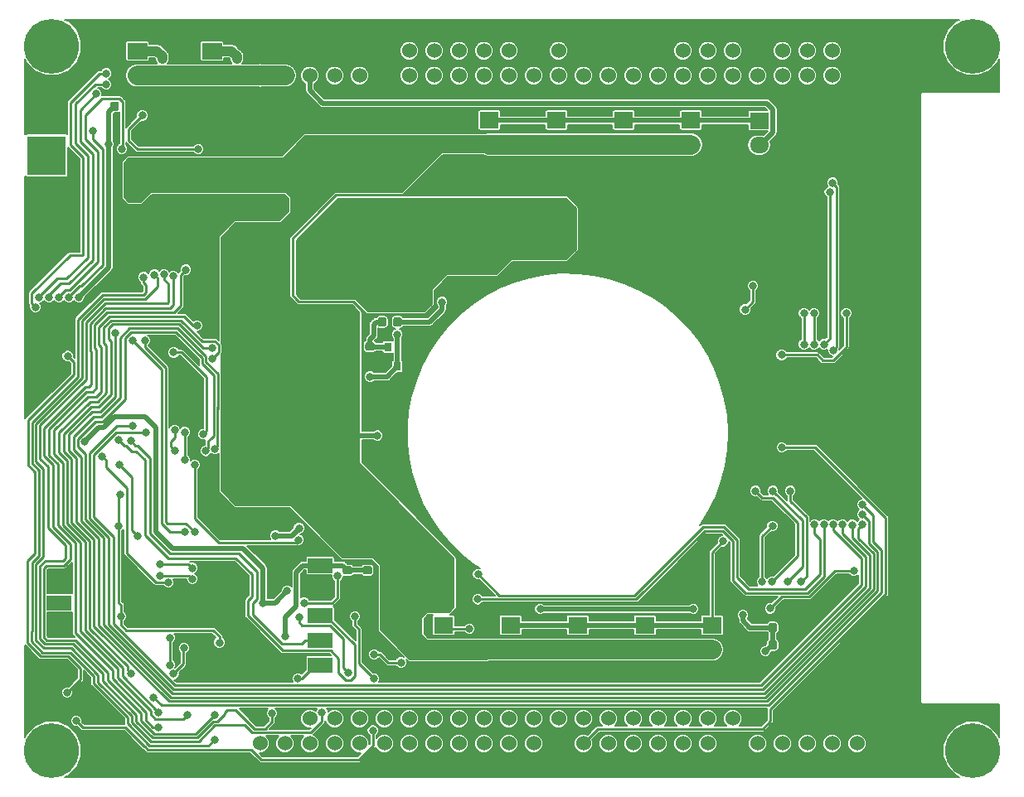
<source format=gbr>
G04 #@! TF.GenerationSoftware,KiCad,Pcbnew,(5.0.0)*
G04 #@! TF.CreationDate,2019-05-21T21:20:09+02:00*
G04 #@! TF.ProjectId,Nightmare V2 pcb V6,4E696768746D61726520563220706362,rev?*
G04 #@! TF.SameCoordinates,Original*
G04 #@! TF.FileFunction,Copper,L2,Bot,Signal*
G04 #@! TF.FilePolarity,Positive*
%FSLAX46Y46*%
G04 Gerber Fmt 4.6, Leading zero omitted, Abs format (unit mm)*
G04 Created by KiCad (PCBNEW (5.0.0)) date 05/21/19 21:20:09*
%MOMM*%
%LPD*%
G01*
G04 APERTURE LIST*
G04 #@! TA.AperFunction,Conductor*
%ADD10C,0.100000*%
G04 #@! TD*
G04 #@! TA.AperFunction,SMDPad,CuDef*
%ADD11C,0.875000*%
G04 #@! TD*
G04 #@! TA.AperFunction,SMDPad,CuDef*
%ADD12R,0.800000X0.900000*%
G04 #@! TD*
G04 #@! TA.AperFunction,ComponentPad*
%ADD13R,1.950000X1.700000*%
G04 #@! TD*
G04 #@! TA.AperFunction,ComponentPad*
%ADD14O,1.950000X1.700000*%
G04 #@! TD*
G04 #@! TA.AperFunction,ComponentPad*
%ADD15C,1.524000*%
G04 #@! TD*
G04 #@! TA.AperFunction,SMDPad,CuDef*
%ADD16R,0.700000X0.600000*%
G04 #@! TD*
G04 #@! TA.AperFunction,ComponentPad*
%ADD17C,5.600000*%
G04 #@! TD*
G04 #@! TA.AperFunction,SMDPad,CuDef*
%ADD18C,1.250000*%
G04 #@! TD*
G04 #@! TA.AperFunction,ComponentPad*
%ADD19R,2.000000X1.700000*%
G04 #@! TD*
G04 #@! TA.AperFunction,ComponentPad*
%ADD20O,2.000000X1.700000*%
G04 #@! TD*
G04 #@! TA.AperFunction,ComponentPad*
%ADD21R,4.000000X4.000000*%
G04 #@! TD*
G04 #@! TA.AperFunction,SMDPad,CuDef*
%ADD22R,2.540000X1.524000*%
G04 #@! TD*
G04 #@! TA.AperFunction,ViaPad*
%ADD23C,0.800000*%
G04 #@! TD*
G04 #@! TA.AperFunction,ViaPad*
%ADD24C,1.500000*%
G04 #@! TD*
G04 #@! TA.AperFunction,Conductor*
%ADD25C,2.000000*%
G04 #@! TD*
G04 #@! TA.AperFunction,Conductor*
%ADD26C,0.500000*%
G04 #@! TD*
G04 #@! TA.AperFunction,Conductor*
%ADD27C,0.250000*%
G04 #@! TD*
G04 #@! TA.AperFunction,Conductor*
%ADD28C,1.000000*%
G04 #@! TD*
G04 #@! TA.AperFunction,Conductor*
%ADD29C,0.127000*%
G04 #@! TD*
G04 #@! TA.AperFunction,Conductor*
%ADD30C,0.254000*%
G04 #@! TD*
G04 APERTURE END LIST*
D10*
G04 #@! TO.N,VDD*
G04 #@! TO.C,R12*
G36*
X160539691Y-106714053D02*
X160560926Y-106717203D01*
X160581750Y-106722419D01*
X160601962Y-106729651D01*
X160621368Y-106738830D01*
X160639781Y-106749866D01*
X160657024Y-106762654D01*
X160672930Y-106777070D01*
X160687346Y-106792976D01*
X160700134Y-106810219D01*
X160711170Y-106828632D01*
X160720349Y-106848038D01*
X160727581Y-106868250D01*
X160732797Y-106889074D01*
X160735947Y-106910309D01*
X160737000Y-106931750D01*
X160737000Y-107444250D01*
X160735947Y-107465691D01*
X160732797Y-107486926D01*
X160727581Y-107507750D01*
X160720349Y-107527962D01*
X160711170Y-107547368D01*
X160700134Y-107565781D01*
X160687346Y-107583024D01*
X160672930Y-107598930D01*
X160657024Y-107613346D01*
X160639781Y-107626134D01*
X160621368Y-107637170D01*
X160601962Y-107646349D01*
X160581750Y-107653581D01*
X160560926Y-107658797D01*
X160539691Y-107661947D01*
X160518250Y-107663000D01*
X160080750Y-107663000D01*
X160059309Y-107661947D01*
X160038074Y-107658797D01*
X160017250Y-107653581D01*
X159997038Y-107646349D01*
X159977632Y-107637170D01*
X159959219Y-107626134D01*
X159941976Y-107613346D01*
X159926070Y-107598930D01*
X159911654Y-107583024D01*
X159898866Y-107565781D01*
X159887830Y-107547368D01*
X159878651Y-107527962D01*
X159871419Y-107507750D01*
X159866203Y-107486926D01*
X159863053Y-107465691D01*
X159862000Y-107444250D01*
X159862000Y-106931750D01*
X159863053Y-106910309D01*
X159866203Y-106889074D01*
X159871419Y-106868250D01*
X159878651Y-106848038D01*
X159887830Y-106828632D01*
X159898866Y-106810219D01*
X159911654Y-106792976D01*
X159926070Y-106777070D01*
X159941976Y-106762654D01*
X159959219Y-106749866D01*
X159977632Y-106738830D01*
X159997038Y-106729651D01*
X160017250Y-106722419D01*
X160038074Y-106717203D01*
X160059309Y-106714053D01*
X160080750Y-106713000D01*
X160518250Y-106713000D01*
X160539691Y-106714053D01*
X160539691Y-106714053D01*
G37*
D11*
G04 #@! TD*
G04 #@! TO.P,R12,1*
G04 #@! TO.N,VDD*
X160299500Y-107188000D03*
D10*
G04 #@! TO.N,V_LIM*
G04 #@! TO.C,R12*
G36*
X158964691Y-106714053D02*
X158985926Y-106717203D01*
X159006750Y-106722419D01*
X159026962Y-106729651D01*
X159046368Y-106738830D01*
X159064781Y-106749866D01*
X159082024Y-106762654D01*
X159097930Y-106777070D01*
X159112346Y-106792976D01*
X159125134Y-106810219D01*
X159136170Y-106828632D01*
X159145349Y-106848038D01*
X159152581Y-106868250D01*
X159157797Y-106889074D01*
X159160947Y-106910309D01*
X159162000Y-106931750D01*
X159162000Y-107444250D01*
X159160947Y-107465691D01*
X159157797Y-107486926D01*
X159152581Y-107507750D01*
X159145349Y-107527962D01*
X159136170Y-107547368D01*
X159125134Y-107565781D01*
X159112346Y-107583024D01*
X159097930Y-107598930D01*
X159082024Y-107613346D01*
X159064781Y-107626134D01*
X159046368Y-107637170D01*
X159026962Y-107646349D01*
X159006750Y-107653581D01*
X158985926Y-107658797D01*
X158964691Y-107661947D01*
X158943250Y-107663000D01*
X158505750Y-107663000D01*
X158484309Y-107661947D01*
X158463074Y-107658797D01*
X158442250Y-107653581D01*
X158422038Y-107646349D01*
X158402632Y-107637170D01*
X158384219Y-107626134D01*
X158366976Y-107613346D01*
X158351070Y-107598930D01*
X158336654Y-107583024D01*
X158323866Y-107565781D01*
X158312830Y-107547368D01*
X158303651Y-107527962D01*
X158296419Y-107507750D01*
X158291203Y-107486926D01*
X158288053Y-107465691D01*
X158287000Y-107444250D01*
X158287000Y-106931750D01*
X158288053Y-106910309D01*
X158291203Y-106889074D01*
X158296419Y-106868250D01*
X158303651Y-106848038D01*
X158312830Y-106828632D01*
X158323866Y-106810219D01*
X158336654Y-106792976D01*
X158351070Y-106777070D01*
X158366976Y-106762654D01*
X158384219Y-106749866D01*
X158402632Y-106738830D01*
X158422038Y-106729651D01*
X158442250Y-106722419D01*
X158463074Y-106717203D01*
X158484309Y-106714053D01*
X158505750Y-106713000D01*
X158943250Y-106713000D01*
X158964691Y-106714053D01*
X158964691Y-106714053D01*
G37*
D11*
G04 #@! TD*
G04 #@! TO.P,R12,2*
G04 #@! TO.N,V_LIM*
X158724500Y-107188000D03*
D10*
G04 #@! TO.N,V_LIM*
G04 #@! TO.C,R8*
G36*
X157757691Y-109266053D02*
X157778926Y-109269203D01*
X157799750Y-109274419D01*
X157819962Y-109281651D01*
X157839368Y-109290830D01*
X157857781Y-109301866D01*
X157875024Y-109314654D01*
X157890930Y-109329070D01*
X157905346Y-109344976D01*
X157918134Y-109362219D01*
X157929170Y-109380632D01*
X157938349Y-109400038D01*
X157945581Y-109420250D01*
X157950797Y-109441074D01*
X157953947Y-109462309D01*
X157955000Y-109483750D01*
X157955000Y-109921250D01*
X157953947Y-109942691D01*
X157950797Y-109963926D01*
X157945581Y-109984750D01*
X157938349Y-110004962D01*
X157929170Y-110024368D01*
X157918134Y-110042781D01*
X157905346Y-110060024D01*
X157890930Y-110075930D01*
X157875024Y-110090346D01*
X157857781Y-110103134D01*
X157839368Y-110114170D01*
X157819962Y-110123349D01*
X157799750Y-110130581D01*
X157778926Y-110135797D01*
X157757691Y-110138947D01*
X157736250Y-110140000D01*
X157223750Y-110140000D01*
X157202309Y-110138947D01*
X157181074Y-110135797D01*
X157160250Y-110130581D01*
X157140038Y-110123349D01*
X157120632Y-110114170D01*
X157102219Y-110103134D01*
X157084976Y-110090346D01*
X157069070Y-110075930D01*
X157054654Y-110060024D01*
X157041866Y-110042781D01*
X157030830Y-110024368D01*
X157021651Y-110004962D01*
X157014419Y-109984750D01*
X157009203Y-109963926D01*
X157006053Y-109942691D01*
X157005000Y-109921250D01*
X157005000Y-109483750D01*
X157006053Y-109462309D01*
X157009203Y-109441074D01*
X157014419Y-109420250D01*
X157021651Y-109400038D01*
X157030830Y-109380632D01*
X157041866Y-109362219D01*
X157054654Y-109344976D01*
X157069070Y-109329070D01*
X157084976Y-109314654D01*
X157102219Y-109301866D01*
X157120632Y-109290830D01*
X157140038Y-109281651D01*
X157160250Y-109274419D01*
X157181074Y-109269203D01*
X157202309Y-109266053D01*
X157223750Y-109265000D01*
X157736250Y-109265000D01*
X157757691Y-109266053D01*
X157757691Y-109266053D01*
G37*
D11*
G04 #@! TD*
G04 #@! TO.P,R8,1*
G04 #@! TO.N,V_LIM*
X157480000Y-109702500D03*
D10*
G04 #@! TO.N,GND*
G04 #@! TO.C,R8*
G36*
X157757691Y-110841053D02*
X157778926Y-110844203D01*
X157799750Y-110849419D01*
X157819962Y-110856651D01*
X157839368Y-110865830D01*
X157857781Y-110876866D01*
X157875024Y-110889654D01*
X157890930Y-110904070D01*
X157905346Y-110919976D01*
X157918134Y-110937219D01*
X157929170Y-110955632D01*
X157938349Y-110975038D01*
X157945581Y-110995250D01*
X157950797Y-111016074D01*
X157953947Y-111037309D01*
X157955000Y-111058750D01*
X157955000Y-111496250D01*
X157953947Y-111517691D01*
X157950797Y-111538926D01*
X157945581Y-111559750D01*
X157938349Y-111579962D01*
X157929170Y-111599368D01*
X157918134Y-111617781D01*
X157905346Y-111635024D01*
X157890930Y-111650930D01*
X157875024Y-111665346D01*
X157857781Y-111678134D01*
X157839368Y-111689170D01*
X157819962Y-111698349D01*
X157799750Y-111705581D01*
X157778926Y-111710797D01*
X157757691Y-111713947D01*
X157736250Y-111715000D01*
X157223750Y-111715000D01*
X157202309Y-111713947D01*
X157181074Y-111710797D01*
X157160250Y-111705581D01*
X157140038Y-111698349D01*
X157120632Y-111689170D01*
X157102219Y-111678134D01*
X157084976Y-111665346D01*
X157069070Y-111650930D01*
X157054654Y-111635024D01*
X157041866Y-111617781D01*
X157030830Y-111599368D01*
X157021651Y-111579962D01*
X157014419Y-111559750D01*
X157009203Y-111538926D01*
X157006053Y-111517691D01*
X157005000Y-111496250D01*
X157005000Y-111058750D01*
X157006053Y-111037309D01*
X157009203Y-111016074D01*
X157014419Y-110995250D01*
X157021651Y-110975038D01*
X157030830Y-110955632D01*
X157041866Y-110937219D01*
X157054654Y-110919976D01*
X157069070Y-110904070D01*
X157084976Y-110889654D01*
X157102219Y-110876866D01*
X157120632Y-110865830D01*
X157140038Y-110856651D01*
X157160250Y-110849419D01*
X157181074Y-110844203D01*
X157202309Y-110841053D01*
X157223750Y-110840000D01*
X157736250Y-110840000D01*
X157757691Y-110841053D01*
X157757691Y-110841053D01*
G37*
D11*
G04 #@! TD*
G04 #@! TO.P,R8,2*
G04 #@! TO.N,GND*
X157480000Y-111277500D03*
D12*
G04 #@! TO.P,Q2,1*
G04 #@! TO.N,V_LIM*
X159324000Y-109744000D03*
G04 #@! TO.P,Q2,2*
G04 #@! TO.N,GND*
X161224000Y-109744000D03*
G04 #@! TO.P,Q2,3*
G04 #@! TO.N,Net-(Q2-Pad3)*
X160274000Y-111744000D03*
G04 #@! TD*
D13*
G04 #@! TO.P,J14,1*
G04 #@! TO.N,IO12*
X164973000Y-138176000D03*
D14*
G04 #@! TO.P,J14,2*
G04 #@! TO.N,VBUS*
X164973000Y-140676000D03*
G04 #@! TO.P,J14,3*
G04 #@! TO.N,GND*
X164973000Y-143176000D03*
G04 #@! TD*
D13*
G04 #@! TO.P,J9,1*
G04 #@! TO.N,S_SERIAL*
X197231000Y-86614000D03*
D14*
G04 #@! TO.P,J9,2*
G04 #@! TO.N,5V*
X197231000Y-89114000D03*
G04 #@! TO.P,J9,3*
G04 #@! TO.N,GND*
X197231000Y-91614000D03*
G04 #@! TD*
D15*
G04 #@! TO.P,U4,100*
G04 #@! TO.N,GND*
X146270000Y-79470000D03*
G04 #@! TO.P,U4,99*
X148810000Y-79470000D03*
G04 #@! TO.P,U4,98*
X151350000Y-79470000D03*
G04 #@! TO.P,U4,97*
X153890000Y-79470000D03*
G04 #@! TO.P,U4,50*
X146270000Y-147730000D03*
G04 #@! TO.P,U4,49*
X148810000Y-147730000D03*
G04 #@! TO.P,U4,1*
G04 #@! TO.N,Net-(U4-Pad1)*
X207230000Y-150270000D03*
G04 #@! TO.P,U4,2*
G04 #@! TO.N,Net-(U4-Pad2)*
X204690000Y-150270000D03*
G04 #@! TO.P,U4,3*
G04 #@! TO.N,Net-(U4-Pad3)*
X202150000Y-150270000D03*
G04 #@! TO.P,U4,4*
G04 #@! TO.N,Net-(U4-Pad4)*
X199610000Y-150270000D03*
G04 #@! TO.P,U4,5*
G04 #@! TO.N,Net-(U4-Pad5)*
X197070000Y-150270000D03*
G04 #@! TO.P,U4,6*
G04 #@! TO.N,GND*
X194530000Y-150270000D03*
G04 #@! TO.P,U4,7*
G04 #@! TO.N,Net-(U4-Pad7)*
X191990000Y-150270000D03*
G04 #@! TO.P,U4,8*
G04 #@! TO.N,Net-(U4-Pad8)*
X189450000Y-150270000D03*
G04 #@! TO.P,U4,9*
G04 #@! TO.N,Net-(U4-Pad9)*
X186910000Y-150270000D03*
G04 #@! TO.P,U4,10*
G04 #@! TO.N,N/C*
X184370000Y-150270000D03*
G04 #@! TO.P,U4,11*
G04 #@! TO.N,Net-(U4-Pad11)*
X181830000Y-150270000D03*
G04 #@! TO.P,U4,12*
G04 #@! TO.N,S_MOSI*
X179290000Y-150270000D03*
G04 #@! TO.P,U4,13*
G04 #@! TO.N,GND*
X176750000Y-150270000D03*
G04 #@! TO.P,U4,14*
G04 #@! TO.N,MTX*
X174210000Y-150270000D03*
G04 #@! TO.P,U4,15*
G04 #@! TO.N,Net-(R10-Pad1)*
X171670000Y-150270000D03*
G04 #@! TO.P,U4,16*
G04 #@! TO.N,INT*
X169130000Y-150270000D03*
G04 #@! TO.P,U4,17*
G04 #@! TO.N,S_CS*
X166590000Y-150270000D03*
G04 #@! TO.P,U4,18*
G04 #@! TO.N,Net-(U4-Pad18)*
X164050000Y-150270000D03*
G04 #@! TO.P,U4,19*
G04 #@! TO.N,Net-(U4-Pad19)*
X161510000Y-150270000D03*
G04 #@! TO.P,U4,20*
G04 #@! TO.N,Net-(U4-Pad20)*
X158970000Y-150270000D03*
G04 #@! TO.P,U4,21*
G04 #@! TO.N,Net-(U4-Pad21)*
X156430000Y-150270000D03*
G04 #@! TO.P,U4,22*
G04 #@! TO.N,Net-(U4-Pad22)*
X153890000Y-150270000D03*
G04 #@! TO.P,U4,23*
G04 #@! TO.N,Net-(U4-Pad23)*
X151350000Y-150270000D03*
G04 #@! TO.P,U4,24*
G04 #@! TO.N,Net-(U4-Pad24)*
X148810000Y-150270000D03*
G04 #@! TO.P,U4,25*
G04 #@! TO.N,Net-(U4-Pad25)*
X146270000Y-150270000D03*
G04 #@! TO.P,U4,26*
G04 #@! TO.N,GND*
X207230000Y-147730000D03*
G04 #@! TO.P,U4,27*
X204690000Y-147730000D03*
G04 #@! TO.P,U4,28*
X202150000Y-147730000D03*
G04 #@! TO.P,U4,29*
X199610000Y-147730000D03*
G04 #@! TO.P,U4,30*
X197070000Y-147730000D03*
G04 #@! TO.P,U4,31*
G04 #@! TO.N,Net-(U4-Pad31)*
X194530000Y-147730000D03*
G04 #@! TO.P,U4,32*
G04 #@! TO.N,Net-(U4-Pad32)*
X191990000Y-147730000D03*
G04 #@! TO.P,U4,33*
G04 #@! TO.N,Net-(U4-Pad33)*
X189450000Y-147730000D03*
G04 #@! TO.P,U4,34*
G04 #@! TO.N,Net-(U4-Pad34)*
X186910000Y-147730000D03*
G04 #@! TO.P,U4,35*
G04 #@! TO.N,N/C*
X184370000Y-147730000D03*
G04 #@! TO.P,U4,36*
G04 #@! TO.N,S_MISO*
X181830000Y-147730000D03*
G04 #@! TO.P,U4,37*
G04 #@! TO.N,S_SCK*
X179290000Y-147730000D03*
G04 #@! TO.P,U4,38*
G04 #@! TO.N,Net-(U4-Pad38)*
X176750000Y-147730000D03*
G04 #@! TO.P,U4,39*
G04 #@! TO.N,Net-(U4-Pad39)*
X174210000Y-147730000D03*
G04 #@! TO.P,U4,40*
G04 #@! TO.N,Net-(U4-Pad40)*
X171670000Y-147730000D03*
G04 #@! TO.P,U4,41*
G04 #@! TO.N,Net-(U4-Pad41)*
X169130000Y-147730000D03*
G04 #@! TO.P,U4,42*
G04 #@! TO.N,Net-(U4-Pad42)*
X166590000Y-147730000D03*
G04 #@! TO.P,U4,43*
G04 #@! TO.N,Net-(U4-Pad43)*
X164050000Y-147730000D03*
G04 #@! TO.P,U4,44*
G04 #@! TO.N,Net-(U4-Pad44)*
X161510000Y-147730000D03*
G04 #@! TO.P,U4,45*
G04 #@! TO.N,Net-(U4-Pad45)*
X158970000Y-147730000D03*
G04 #@! TO.P,U4,46*
G04 #@! TO.N,Net-(U4-Pad46)*
X156430000Y-147730000D03*
G04 #@! TO.P,U4,47*
G04 #@! TO.N,Net-(U4-Pad47)*
X153890000Y-147730000D03*
G04 #@! TO.P,U4,48*
G04 #@! TO.N,Net-(U4-Pad48)*
X151350000Y-147730000D03*
G04 #@! TO.P,U4,51*
G04 #@! TO.N,GND*
X207230000Y-82010000D03*
G04 #@! TO.P,U4,52*
G04 #@! TO.N,SW*
X204690000Y-82010000D03*
G04 #@! TO.P,U4,53*
G04 #@! TO.N,Net-(U4-Pad53)*
X202150000Y-82010000D03*
G04 #@! TO.P,U4,54*
G04 #@! TO.N,Net-(U4-Pad54)*
X199610000Y-82010000D03*
G04 #@! TO.P,U4,55*
G04 #@! TO.N,Net-(U4-Pad55)*
X197070000Y-82010000D03*
G04 #@! TO.P,U4,56*
G04 #@! TO.N,Net-(U4-Pad56)*
X194530000Y-82010000D03*
G04 #@! TO.P,U4,57*
G04 #@! TO.N,Net-(U4-Pad57)*
X191990000Y-82010000D03*
G04 #@! TO.P,U4,58*
G04 #@! TO.N,Net-(U4-Pad58)*
X189450000Y-82010000D03*
G04 #@! TO.P,U4,59*
G04 #@! TO.N,Net-(U4-Pad59)*
X186910000Y-82010000D03*
G04 #@! TO.P,U4,60*
G04 #@! TO.N,Net-(U4-Pad60)*
X184370000Y-82010000D03*
G04 #@! TO.P,U4,61*
G04 #@! TO.N,Net-(U4-Pad61)*
X181830000Y-82010000D03*
G04 #@! TO.P,U4,62*
G04 #@! TO.N,Net-(U4-Pad62)*
X179290000Y-82010000D03*
G04 #@! TO.P,U4,63*
G04 #@! TO.N,N/C*
X176750000Y-82010000D03*
G04 #@! TO.P,U4,64*
G04 #@! TO.N,Net-(U4-Pad64)*
X174210000Y-82010000D03*
G04 #@! TO.P,U4,65*
G04 #@! TO.N,Net-(U4-Pad65)*
X171670000Y-82010000D03*
G04 #@! TO.P,U4,66*
G04 #@! TO.N,Net-(U4-Pad66)*
X169130000Y-82010000D03*
G04 #@! TO.P,U4,67*
G04 #@! TO.N,Net-(U4-Pad67)*
X166590000Y-82010000D03*
G04 #@! TO.P,U4,68*
G04 #@! TO.N,Net-(U4-Pad68)*
X164050000Y-82010000D03*
G04 #@! TO.P,U4,69*
G04 #@! TO.N,N/C*
X161510000Y-82010000D03*
G04 #@! TO.P,U4,70*
G04 #@! TO.N,GND*
X158970000Y-82010000D03*
G04 #@! TO.P,U4,71*
G04 #@! TO.N,D-*
X156430000Y-82010000D03*
G04 #@! TO.P,U4,72*
G04 #@! TO.N,D+*
X153890000Y-82010000D03*
G04 #@! TO.P,U4,73*
G04 #@! TO.N,5V*
X151350000Y-82010000D03*
G04 #@! TO.P,U4,74*
G04 #@! TO.N,VDD*
X148810000Y-82010000D03*
G04 #@! TO.P,U4,75*
X146270000Y-82010000D03*
G04 #@! TO.P,U4,76*
G04 #@! TO.N,GND*
X207230000Y-79470000D03*
G04 #@! TO.P,U4,77*
G04 #@! TO.N,Net-(U4-Pad77)*
X204690000Y-79470000D03*
G04 #@! TO.P,U4,78*
G04 #@! TO.N,Net-(U4-Pad78)*
X202150000Y-79470000D03*
G04 #@! TO.P,U4,79*
G04 #@! TO.N,Net-(U4-Pad79)*
X199610000Y-79470000D03*
G04 #@! TO.P,U4,80*
G04 #@! TO.N,GND*
X197070000Y-79470000D03*
G04 #@! TO.P,U4,81*
G04 #@! TO.N,Net-(U4-Pad81)*
X194530000Y-79470000D03*
G04 #@! TO.P,U4,82*
G04 #@! TO.N,Net-(U4-Pad82)*
X191990000Y-79470000D03*
G04 #@! TO.P,U4,83*
G04 #@! TO.N,Net-(U4-Pad83)*
X189450000Y-79470000D03*
G04 #@! TO.P,U4,84*
G04 #@! TO.N,GND*
X186910000Y-79470000D03*
G04 #@! TO.P,U4,85*
X184370000Y-79470000D03*
G04 #@! TO.P,U4,86*
X181830000Y-79470000D03*
G04 #@! TO.P,U4,87*
X179290000Y-79470000D03*
G04 #@! TO.P,U4,88*
G04 #@! TO.N,N/C*
X176750000Y-79470000D03*
G04 #@! TO.P,U4,89*
G04 #@! TO.N,GND*
X174210000Y-79470000D03*
G04 #@! TO.P,U4,90*
G04 #@! TO.N,Net-(U4-Pad90)*
X171670000Y-79470000D03*
G04 #@! TO.P,U4,91*
G04 #@! TO.N,Net-(U4-Pad91)*
X169130000Y-79470000D03*
G04 #@! TO.P,U4,92*
G04 #@! TO.N,Net-(U4-Pad92)*
X166590000Y-79470000D03*
G04 #@! TO.P,U4,93*
G04 #@! TO.N,Net-(U4-Pad93)*
X164050000Y-79470000D03*
G04 #@! TO.P,U4,94*
G04 #@! TO.N,N/C*
X161510000Y-79470000D03*
G04 #@! TO.P,U4,95*
G04 #@! TO.N,GND*
X158970000Y-79470000D03*
G04 #@! TO.P,U4,96*
X156430000Y-79470000D03*
G04 #@! TD*
D16*
G04 #@! TO.P,D3,1*
G04 #@! TO.N,VDD*
X143891000Y-81726000D03*
G04 #@! TO.P,D3,2*
G04 #@! TO.N,Net-(D3-Pad2)*
X143891000Y-80326000D03*
G04 #@! TD*
G04 #@! TO.P,D2,2*
G04 #@! TO.N,Net-(D2-Pad2)*
X136271000Y-80326000D03*
G04 #@! TO.P,D2,1*
G04 #@! TO.N,VDD*
X136271000Y-81726000D03*
G04 #@! TD*
D17*
G04 #@! TO.P,MH4,1*
G04 #@! TO.N,N/C*
X219000000Y-151000000D03*
G04 #@! TD*
G04 #@! TO.P,MH3,1*
G04 #@! TO.N,N/C*
X219000000Y-79000000D03*
G04 #@! TD*
G04 #@! TO.P,MH1,1*
G04 #@! TO.N,N/C*
X125000000Y-151000000D03*
G04 #@! TD*
G04 #@! TO.P,MH2,1*
G04 #@! TO.N,N/C*
X125000000Y-79000000D03*
G04 #@! TD*
D10*
G04 #@! TO.N,GND*
G04 #@! TO.C,C1*
G36*
X133234691Y-84666853D02*
X133255926Y-84670003D01*
X133276750Y-84675219D01*
X133296962Y-84682451D01*
X133316368Y-84691630D01*
X133334781Y-84702666D01*
X133352024Y-84715454D01*
X133367930Y-84729870D01*
X133382346Y-84745776D01*
X133395134Y-84763019D01*
X133406170Y-84781432D01*
X133415349Y-84800838D01*
X133422581Y-84821050D01*
X133427797Y-84841874D01*
X133430947Y-84863109D01*
X133432000Y-84884550D01*
X133432000Y-85397050D01*
X133430947Y-85418491D01*
X133427797Y-85439726D01*
X133422581Y-85460550D01*
X133415349Y-85480762D01*
X133406170Y-85500168D01*
X133395134Y-85518581D01*
X133382346Y-85535824D01*
X133367930Y-85551730D01*
X133352024Y-85566146D01*
X133334781Y-85578934D01*
X133316368Y-85589970D01*
X133296962Y-85599149D01*
X133276750Y-85606381D01*
X133255926Y-85611597D01*
X133234691Y-85614747D01*
X133213250Y-85615800D01*
X132775750Y-85615800D01*
X132754309Y-85614747D01*
X132733074Y-85611597D01*
X132712250Y-85606381D01*
X132692038Y-85599149D01*
X132672632Y-85589970D01*
X132654219Y-85578934D01*
X132636976Y-85566146D01*
X132621070Y-85551730D01*
X132606654Y-85535824D01*
X132593866Y-85518581D01*
X132582830Y-85500168D01*
X132573651Y-85480762D01*
X132566419Y-85460550D01*
X132561203Y-85439726D01*
X132558053Y-85418491D01*
X132557000Y-85397050D01*
X132557000Y-84884550D01*
X132558053Y-84863109D01*
X132561203Y-84841874D01*
X132566419Y-84821050D01*
X132573651Y-84800838D01*
X132582830Y-84781432D01*
X132593866Y-84763019D01*
X132606654Y-84745776D01*
X132621070Y-84729870D01*
X132636976Y-84715454D01*
X132654219Y-84702666D01*
X132672632Y-84691630D01*
X132692038Y-84682451D01*
X132712250Y-84675219D01*
X132733074Y-84670003D01*
X132754309Y-84666853D01*
X132775750Y-84665800D01*
X133213250Y-84665800D01*
X133234691Y-84666853D01*
X133234691Y-84666853D01*
G37*
D11*
G04 #@! TD*
G04 #@! TO.P,C1,2*
G04 #@! TO.N,GND*
X132994500Y-85140800D03*
D10*
G04 #@! TO.N,+5V*
G04 #@! TO.C,C1*
G36*
X131659691Y-84666853D02*
X131680926Y-84670003D01*
X131701750Y-84675219D01*
X131721962Y-84682451D01*
X131741368Y-84691630D01*
X131759781Y-84702666D01*
X131777024Y-84715454D01*
X131792930Y-84729870D01*
X131807346Y-84745776D01*
X131820134Y-84763019D01*
X131831170Y-84781432D01*
X131840349Y-84800838D01*
X131847581Y-84821050D01*
X131852797Y-84841874D01*
X131855947Y-84863109D01*
X131857000Y-84884550D01*
X131857000Y-85397050D01*
X131855947Y-85418491D01*
X131852797Y-85439726D01*
X131847581Y-85460550D01*
X131840349Y-85480762D01*
X131831170Y-85500168D01*
X131820134Y-85518581D01*
X131807346Y-85535824D01*
X131792930Y-85551730D01*
X131777024Y-85566146D01*
X131759781Y-85578934D01*
X131741368Y-85589970D01*
X131721962Y-85599149D01*
X131701750Y-85606381D01*
X131680926Y-85611597D01*
X131659691Y-85614747D01*
X131638250Y-85615800D01*
X131200750Y-85615800D01*
X131179309Y-85614747D01*
X131158074Y-85611597D01*
X131137250Y-85606381D01*
X131117038Y-85599149D01*
X131097632Y-85589970D01*
X131079219Y-85578934D01*
X131061976Y-85566146D01*
X131046070Y-85551730D01*
X131031654Y-85535824D01*
X131018866Y-85518581D01*
X131007830Y-85500168D01*
X130998651Y-85480762D01*
X130991419Y-85460550D01*
X130986203Y-85439726D01*
X130983053Y-85418491D01*
X130982000Y-85397050D01*
X130982000Y-84884550D01*
X130983053Y-84863109D01*
X130986203Y-84841874D01*
X130991419Y-84821050D01*
X130998651Y-84800838D01*
X131007830Y-84781432D01*
X131018866Y-84763019D01*
X131031654Y-84745776D01*
X131046070Y-84729870D01*
X131061976Y-84715454D01*
X131079219Y-84702666D01*
X131097632Y-84691630D01*
X131117038Y-84682451D01*
X131137250Y-84675219D01*
X131158074Y-84670003D01*
X131179309Y-84666853D01*
X131200750Y-84665800D01*
X131638250Y-84665800D01*
X131659691Y-84666853D01*
X131659691Y-84666853D01*
G37*
D11*
G04 #@! TD*
G04 #@! TO.P,C1,1*
G04 #@! TO.N,+5V*
X131419500Y-85140800D03*
D10*
G04 #@! TO.N,GND*
G04 #@! TO.C,C67*
G36*
X157503691Y-133701053D02*
X157524926Y-133704203D01*
X157545750Y-133709419D01*
X157565962Y-133716651D01*
X157585368Y-133725830D01*
X157603781Y-133736866D01*
X157621024Y-133749654D01*
X157636930Y-133764070D01*
X157651346Y-133779976D01*
X157664134Y-133797219D01*
X157675170Y-133815632D01*
X157684349Y-133835038D01*
X157691581Y-133855250D01*
X157696797Y-133876074D01*
X157699947Y-133897309D01*
X157701000Y-133918750D01*
X157701000Y-134356250D01*
X157699947Y-134377691D01*
X157696797Y-134398926D01*
X157691581Y-134419750D01*
X157684349Y-134439962D01*
X157675170Y-134459368D01*
X157664134Y-134477781D01*
X157651346Y-134495024D01*
X157636930Y-134510930D01*
X157621024Y-134525346D01*
X157603781Y-134538134D01*
X157585368Y-134549170D01*
X157565962Y-134558349D01*
X157545750Y-134565581D01*
X157524926Y-134570797D01*
X157503691Y-134573947D01*
X157482250Y-134575000D01*
X156969750Y-134575000D01*
X156948309Y-134573947D01*
X156927074Y-134570797D01*
X156906250Y-134565581D01*
X156886038Y-134558349D01*
X156866632Y-134549170D01*
X156848219Y-134538134D01*
X156830976Y-134525346D01*
X156815070Y-134510930D01*
X156800654Y-134495024D01*
X156787866Y-134477781D01*
X156776830Y-134459368D01*
X156767651Y-134439962D01*
X156760419Y-134419750D01*
X156755203Y-134398926D01*
X156752053Y-134377691D01*
X156751000Y-134356250D01*
X156751000Y-133918750D01*
X156752053Y-133897309D01*
X156755203Y-133876074D01*
X156760419Y-133855250D01*
X156767651Y-133835038D01*
X156776830Y-133815632D01*
X156787866Y-133797219D01*
X156800654Y-133779976D01*
X156815070Y-133764070D01*
X156830976Y-133749654D01*
X156848219Y-133736866D01*
X156866632Y-133725830D01*
X156886038Y-133716651D01*
X156906250Y-133709419D01*
X156927074Y-133704203D01*
X156948309Y-133701053D01*
X156969750Y-133700000D01*
X157482250Y-133700000D01*
X157503691Y-133701053D01*
X157503691Y-133701053D01*
G37*
D11*
G04 #@! TD*
G04 #@! TO.P,C67,2*
G04 #@! TO.N,GND*
X157226000Y-134137500D03*
D10*
G04 #@! TO.N,Net-(C66-Pad1)*
G04 #@! TO.C,C67*
G36*
X157503691Y-132126053D02*
X157524926Y-132129203D01*
X157545750Y-132134419D01*
X157565962Y-132141651D01*
X157585368Y-132150830D01*
X157603781Y-132161866D01*
X157621024Y-132174654D01*
X157636930Y-132189070D01*
X157651346Y-132204976D01*
X157664134Y-132222219D01*
X157675170Y-132240632D01*
X157684349Y-132260038D01*
X157691581Y-132280250D01*
X157696797Y-132301074D01*
X157699947Y-132322309D01*
X157701000Y-132343750D01*
X157701000Y-132781250D01*
X157699947Y-132802691D01*
X157696797Y-132823926D01*
X157691581Y-132844750D01*
X157684349Y-132864962D01*
X157675170Y-132884368D01*
X157664134Y-132902781D01*
X157651346Y-132920024D01*
X157636930Y-132935930D01*
X157621024Y-132950346D01*
X157603781Y-132963134D01*
X157585368Y-132974170D01*
X157565962Y-132983349D01*
X157545750Y-132990581D01*
X157524926Y-132995797D01*
X157503691Y-132998947D01*
X157482250Y-133000000D01*
X156969750Y-133000000D01*
X156948309Y-132998947D01*
X156927074Y-132995797D01*
X156906250Y-132990581D01*
X156886038Y-132983349D01*
X156866632Y-132974170D01*
X156848219Y-132963134D01*
X156830976Y-132950346D01*
X156815070Y-132935930D01*
X156800654Y-132920024D01*
X156787866Y-132902781D01*
X156776830Y-132884368D01*
X156767651Y-132864962D01*
X156760419Y-132844750D01*
X156755203Y-132823926D01*
X156752053Y-132802691D01*
X156751000Y-132781250D01*
X156751000Y-132343750D01*
X156752053Y-132322309D01*
X156755203Y-132301074D01*
X156760419Y-132280250D01*
X156767651Y-132260038D01*
X156776830Y-132240632D01*
X156787866Y-132222219D01*
X156800654Y-132204976D01*
X156815070Y-132189070D01*
X156830976Y-132174654D01*
X156848219Y-132161866D01*
X156866632Y-132150830D01*
X156886038Y-132141651D01*
X156906250Y-132134419D01*
X156927074Y-132129203D01*
X156948309Y-132126053D01*
X156969750Y-132125000D01*
X157482250Y-132125000D01*
X157503691Y-132126053D01*
X157503691Y-132126053D01*
G37*
D11*
G04 #@! TD*
G04 #@! TO.P,C67,1*
G04 #@! TO.N,Net-(C66-Pad1)*
X157226000Y-132562500D03*
D10*
G04 #@! TO.N,Net-(C66-Pad1)*
G04 #@! TO.C,C66*
G36*
X155471691Y-132126053D02*
X155492926Y-132129203D01*
X155513750Y-132134419D01*
X155533962Y-132141651D01*
X155553368Y-132150830D01*
X155571781Y-132161866D01*
X155589024Y-132174654D01*
X155604930Y-132189070D01*
X155619346Y-132204976D01*
X155632134Y-132222219D01*
X155643170Y-132240632D01*
X155652349Y-132260038D01*
X155659581Y-132280250D01*
X155664797Y-132301074D01*
X155667947Y-132322309D01*
X155669000Y-132343750D01*
X155669000Y-132781250D01*
X155667947Y-132802691D01*
X155664797Y-132823926D01*
X155659581Y-132844750D01*
X155652349Y-132864962D01*
X155643170Y-132884368D01*
X155632134Y-132902781D01*
X155619346Y-132920024D01*
X155604930Y-132935930D01*
X155589024Y-132950346D01*
X155571781Y-132963134D01*
X155553368Y-132974170D01*
X155533962Y-132983349D01*
X155513750Y-132990581D01*
X155492926Y-132995797D01*
X155471691Y-132998947D01*
X155450250Y-133000000D01*
X154937750Y-133000000D01*
X154916309Y-132998947D01*
X154895074Y-132995797D01*
X154874250Y-132990581D01*
X154854038Y-132983349D01*
X154834632Y-132974170D01*
X154816219Y-132963134D01*
X154798976Y-132950346D01*
X154783070Y-132935930D01*
X154768654Y-132920024D01*
X154755866Y-132902781D01*
X154744830Y-132884368D01*
X154735651Y-132864962D01*
X154728419Y-132844750D01*
X154723203Y-132823926D01*
X154720053Y-132802691D01*
X154719000Y-132781250D01*
X154719000Y-132343750D01*
X154720053Y-132322309D01*
X154723203Y-132301074D01*
X154728419Y-132280250D01*
X154735651Y-132260038D01*
X154744830Y-132240632D01*
X154755866Y-132222219D01*
X154768654Y-132204976D01*
X154783070Y-132189070D01*
X154798976Y-132174654D01*
X154816219Y-132161866D01*
X154834632Y-132150830D01*
X154854038Y-132141651D01*
X154874250Y-132134419D01*
X154895074Y-132129203D01*
X154916309Y-132126053D01*
X154937750Y-132125000D01*
X155450250Y-132125000D01*
X155471691Y-132126053D01*
X155471691Y-132126053D01*
G37*
D11*
G04 #@! TD*
G04 #@! TO.P,C66,1*
G04 #@! TO.N,Net-(C66-Pad1)*
X155194000Y-132562500D03*
D10*
G04 #@! TO.N,GND*
G04 #@! TO.C,C66*
G36*
X155471691Y-133701053D02*
X155492926Y-133704203D01*
X155513750Y-133709419D01*
X155533962Y-133716651D01*
X155553368Y-133725830D01*
X155571781Y-133736866D01*
X155589024Y-133749654D01*
X155604930Y-133764070D01*
X155619346Y-133779976D01*
X155632134Y-133797219D01*
X155643170Y-133815632D01*
X155652349Y-133835038D01*
X155659581Y-133855250D01*
X155664797Y-133876074D01*
X155667947Y-133897309D01*
X155669000Y-133918750D01*
X155669000Y-134356250D01*
X155667947Y-134377691D01*
X155664797Y-134398926D01*
X155659581Y-134419750D01*
X155652349Y-134439962D01*
X155643170Y-134459368D01*
X155632134Y-134477781D01*
X155619346Y-134495024D01*
X155604930Y-134510930D01*
X155589024Y-134525346D01*
X155571781Y-134538134D01*
X155553368Y-134549170D01*
X155533962Y-134558349D01*
X155513750Y-134565581D01*
X155492926Y-134570797D01*
X155471691Y-134573947D01*
X155450250Y-134575000D01*
X154937750Y-134575000D01*
X154916309Y-134573947D01*
X154895074Y-134570797D01*
X154874250Y-134565581D01*
X154854038Y-134558349D01*
X154834632Y-134549170D01*
X154816219Y-134538134D01*
X154798976Y-134525346D01*
X154783070Y-134510930D01*
X154768654Y-134495024D01*
X154755866Y-134477781D01*
X154744830Y-134459368D01*
X154735651Y-134439962D01*
X154728419Y-134419750D01*
X154723203Y-134398926D01*
X154720053Y-134377691D01*
X154719000Y-134356250D01*
X154719000Y-133918750D01*
X154720053Y-133897309D01*
X154723203Y-133876074D01*
X154728419Y-133855250D01*
X154735651Y-133835038D01*
X154744830Y-133815632D01*
X154755866Y-133797219D01*
X154768654Y-133779976D01*
X154783070Y-133764070D01*
X154798976Y-133749654D01*
X154816219Y-133736866D01*
X154834632Y-133725830D01*
X154854038Y-133716651D01*
X154874250Y-133709419D01*
X154895074Y-133704203D01*
X154916309Y-133701053D01*
X154937750Y-133700000D01*
X155450250Y-133700000D01*
X155471691Y-133701053D01*
X155471691Y-133701053D01*
G37*
D11*
G04 #@! TD*
G04 #@! TO.P,C66,2*
G04 #@! TO.N,GND*
X155194000Y-134137500D03*
D10*
G04 #@! TO.N,+5V*
G04 #@! TO.C,C64*
G36*
X198842691Y-139734053D02*
X198863926Y-139737203D01*
X198884750Y-139742419D01*
X198904962Y-139749651D01*
X198924368Y-139758830D01*
X198942781Y-139769866D01*
X198960024Y-139782654D01*
X198975930Y-139797070D01*
X198990346Y-139812976D01*
X199003134Y-139830219D01*
X199014170Y-139848632D01*
X199023349Y-139868038D01*
X199030581Y-139888250D01*
X199035797Y-139909074D01*
X199038947Y-139930309D01*
X199040000Y-139951750D01*
X199040000Y-140464250D01*
X199038947Y-140485691D01*
X199035797Y-140506926D01*
X199030581Y-140527750D01*
X199023349Y-140547962D01*
X199014170Y-140567368D01*
X199003134Y-140585781D01*
X198990346Y-140603024D01*
X198975930Y-140618930D01*
X198960024Y-140633346D01*
X198942781Y-140646134D01*
X198924368Y-140657170D01*
X198904962Y-140666349D01*
X198884750Y-140673581D01*
X198863926Y-140678797D01*
X198842691Y-140681947D01*
X198821250Y-140683000D01*
X198383750Y-140683000D01*
X198362309Y-140681947D01*
X198341074Y-140678797D01*
X198320250Y-140673581D01*
X198300038Y-140666349D01*
X198280632Y-140657170D01*
X198262219Y-140646134D01*
X198244976Y-140633346D01*
X198229070Y-140618930D01*
X198214654Y-140603024D01*
X198201866Y-140585781D01*
X198190830Y-140567368D01*
X198181651Y-140547962D01*
X198174419Y-140527750D01*
X198169203Y-140506926D01*
X198166053Y-140485691D01*
X198165000Y-140464250D01*
X198165000Y-139951750D01*
X198166053Y-139930309D01*
X198169203Y-139909074D01*
X198174419Y-139888250D01*
X198181651Y-139868038D01*
X198190830Y-139848632D01*
X198201866Y-139830219D01*
X198214654Y-139812976D01*
X198229070Y-139797070D01*
X198244976Y-139782654D01*
X198262219Y-139769866D01*
X198280632Y-139758830D01*
X198300038Y-139749651D01*
X198320250Y-139742419D01*
X198341074Y-139737203D01*
X198362309Y-139734053D01*
X198383750Y-139733000D01*
X198821250Y-139733000D01*
X198842691Y-139734053D01*
X198842691Y-139734053D01*
G37*
D11*
G04 #@! TD*
G04 #@! TO.P,C64,1*
G04 #@! TO.N,+5V*
X198602500Y-140208000D03*
D10*
G04 #@! TO.N,GND*
G04 #@! TO.C,C64*
G36*
X200417691Y-139734053D02*
X200438926Y-139737203D01*
X200459750Y-139742419D01*
X200479962Y-139749651D01*
X200499368Y-139758830D01*
X200517781Y-139769866D01*
X200535024Y-139782654D01*
X200550930Y-139797070D01*
X200565346Y-139812976D01*
X200578134Y-139830219D01*
X200589170Y-139848632D01*
X200598349Y-139868038D01*
X200605581Y-139888250D01*
X200610797Y-139909074D01*
X200613947Y-139930309D01*
X200615000Y-139951750D01*
X200615000Y-140464250D01*
X200613947Y-140485691D01*
X200610797Y-140506926D01*
X200605581Y-140527750D01*
X200598349Y-140547962D01*
X200589170Y-140567368D01*
X200578134Y-140585781D01*
X200565346Y-140603024D01*
X200550930Y-140618930D01*
X200535024Y-140633346D01*
X200517781Y-140646134D01*
X200499368Y-140657170D01*
X200479962Y-140666349D01*
X200459750Y-140673581D01*
X200438926Y-140678797D01*
X200417691Y-140681947D01*
X200396250Y-140683000D01*
X199958750Y-140683000D01*
X199937309Y-140681947D01*
X199916074Y-140678797D01*
X199895250Y-140673581D01*
X199875038Y-140666349D01*
X199855632Y-140657170D01*
X199837219Y-140646134D01*
X199819976Y-140633346D01*
X199804070Y-140618930D01*
X199789654Y-140603024D01*
X199776866Y-140585781D01*
X199765830Y-140567368D01*
X199756651Y-140547962D01*
X199749419Y-140527750D01*
X199744203Y-140506926D01*
X199741053Y-140485691D01*
X199740000Y-140464250D01*
X199740000Y-139951750D01*
X199741053Y-139930309D01*
X199744203Y-139909074D01*
X199749419Y-139888250D01*
X199756651Y-139868038D01*
X199765830Y-139848632D01*
X199776866Y-139830219D01*
X199789654Y-139812976D01*
X199804070Y-139797070D01*
X199819976Y-139782654D01*
X199837219Y-139769866D01*
X199855632Y-139758830D01*
X199875038Y-139749651D01*
X199895250Y-139742419D01*
X199916074Y-139737203D01*
X199937309Y-139734053D01*
X199958750Y-139733000D01*
X200396250Y-139733000D01*
X200417691Y-139734053D01*
X200417691Y-139734053D01*
G37*
D11*
G04 #@! TD*
G04 #@! TO.P,C64,2*
G04 #@! TO.N,GND*
X200177500Y-140208000D03*
D10*
G04 #@! TO.N,GND*
G04 #@! TO.C,C65*
G36*
X200417691Y-137956053D02*
X200438926Y-137959203D01*
X200459750Y-137964419D01*
X200479962Y-137971651D01*
X200499368Y-137980830D01*
X200517781Y-137991866D01*
X200535024Y-138004654D01*
X200550930Y-138019070D01*
X200565346Y-138034976D01*
X200578134Y-138052219D01*
X200589170Y-138070632D01*
X200598349Y-138090038D01*
X200605581Y-138110250D01*
X200610797Y-138131074D01*
X200613947Y-138152309D01*
X200615000Y-138173750D01*
X200615000Y-138686250D01*
X200613947Y-138707691D01*
X200610797Y-138728926D01*
X200605581Y-138749750D01*
X200598349Y-138769962D01*
X200589170Y-138789368D01*
X200578134Y-138807781D01*
X200565346Y-138825024D01*
X200550930Y-138840930D01*
X200535024Y-138855346D01*
X200517781Y-138868134D01*
X200499368Y-138879170D01*
X200479962Y-138888349D01*
X200459750Y-138895581D01*
X200438926Y-138900797D01*
X200417691Y-138903947D01*
X200396250Y-138905000D01*
X199958750Y-138905000D01*
X199937309Y-138903947D01*
X199916074Y-138900797D01*
X199895250Y-138895581D01*
X199875038Y-138888349D01*
X199855632Y-138879170D01*
X199837219Y-138868134D01*
X199819976Y-138855346D01*
X199804070Y-138840930D01*
X199789654Y-138825024D01*
X199776866Y-138807781D01*
X199765830Y-138789368D01*
X199756651Y-138769962D01*
X199749419Y-138749750D01*
X199744203Y-138728926D01*
X199741053Y-138707691D01*
X199740000Y-138686250D01*
X199740000Y-138173750D01*
X199741053Y-138152309D01*
X199744203Y-138131074D01*
X199749419Y-138110250D01*
X199756651Y-138090038D01*
X199765830Y-138070632D01*
X199776866Y-138052219D01*
X199789654Y-138034976D01*
X199804070Y-138019070D01*
X199819976Y-138004654D01*
X199837219Y-137991866D01*
X199855632Y-137980830D01*
X199875038Y-137971651D01*
X199895250Y-137964419D01*
X199916074Y-137959203D01*
X199937309Y-137956053D01*
X199958750Y-137955000D01*
X200396250Y-137955000D01*
X200417691Y-137956053D01*
X200417691Y-137956053D01*
G37*
D11*
G04 #@! TD*
G04 #@! TO.P,C65,2*
G04 #@! TO.N,GND*
X200177500Y-138430000D03*
D10*
G04 #@! TO.N,+5V*
G04 #@! TO.C,C65*
G36*
X198842691Y-137956053D02*
X198863926Y-137959203D01*
X198884750Y-137964419D01*
X198904962Y-137971651D01*
X198924368Y-137980830D01*
X198942781Y-137991866D01*
X198960024Y-138004654D01*
X198975930Y-138019070D01*
X198990346Y-138034976D01*
X199003134Y-138052219D01*
X199014170Y-138070632D01*
X199023349Y-138090038D01*
X199030581Y-138110250D01*
X199035797Y-138131074D01*
X199038947Y-138152309D01*
X199040000Y-138173750D01*
X199040000Y-138686250D01*
X199038947Y-138707691D01*
X199035797Y-138728926D01*
X199030581Y-138749750D01*
X199023349Y-138769962D01*
X199014170Y-138789368D01*
X199003134Y-138807781D01*
X198990346Y-138825024D01*
X198975930Y-138840930D01*
X198960024Y-138855346D01*
X198942781Y-138868134D01*
X198924368Y-138879170D01*
X198904962Y-138888349D01*
X198884750Y-138895581D01*
X198863926Y-138900797D01*
X198842691Y-138903947D01*
X198821250Y-138905000D01*
X198383750Y-138905000D01*
X198362309Y-138903947D01*
X198341074Y-138900797D01*
X198320250Y-138895581D01*
X198300038Y-138888349D01*
X198280632Y-138879170D01*
X198262219Y-138868134D01*
X198244976Y-138855346D01*
X198229070Y-138840930D01*
X198214654Y-138825024D01*
X198201866Y-138807781D01*
X198190830Y-138789368D01*
X198181651Y-138769962D01*
X198174419Y-138749750D01*
X198169203Y-138728926D01*
X198166053Y-138707691D01*
X198165000Y-138686250D01*
X198165000Y-138173750D01*
X198166053Y-138152309D01*
X198169203Y-138131074D01*
X198174419Y-138110250D01*
X198181651Y-138090038D01*
X198190830Y-138070632D01*
X198201866Y-138052219D01*
X198214654Y-138034976D01*
X198229070Y-138019070D01*
X198244976Y-138004654D01*
X198262219Y-137991866D01*
X198280632Y-137980830D01*
X198300038Y-137971651D01*
X198320250Y-137964419D01*
X198341074Y-137959203D01*
X198362309Y-137956053D01*
X198383750Y-137955000D01*
X198821250Y-137955000D01*
X198842691Y-137956053D01*
X198842691Y-137956053D01*
G37*
D11*
G04 #@! TD*
G04 #@! TO.P,C65,1*
G04 #@! TO.N,+5V*
X198602500Y-138430000D03*
D10*
G04 #@! TO.N,GND*
G04 #@! TO.C,C62*
G36*
X145683504Y-94629204D02*
X145707773Y-94632804D01*
X145731571Y-94638765D01*
X145754671Y-94647030D01*
X145776849Y-94657520D01*
X145797893Y-94670133D01*
X145817598Y-94684747D01*
X145835777Y-94701223D01*
X145852253Y-94719402D01*
X145866867Y-94739107D01*
X145879480Y-94760151D01*
X145889970Y-94782329D01*
X145898235Y-94805429D01*
X145904196Y-94829227D01*
X145907796Y-94853496D01*
X145909000Y-94878000D01*
X145909000Y-95628000D01*
X145907796Y-95652504D01*
X145904196Y-95676773D01*
X145898235Y-95700571D01*
X145889970Y-95723671D01*
X145879480Y-95745849D01*
X145866867Y-95766893D01*
X145852253Y-95786598D01*
X145835777Y-95804777D01*
X145817598Y-95821253D01*
X145797893Y-95835867D01*
X145776849Y-95848480D01*
X145754671Y-95858970D01*
X145731571Y-95867235D01*
X145707773Y-95873196D01*
X145683504Y-95876796D01*
X145659000Y-95878000D01*
X144409000Y-95878000D01*
X144384496Y-95876796D01*
X144360227Y-95873196D01*
X144336429Y-95867235D01*
X144313329Y-95858970D01*
X144291151Y-95848480D01*
X144270107Y-95835867D01*
X144250402Y-95821253D01*
X144232223Y-95804777D01*
X144215747Y-95786598D01*
X144201133Y-95766893D01*
X144188520Y-95745849D01*
X144178030Y-95723671D01*
X144169765Y-95700571D01*
X144163804Y-95676773D01*
X144160204Y-95652504D01*
X144159000Y-95628000D01*
X144159000Y-94878000D01*
X144160204Y-94853496D01*
X144163804Y-94829227D01*
X144169765Y-94805429D01*
X144178030Y-94782329D01*
X144188520Y-94760151D01*
X144201133Y-94739107D01*
X144215747Y-94719402D01*
X144232223Y-94701223D01*
X144250402Y-94684747D01*
X144270107Y-94670133D01*
X144291151Y-94657520D01*
X144313329Y-94647030D01*
X144336429Y-94638765D01*
X144360227Y-94632804D01*
X144384496Y-94629204D01*
X144409000Y-94628000D01*
X145659000Y-94628000D01*
X145683504Y-94629204D01*
X145683504Y-94629204D01*
G37*
D18*
G04 #@! TD*
G04 #@! TO.P,C62,2*
G04 #@! TO.N,GND*
X145034000Y-95253000D03*
D10*
G04 #@! TO.N,VBUS*
G04 #@! TO.C,C62*
G36*
X145683504Y-91829204D02*
X145707773Y-91832804D01*
X145731571Y-91838765D01*
X145754671Y-91847030D01*
X145776849Y-91857520D01*
X145797893Y-91870133D01*
X145817598Y-91884747D01*
X145835777Y-91901223D01*
X145852253Y-91919402D01*
X145866867Y-91939107D01*
X145879480Y-91960151D01*
X145889970Y-91982329D01*
X145898235Y-92005429D01*
X145904196Y-92029227D01*
X145907796Y-92053496D01*
X145909000Y-92078000D01*
X145909000Y-92828000D01*
X145907796Y-92852504D01*
X145904196Y-92876773D01*
X145898235Y-92900571D01*
X145889970Y-92923671D01*
X145879480Y-92945849D01*
X145866867Y-92966893D01*
X145852253Y-92986598D01*
X145835777Y-93004777D01*
X145817598Y-93021253D01*
X145797893Y-93035867D01*
X145776849Y-93048480D01*
X145754671Y-93058970D01*
X145731571Y-93067235D01*
X145707773Y-93073196D01*
X145683504Y-93076796D01*
X145659000Y-93078000D01*
X144409000Y-93078000D01*
X144384496Y-93076796D01*
X144360227Y-93073196D01*
X144336429Y-93067235D01*
X144313329Y-93058970D01*
X144291151Y-93048480D01*
X144270107Y-93035867D01*
X144250402Y-93021253D01*
X144232223Y-93004777D01*
X144215747Y-92986598D01*
X144201133Y-92966893D01*
X144188520Y-92945849D01*
X144178030Y-92923671D01*
X144169765Y-92900571D01*
X144163804Y-92876773D01*
X144160204Y-92852504D01*
X144159000Y-92828000D01*
X144159000Y-92078000D01*
X144160204Y-92053496D01*
X144163804Y-92029227D01*
X144169765Y-92005429D01*
X144178030Y-91982329D01*
X144188520Y-91960151D01*
X144201133Y-91939107D01*
X144215747Y-91919402D01*
X144232223Y-91901223D01*
X144250402Y-91884747D01*
X144270107Y-91870133D01*
X144291151Y-91857520D01*
X144313329Y-91847030D01*
X144336429Y-91838765D01*
X144360227Y-91832804D01*
X144384496Y-91829204D01*
X144409000Y-91828000D01*
X145659000Y-91828000D01*
X145683504Y-91829204D01*
X145683504Y-91829204D01*
G37*
D18*
G04 #@! TD*
G04 #@! TO.P,C62,1*
G04 #@! TO.N,VBUS*
X145034000Y-92453000D03*
D10*
G04 #@! TO.N,VBUS*
G04 #@! TO.C,C63*
G36*
X148477504Y-91829204D02*
X148501773Y-91832804D01*
X148525571Y-91838765D01*
X148548671Y-91847030D01*
X148570849Y-91857520D01*
X148591893Y-91870133D01*
X148611598Y-91884747D01*
X148629777Y-91901223D01*
X148646253Y-91919402D01*
X148660867Y-91939107D01*
X148673480Y-91960151D01*
X148683970Y-91982329D01*
X148692235Y-92005429D01*
X148698196Y-92029227D01*
X148701796Y-92053496D01*
X148703000Y-92078000D01*
X148703000Y-92828000D01*
X148701796Y-92852504D01*
X148698196Y-92876773D01*
X148692235Y-92900571D01*
X148683970Y-92923671D01*
X148673480Y-92945849D01*
X148660867Y-92966893D01*
X148646253Y-92986598D01*
X148629777Y-93004777D01*
X148611598Y-93021253D01*
X148591893Y-93035867D01*
X148570849Y-93048480D01*
X148548671Y-93058970D01*
X148525571Y-93067235D01*
X148501773Y-93073196D01*
X148477504Y-93076796D01*
X148453000Y-93078000D01*
X147203000Y-93078000D01*
X147178496Y-93076796D01*
X147154227Y-93073196D01*
X147130429Y-93067235D01*
X147107329Y-93058970D01*
X147085151Y-93048480D01*
X147064107Y-93035867D01*
X147044402Y-93021253D01*
X147026223Y-93004777D01*
X147009747Y-92986598D01*
X146995133Y-92966893D01*
X146982520Y-92945849D01*
X146972030Y-92923671D01*
X146963765Y-92900571D01*
X146957804Y-92876773D01*
X146954204Y-92852504D01*
X146953000Y-92828000D01*
X146953000Y-92078000D01*
X146954204Y-92053496D01*
X146957804Y-92029227D01*
X146963765Y-92005429D01*
X146972030Y-91982329D01*
X146982520Y-91960151D01*
X146995133Y-91939107D01*
X147009747Y-91919402D01*
X147026223Y-91901223D01*
X147044402Y-91884747D01*
X147064107Y-91870133D01*
X147085151Y-91857520D01*
X147107329Y-91847030D01*
X147130429Y-91838765D01*
X147154227Y-91832804D01*
X147178496Y-91829204D01*
X147203000Y-91828000D01*
X148453000Y-91828000D01*
X148477504Y-91829204D01*
X148477504Y-91829204D01*
G37*
D18*
G04 #@! TD*
G04 #@! TO.P,C63,1*
G04 #@! TO.N,VBUS*
X147828000Y-92453000D03*
D10*
G04 #@! TO.N,GND*
G04 #@! TO.C,C63*
G36*
X148477504Y-94629204D02*
X148501773Y-94632804D01*
X148525571Y-94638765D01*
X148548671Y-94647030D01*
X148570849Y-94657520D01*
X148591893Y-94670133D01*
X148611598Y-94684747D01*
X148629777Y-94701223D01*
X148646253Y-94719402D01*
X148660867Y-94739107D01*
X148673480Y-94760151D01*
X148683970Y-94782329D01*
X148692235Y-94805429D01*
X148698196Y-94829227D01*
X148701796Y-94853496D01*
X148703000Y-94878000D01*
X148703000Y-95628000D01*
X148701796Y-95652504D01*
X148698196Y-95676773D01*
X148692235Y-95700571D01*
X148683970Y-95723671D01*
X148673480Y-95745849D01*
X148660867Y-95766893D01*
X148646253Y-95786598D01*
X148629777Y-95804777D01*
X148611598Y-95821253D01*
X148591893Y-95835867D01*
X148570849Y-95848480D01*
X148548671Y-95858970D01*
X148525571Y-95867235D01*
X148501773Y-95873196D01*
X148477504Y-95876796D01*
X148453000Y-95878000D01*
X147203000Y-95878000D01*
X147178496Y-95876796D01*
X147154227Y-95873196D01*
X147130429Y-95867235D01*
X147107329Y-95858970D01*
X147085151Y-95848480D01*
X147064107Y-95835867D01*
X147044402Y-95821253D01*
X147026223Y-95804777D01*
X147009747Y-95786598D01*
X146995133Y-95766893D01*
X146982520Y-95745849D01*
X146972030Y-95723671D01*
X146963765Y-95700571D01*
X146957804Y-95676773D01*
X146954204Y-95652504D01*
X146953000Y-95628000D01*
X146953000Y-94878000D01*
X146954204Y-94853496D01*
X146957804Y-94829227D01*
X146963765Y-94805429D01*
X146972030Y-94782329D01*
X146982520Y-94760151D01*
X146995133Y-94739107D01*
X147009747Y-94719402D01*
X147026223Y-94701223D01*
X147044402Y-94684747D01*
X147064107Y-94670133D01*
X147085151Y-94657520D01*
X147107329Y-94647030D01*
X147130429Y-94638765D01*
X147154227Y-94632804D01*
X147178496Y-94629204D01*
X147203000Y-94628000D01*
X148453000Y-94628000D01*
X148477504Y-94629204D01*
X148477504Y-94629204D01*
G37*
D18*
G04 #@! TD*
G04 #@! TO.P,C63,2*
G04 #@! TO.N,GND*
X147828000Y-95253000D03*
D10*
G04 #@! TO.N,GND*
G04 #@! TO.C,C59*
G36*
X137301504Y-94629204D02*
X137325773Y-94632804D01*
X137349571Y-94638765D01*
X137372671Y-94647030D01*
X137394849Y-94657520D01*
X137415893Y-94670133D01*
X137435598Y-94684747D01*
X137453777Y-94701223D01*
X137470253Y-94719402D01*
X137484867Y-94739107D01*
X137497480Y-94760151D01*
X137507970Y-94782329D01*
X137516235Y-94805429D01*
X137522196Y-94829227D01*
X137525796Y-94853496D01*
X137527000Y-94878000D01*
X137527000Y-95628000D01*
X137525796Y-95652504D01*
X137522196Y-95676773D01*
X137516235Y-95700571D01*
X137507970Y-95723671D01*
X137497480Y-95745849D01*
X137484867Y-95766893D01*
X137470253Y-95786598D01*
X137453777Y-95804777D01*
X137435598Y-95821253D01*
X137415893Y-95835867D01*
X137394849Y-95848480D01*
X137372671Y-95858970D01*
X137349571Y-95867235D01*
X137325773Y-95873196D01*
X137301504Y-95876796D01*
X137277000Y-95878000D01*
X136027000Y-95878000D01*
X136002496Y-95876796D01*
X135978227Y-95873196D01*
X135954429Y-95867235D01*
X135931329Y-95858970D01*
X135909151Y-95848480D01*
X135888107Y-95835867D01*
X135868402Y-95821253D01*
X135850223Y-95804777D01*
X135833747Y-95786598D01*
X135819133Y-95766893D01*
X135806520Y-95745849D01*
X135796030Y-95723671D01*
X135787765Y-95700571D01*
X135781804Y-95676773D01*
X135778204Y-95652504D01*
X135777000Y-95628000D01*
X135777000Y-94878000D01*
X135778204Y-94853496D01*
X135781804Y-94829227D01*
X135787765Y-94805429D01*
X135796030Y-94782329D01*
X135806520Y-94760151D01*
X135819133Y-94739107D01*
X135833747Y-94719402D01*
X135850223Y-94701223D01*
X135868402Y-94684747D01*
X135888107Y-94670133D01*
X135909151Y-94657520D01*
X135931329Y-94647030D01*
X135954429Y-94638765D01*
X135978227Y-94632804D01*
X136002496Y-94629204D01*
X136027000Y-94628000D01*
X137277000Y-94628000D01*
X137301504Y-94629204D01*
X137301504Y-94629204D01*
G37*
D18*
G04 #@! TD*
G04 #@! TO.P,C59,2*
G04 #@! TO.N,GND*
X136652000Y-95253000D03*
D10*
G04 #@! TO.N,VBUS*
G04 #@! TO.C,C59*
G36*
X137301504Y-91829204D02*
X137325773Y-91832804D01*
X137349571Y-91838765D01*
X137372671Y-91847030D01*
X137394849Y-91857520D01*
X137415893Y-91870133D01*
X137435598Y-91884747D01*
X137453777Y-91901223D01*
X137470253Y-91919402D01*
X137484867Y-91939107D01*
X137497480Y-91960151D01*
X137507970Y-91982329D01*
X137516235Y-92005429D01*
X137522196Y-92029227D01*
X137525796Y-92053496D01*
X137527000Y-92078000D01*
X137527000Y-92828000D01*
X137525796Y-92852504D01*
X137522196Y-92876773D01*
X137516235Y-92900571D01*
X137507970Y-92923671D01*
X137497480Y-92945849D01*
X137484867Y-92966893D01*
X137470253Y-92986598D01*
X137453777Y-93004777D01*
X137435598Y-93021253D01*
X137415893Y-93035867D01*
X137394849Y-93048480D01*
X137372671Y-93058970D01*
X137349571Y-93067235D01*
X137325773Y-93073196D01*
X137301504Y-93076796D01*
X137277000Y-93078000D01*
X136027000Y-93078000D01*
X136002496Y-93076796D01*
X135978227Y-93073196D01*
X135954429Y-93067235D01*
X135931329Y-93058970D01*
X135909151Y-93048480D01*
X135888107Y-93035867D01*
X135868402Y-93021253D01*
X135850223Y-93004777D01*
X135833747Y-92986598D01*
X135819133Y-92966893D01*
X135806520Y-92945849D01*
X135796030Y-92923671D01*
X135787765Y-92900571D01*
X135781804Y-92876773D01*
X135778204Y-92852504D01*
X135777000Y-92828000D01*
X135777000Y-92078000D01*
X135778204Y-92053496D01*
X135781804Y-92029227D01*
X135787765Y-92005429D01*
X135796030Y-91982329D01*
X135806520Y-91960151D01*
X135819133Y-91939107D01*
X135833747Y-91919402D01*
X135850223Y-91901223D01*
X135868402Y-91884747D01*
X135888107Y-91870133D01*
X135909151Y-91857520D01*
X135931329Y-91847030D01*
X135954429Y-91838765D01*
X135978227Y-91832804D01*
X136002496Y-91829204D01*
X136027000Y-91828000D01*
X137277000Y-91828000D01*
X137301504Y-91829204D01*
X137301504Y-91829204D01*
G37*
D18*
G04 #@! TD*
G04 #@! TO.P,C59,1*
G04 #@! TO.N,VBUS*
X136652000Y-92453000D03*
D10*
G04 #@! TO.N,VBUS*
G04 #@! TO.C,C58*
G36*
X152541504Y-89041204D02*
X152565773Y-89044804D01*
X152589571Y-89050765D01*
X152612671Y-89059030D01*
X152634849Y-89069520D01*
X152655893Y-89082133D01*
X152675598Y-89096747D01*
X152693777Y-89113223D01*
X152710253Y-89131402D01*
X152724867Y-89151107D01*
X152737480Y-89172151D01*
X152747970Y-89194329D01*
X152756235Y-89217429D01*
X152762196Y-89241227D01*
X152765796Y-89265496D01*
X152767000Y-89290000D01*
X152767000Y-90040000D01*
X152765796Y-90064504D01*
X152762196Y-90088773D01*
X152756235Y-90112571D01*
X152747970Y-90135671D01*
X152737480Y-90157849D01*
X152724867Y-90178893D01*
X152710253Y-90198598D01*
X152693777Y-90216777D01*
X152675598Y-90233253D01*
X152655893Y-90247867D01*
X152634849Y-90260480D01*
X152612671Y-90270970D01*
X152589571Y-90279235D01*
X152565773Y-90285196D01*
X152541504Y-90288796D01*
X152517000Y-90290000D01*
X151267000Y-90290000D01*
X151242496Y-90288796D01*
X151218227Y-90285196D01*
X151194429Y-90279235D01*
X151171329Y-90270970D01*
X151149151Y-90260480D01*
X151128107Y-90247867D01*
X151108402Y-90233253D01*
X151090223Y-90216777D01*
X151073747Y-90198598D01*
X151059133Y-90178893D01*
X151046520Y-90157849D01*
X151036030Y-90135671D01*
X151027765Y-90112571D01*
X151021804Y-90088773D01*
X151018204Y-90064504D01*
X151017000Y-90040000D01*
X151017000Y-89290000D01*
X151018204Y-89265496D01*
X151021804Y-89241227D01*
X151027765Y-89217429D01*
X151036030Y-89194329D01*
X151046520Y-89172151D01*
X151059133Y-89151107D01*
X151073747Y-89131402D01*
X151090223Y-89113223D01*
X151108402Y-89096747D01*
X151128107Y-89082133D01*
X151149151Y-89069520D01*
X151171329Y-89059030D01*
X151194429Y-89050765D01*
X151218227Y-89044804D01*
X151242496Y-89041204D01*
X151267000Y-89040000D01*
X152517000Y-89040000D01*
X152541504Y-89041204D01*
X152541504Y-89041204D01*
G37*
D18*
G04 #@! TD*
G04 #@! TO.P,C58,1*
G04 #@! TO.N,VBUS*
X151892000Y-89665000D03*
D10*
G04 #@! TO.N,GND*
G04 #@! TO.C,C58*
G36*
X152541504Y-86241204D02*
X152565773Y-86244804D01*
X152589571Y-86250765D01*
X152612671Y-86259030D01*
X152634849Y-86269520D01*
X152655893Y-86282133D01*
X152675598Y-86296747D01*
X152693777Y-86313223D01*
X152710253Y-86331402D01*
X152724867Y-86351107D01*
X152737480Y-86372151D01*
X152747970Y-86394329D01*
X152756235Y-86417429D01*
X152762196Y-86441227D01*
X152765796Y-86465496D01*
X152767000Y-86490000D01*
X152767000Y-87240000D01*
X152765796Y-87264504D01*
X152762196Y-87288773D01*
X152756235Y-87312571D01*
X152747970Y-87335671D01*
X152737480Y-87357849D01*
X152724867Y-87378893D01*
X152710253Y-87398598D01*
X152693777Y-87416777D01*
X152675598Y-87433253D01*
X152655893Y-87447867D01*
X152634849Y-87460480D01*
X152612671Y-87470970D01*
X152589571Y-87479235D01*
X152565773Y-87485196D01*
X152541504Y-87488796D01*
X152517000Y-87490000D01*
X151267000Y-87490000D01*
X151242496Y-87488796D01*
X151218227Y-87485196D01*
X151194429Y-87479235D01*
X151171329Y-87470970D01*
X151149151Y-87460480D01*
X151128107Y-87447867D01*
X151108402Y-87433253D01*
X151090223Y-87416777D01*
X151073747Y-87398598D01*
X151059133Y-87378893D01*
X151046520Y-87357849D01*
X151036030Y-87335671D01*
X151027765Y-87312571D01*
X151021804Y-87288773D01*
X151018204Y-87264504D01*
X151017000Y-87240000D01*
X151017000Y-86490000D01*
X151018204Y-86465496D01*
X151021804Y-86441227D01*
X151027765Y-86417429D01*
X151036030Y-86394329D01*
X151046520Y-86372151D01*
X151059133Y-86351107D01*
X151073747Y-86331402D01*
X151090223Y-86313223D01*
X151108402Y-86296747D01*
X151128107Y-86282133D01*
X151149151Y-86269520D01*
X151171329Y-86259030D01*
X151194429Y-86250765D01*
X151218227Y-86244804D01*
X151242496Y-86241204D01*
X151267000Y-86240000D01*
X152517000Y-86240000D01*
X152541504Y-86241204D01*
X152541504Y-86241204D01*
G37*
D18*
G04 #@! TD*
G04 #@! TO.P,C58,2*
G04 #@! TO.N,GND*
X151892000Y-86865000D03*
D10*
G04 #@! TO.N,GND*
G04 #@! TO.C,C61*
G36*
X142889504Y-94629204D02*
X142913773Y-94632804D01*
X142937571Y-94638765D01*
X142960671Y-94647030D01*
X142982849Y-94657520D01*
X143003893Y-94670133D01*
X143023598Y-94684747D01*
X143041777Y-94701223D01*
X143058253Y-94719402D01*
X143072867Y-94739107D01*
X143085480Y-94760151D01*
X143095970Y-94782329D01*
X143104235Y-94805429D01*
X143110196Y-94829227D01*
X143113796Y-94853496D01*
X143115000Y-94878000D01*
X143115000Y-95628000D01*
X143113796Y-95652504D01*
X143110196Y-95676773D01*
X143104235Y-95700571D01*
X143095970Y-95723671D01*
X143085480Y-95745849D01*
X143072867Y-95766893D01*
X143058253Y-95786598D01*
X143041777Y-95804777D01*
X143023598Y-95821253D01*
X143003893Y-95835867D01*
X142982849Y-95848480D01*
X142960671Y-95858970D01*
X142937571Y-95867235D01*
X142913773Y-95873196D01*
X142889504Y-95876796D01*
X142865000Y-95878000D01*
X141615000Y-95878000D01*
X141590496Y-95876796D01*
X141566227Y-95873196D01*
X141542429Y-95867235D01*
X141519329Y-95858970D01*
X141497151Y-95848480D01*
X141476107Y-95835867D01*
X141456402Y-95821253D01*
X141438223Y-95804777D01*
X141421747Y-95786598D01*
X141407133Y-95766893D01*
X141394520Y-95745849D01*
X141384030Y-95723671D01*
X141375765Y-95700571D01*
X141369804Y-95676773D01*
X141366204Y-95652504D01*
X141365000Y-95628000D01*
X141365000Y-94878000D01*
X141366204Y-94853496D01*
X141369804Y-94829227D01*
X141375765Y-94805429D01*
X141384030Y-94782329D01*
X141394520Y-94760151D01*
X141407133Y-94739107D01*
X141421747Y-94719402D01*
X141438223Y-94701223D01*
X141456402Y-94684747D01*
X141476107Y-94670133D01*
X141497151Y-94657520D01*
X141519329Y-94647030D01*
X141542429Y-94638765D01*
X141566227Y-94632804D01*
X141590496Y-94629204D01*
X141615000Y-94628000D01*
X142865000Y-94628000D01*
X142889504Y-94629204D01*
X142889504Y-94629204D01*
G37*
D18*
G04 #@! TD*
G04 #@! TO.P,C61,2*
G04 #@! TO.N,GND*
X142240000Y-95253000D03*
D10*
G04 #@! TO.N,VBUS*
G04 #@! TO.C,C61*
G36*
X142889504Y-91829204D02*
X142913773Y-91832804D01*
X142937571Y-91838765D01*
X142960671Y-91847030D01*
X142982849Y-91857520D01*
X143003893Y-91870133D01*
X143023598Y-91884747D01*
X143041777Y-91901223D01*
X143058253Y-91919402D01*
X143072867Y-91939107D01*
X143085480Y-91960151D01*
X143095970Y-91982329D01*
X143104235Y-92005429D01*
X143110196Y-92029227D01*
X143113796Y-92053496D01*
X143115000Y-92078000D01*
X143115000Y-92828000D01*
X143113796Y-92852504D01*
X143110196Y-92876773D01*
X143104235Y-92900571D01*
X143095970Y-92923671D01*
X143085480Y-92945849D01*
X143072867Y-92966893D01*
X143058253Y-92986598D01*
X143041777Y-93004777D01*
X143023598Y-93021253D01*
X143003893Y-93035867D01*
X142982849Y-93048480D01*
X142960671Y-93058970D01*
X142937571Y-93067235D01*
X142913773Y-93073196D01*
X142889504Y-93076796D01*
X142865000Y-93078000D01*
X141615000Y-93078000D01*
X141590496Y-93076796D01*
X141566227Y-93073196D01*
X141542429Y-93067235D01*
X141519329Y-93058970D01*
X141497151Y-93048480D01*
X141476107Y-93035867D01*
X141456402Y-93021253D01*
X141438223Y-93004777D01*
X141421747Y-92986598D01*
X141407133Y-92966893D01*
X141394520Y-92945849D01*
X141384030Y-92923671D01*
X141375765Y-92900571D01*
X141369804Y-92876773D01*
X141366204Y-92852504D01*
X141365000Y-92828000D01*
X141365000Y-92078000D01*
X141366204Y-92053496D01*
X141369804Y-92029227D01*
X141375765Y-92005429D01*
X141384030Y-91982329D01*
X141394520Y-91960151D01*
X141407133Y-91939107D01*
X141421747Y-91919402D01*
X141438223Y-91901223D01*
X141456402Y-91884747D01*
X141476107Y-91870133D01*
X141497151Y-91857520D01*
X141519329Y-91847030D01*
X141542429Y-91838765D01*
X141566227Y-91832804D01*
X141590496Y-91829204D01*
X141615000Y-91828000D01*
X142865000Y-91828000D01*
X142889504Y-91829204D01*
X142889504Y-91829204D01*
G37*
D18*
G04 #@! TD*
G04 #@! TO.P,C61,1*
G04 #@! TO.N,VBUS*
X142240000Y-92453000D03*
D10*
G04 #@! TO.N,VBUS*
G04 #@! TO.C,C57*
G36*
X144218430Y-106837002D02*
X144242699Y-106840602D01*
X144266497Y-106846563D01*
X144289597Y-106854828D01*
X144311775Y-106865318D01*
X144332819Y-106877931D01*
X144352524Y-106892545D01*
X144370703Y-106909021D01*
X144387179Y-106927200D01*
X144401793Y-106946905D01*
X144414406Y-106967949D01*
X144424896Y-106990127D01*
X144433161Y-107013227D01*
X144439122Y-107037025D01*
X144442722Y-107061294D01*
X144443926Y-107085798D01*
X144443926Y-108335798D01*
X144442722Y-108360302D01*
X144439122Y-108384571D01*
X144433161Y-108408369D01*
X144424896Y-108431469D01*
X144414406Y-108453647D01*
X144401793Y-108474691D01*
X144387179Y-108494396D01*
X144370703Y-108512575D01*
X144352524Y-108529051D01*
X144332819Y-108543665D01*
X144311775Y-108556278D01*
X144289597Y-108566768D01*
X144266497Y-108575033D01*
X144242699Y-108580994D01*
X144218430Y-108584594D01*
X144193926Y-108585798D01*
X143443926Y-108585798D01*
X143419422Y-108584594D01*
X143395153Y-108580994D01*
X143371355Y-108575033D01*
X143348255Y-108566768D01*
X143326077Y-108556278D01*
X143305033Y-108543665D01*
X143285328Y-108529051D01*
X143267149Y-108512575D01*
X143250673Y-108494396D01*
X143236059Y-108474691D01*
X143223446Y-108453647D01*
X143212956Y-108431469D01*
X143204691Y-108408369D01*
X143198730Y-108384571D01*
X143195130Y-108360302D01*
X143193926Y-108335798D01*
X143193926Y-107085798D01*
X143195130Y-107061294D01*
X143198730Y-107037025D01*
X143204691Y-107013227D01*
X143212956Y-106990127D01*
X143223446Y-106967949D01*
X143236059Y-106946905D01*
X143250673Y-106927200D01*
X143267149Y-106909021D01*
X143285328Y-106892545D01*
X143305033Y-106877931D01*
X143326077Y-106865318D01*
X143348255Y-106854828D01*
X143371355Y-106846563D01*
X143395153Y-106840602D01*
X143419422Y-106837002D01*
X143443926Y-106835798D01*
X144193926Y-106835798D01*
X144218430Y-106837002D01*
X144218430Y-106837002D01*
G37*
D18*
G04 #@! TD*
G04 #@! TO.P,C57,1*
G04 #@! TO.N,VBUS*
X143818926Y-107710798D03*
D10*
G04 #@! TO.N,GND*
G04 #@! TO.C,C57*
G36*
X141418430Y-106837002D02*
X141442699Y-106840602D01*
X141466497Y-106846563D01*
X141489597Y-106854828D01*
X141511775Y-106865318D01*
X141532819Y-106877931D01*
X141552524Y-106892545D01*
X141570703Y-106909021D01*
X141587179Y-106927200D01*
X141601793Y-106946905D01*
X141614406Y-106967949D01*
X141624896Y-106990127D01*
X141633161Y-107013227D01*
X141639122Y-107037025D01*
X141642722Y-107061294D01*
X141643926Y-107085798D01*
X141643926Y-108335798D01*
X141642722Y-108360302D01*
X141639122Y-108384571D01*
X141633161Y-108408369D01*
X141624896Y-108431469D01*
X141614406Y-108453647D01*
X141601793Y-108474691D01*
X141587179Y-108494396D01*
X141570703Y-108512575D01*
X141552524Y-108529051D01*
X141532819Y-108543665D01*
X141511775Y-108556278D01*
X141489597Y-108566768D01*
X141466497Y-108575033D01*
X141442699Y-108580994D01*
X141418430Y-108584594D01*
X141393926Y-108585798D01*
X140643926Y-108585798D01*
X140619422Y-108584594D01*
X140595153Y-108580994D01*
X140571355Y-108575033D01*
X140548255Y-108566768D01*
X140526077Y-108556278D01*
X140505033Y-108543665D01*
X140485328Y-108529051D01*
X140467149Y-108512575D01*
X140450673Y-108494396D01*
X140436059Y-108474691D01*
X140423446Y-108453647D01*
X140412956Y-108431469D01*
X140404691Y-108408369D01*
X140398730Y-108384571D01*
X140395130Y-108360302D01*
X140393926Y-108335798D01*
X140393926Y-107085798D01*
X140395130Y-107061294D01*
X140398730Y-107037025D01*
X140404691Y-107013227D01*
X140412956Y-106990127D01*
X140423446Y-106967949D01*
X140436059Y-106946905D01*
X140450673Y-106927200D01*
X140467149Y-106909021D01*
X140485328Y-106892545D01*
X140505033Y-106877931D01*
X140526077Y-106865318D01*
X140548255Y-106854828D01*
X140571355Y-106846563D01*
X140595153Y-106840602D01*
X140619422Y-106837002D01*
X140643926Y-106835798D01*
X141393926Y-106835798D01*
X141418430Y-106837002D01*
X141418430Y-106837002D01*
G37*
D18*
G04 #@! TD*
G04 #@! TO.P,C57,2*
G04 #@! TO.N,GND*
X141018926Y-107710798D03*
D10*
G04 #@! TO.N,GND*
G04 #@! TO.C,C55*
G36*
X141418430Y-101503002D02*
X141442699Y-101506602D01*
X141466497Y-101512563D01*
X141489597Y-101520828D01*
X141511775Y-101531318D01*
X141532819Y-101543931D01*
X141552524Y-101558545D01*
X141570703Y-101575021D01*
X141587179Y-101593200D01*
X141601793Y-101612905D01*
X141614406Y-101633949D01*
X141624896Y-101656127D01*
X141633161Y-101679227D01*
X141639122Y-101703025D01*
X141642722Y-101727294D01*
X141643926Y-101751798D01*
X141643926Y-103001798D01*
X141642722Y-103026302D01*
X141639122Y-103050571D01*
X141633161Y-103074369D01*
X141624896Y-103097469D01*
X141614406Y-103119647D01*
X141601793Y-103140691D01*
X141587179Y-103160396D01*
X141570703Y-103178575D01*
X141552524Y-103195051D01*
X141532819Y-103209665D01*
X141511775Y-103222278D01*
X141489597Y-103232768D01*
X141466497Y-103241033D01*
X141442699Y-103246994D01*
X141418430Y-103250594D01*
X141393926Y-103251798D01*
X140643926Y-103251798D01*
X140619422Y-103250594D01*
X140595153Y-103246994D01*
X140571355Y-103241033D01*
X140548255Y-103232768D01*
X140526077Y-103222278D01*
X140505033Y-103209665D01*
X140485328Y-103195051D01*
X140467149Y-103178575D01*
X140450673Y-103160396D01*
X140436059Y-103140691D01*
X140423446Y-103119647D01*
X140412956Y-103097469D01*
X140404691Y-103074369D01*
X140398730Y-103050571D01*
X140395130Y-103026302D01*
X140393926Y-103001798D01*
X140393926Y-101751798D01*
X140395130Y-101727294D01*
X140398730Y-101703025D01*
X140404691Y-101679227D01*
X140412956Y-101656127D01*
X140423446Y-101633949D01*
X140436059Y-101612905D01*
X140450673Y-101593200D01*
X140467149Y-101575021D01*
X140485328Y-101558545D01*
X140505033Y-101543931D01*
X140526077Y-101531318D01*
X140548255Y-101520828D01*
X140571355Y-101512563D01*
X140595153Y-101506602D01*
X140619422Y-101503002D01*
X140643926Y-101501798D01*
X141393926Y-101501798D01*
X141418430Y-101503002D01*
X141418430Y-101503002D01*
G37*
D18*
G04 #@! TD*
G04 #@! TO.P,C55,2*
G04 #@! TO.N,GND*
X141018926Y-102376798D03*
D10*
G04 #@! TO.N,VBUS*
G04 #@! TO.C,C55*
G36*
X144218430Y-101503002D02*
X144242699Y-101506602D01*
X144266497Y-101512563D01*
X144289597Y-101520828D01*
X144311775Y-101531318D01*
X144332819Y-101543931D01*
X144352524Y-101558545D01*
X144370703Y-101575021D01*
X144387179Y-101593200D01*
X144401793Y-101612905D01*
X144414406Y-101633949D01*
X144424896Y-101656127D01*
X144433161Y-101679227D01*
X144439122Y-101703025D01*
X144442722Y-101727294D01*
X144443926Y-101751798D01*
X144443926Y-103001798D01*
X144442722Y-103026302D01*
X144439122Y-103050571D01*
X144433161Y-103074369D01*
X144424896Y-103097469D01*
X144414406Y-103119647D01*
X144401793Y-103140691D01*
X144387179Y-103160396D01*
X144370703Y-103178575D01*
X144352524Y-103195051D01*
X144332819Y-103209665D01*
X144311775Y-103222278D01*
X144289597Y-103232768D01*
X144266497Y-103241033D01*
X144242699Y-103246994D01*
X144218430Y-103250594D01*
X144193926Y-103251798D01*
X143443926Y-103251798D01*
X143419422Y-103250594D01*
X143395153Y-103246994D01*
X143371355Y-103241033D01*
X143348255Y-103232768D01*
X143326077Y-103222278D01*
X143305033Y-103209665D01*
X143285328Y-103195051D01*
X143267149Y-103178575D01*
X143250673Y-103160396D01*
X143236059Y-103140691D01*
X143223446Y-103119647D01*
X143212956Y-103097469D01*
X143204691Y-103074369D01*
X143198730Y-103050571D01*
X143195130Y-103026302D01*
X143193926Y-103001798D01*
X143193926Y-101751798D01*
X143195130Y-101727294D01*
X143198730Y-101703025D01*
X143204691Y-101679227D01*
X143212956Y-101656127D01*
X143223446Y-101633949D01*
X143236059Y-101612905D01*
X143250673Y-101593200D01*
X143267149Y-101575021D01*
X143285328Y-101558545D01*
X143305033Y-101543931D01*
X143326077Y-101531318D01*
X143348255Y-101520828D01*
X143371355Y-101512563D01*
X143395153Y-101506602D01*
X143419422Y-101503002D01*
X143443926Y-101501798D01*
X144193926Y-101501798D01*
X144218430Y-101503002D01*
X144218430Y-101503002D01*
G37*
D18*
G04 #@! TD*
G04 #@! TO.P,C55,1*
G04 #@! TO.N,VBUS*
X143818926Y-102376798D03*
D10*
G04 #@! TO.N,VBUS*
G04 #@! TO.C,C54*
G36*
X144218430Y-98836002D02*
X144242699Y-98839602D01*
X144266497Y-98845563D01*
X144289597Y-98853828D01*
X144311775Y-98864318D01*
X144332819Y-98876931D01*
X144352524Y-98891545D01*
X144370703Y-98908021D01*
X144387179Y-98926200D01*
X144401793Y-98945905D01*
X144414406Y-98966949D01*
X144424896Y-98989127D01*
X144433161Y-99012227D01*
X144439122Y-99036025D01*
X144442722Y-99060294D01*
X144443926Y-99084798D01*
X144443926Y-100334798D01*
X144442722Y-100359302D01*
X144439122Y-100383571D01*
X144433161Y-100407369D01*
X144424896Y-100430469D01*
X144414406Y-100452647D01*
X144401793Y-100473691D01*
X144387179Y-100493396D01*
X144370703Y-100511575D01*
X144352524Y-100528051D01*
X144332819Y-100542665D01*
X144311775Y-100555278D01*
X144289597Y-100565768D01*
X144266497Y-100574033D01*
X144242699Y-100579994D01*
X144218430Y-100583594D01*
X144193926Y-100584798D01*
X143443926Y-100584798D01*
X143419422Y-100583594D01*
X143395153Y-100579994D01*
X143371355Y-100574033D01*
X143348255Y-100565768D01*
X143326077Y-100555278D01*
X143305033Y-100542665D01*
X143285328Y-100528051D01*
X143267149Y-100511575D01*
X143250673Y-100493396D01*
X143236059Y-100473691D01*
X143223446Y-100452647D01*
X143212956Y-100430469D01*
X143204691Y-100407369D01*
X143198730Y-100383571D01*
X143195130Y-100359302D01*
X143193926Y-100334798D01*
X143193926Y-99084798D01*
X143195130Y-99060294D01*
X143198730Y-99036025D01*
X143204691Y-99012227D01*
X143212956Y-98989127D01*
X143223446Y-98966949D01*
X143236059Y-98945905D01*
X143250673Y-98926200D01*
X143267149Y-98908021D01*
X143285328Y-98891545D01*
X143305033Y-98876931D01*
X143326077Y-98864318D01*
X143348255Y-98853828D01*
X143371355Y-98845563D01*
X143395153Y-98839602D01*
X143419422Y-98836002D01*
X143443926Y-98834798D01*
X144193926Y-98834798D01*
X144218430Y-98836002D01*
X144218430Y-98836002D01*
G37*
D18*
G04 #@! TD*
G04 #@! TO.P,C54,1*
G04 #@! TO.N,VBUS*
X143818926Y-99709798D03*
D10*
G04 #@! TO.N,GND*
G04 #@! TO.C,C54*
G36*
X141418430Y-98836002D02*
X141442699Y-98839602D01*
X141466497Y-98845563D01*
X141489597Y-98853828D01*
X141511775Y-98864318D01*
X141532819Y-98876931D01*
X141552524Y-98891545D01*
X141570703Y-98908021D01*
X141587179Y-98926200D01*
X141601793Y-98945905D01*
X141614406Y-98966949D01*
X141624896Y-98989127D01*
X141633161Y-99012227D01*
X141639122Y-99036025D01*
X141642722Y-99060294D01*
X141643926Y-99084798D01*
X141643926Y-100334798D01*
X141642722Y-100359302D01*
X141639122Y-100383571D01*
X141633161Y-100407369D01*
X141624896Y-100430469D01*
X141614406Y-100452647D01*
X141601793Y-100473691D01*
X141587179Y-100493396D01*
X141570703Y-100511575D01*
X141552524Y-100528051D01*
X141532819Y-100542665D01*
X141511775Y-100555278D01*
X141489597Y-100565768D01*
X141466497Y-100574033D01*
X141442699Y-100579994D01*
X141418430Y-100583594D01*
X141393926Y-100584798D01*
X140643926Y-100584798D01*
X140619422Y-100583594D01*
X140595153Y-100579994D01*
X140571355Y-100574033D01*
X140548255Y-100565768D01*
X140526077Y-100555278D01*
X140505033Y-100542665D01*
X140485328Y-100528051D01*
X140467149Y-100511575D01*
X140450673Y-100493396D01*
X140436059Y-100473691D01*
X140423446Y-100452647D01*
X140412956Y-100430469D01*
X140404691Y-100407369D01*
X140398730Y-100383571D01*
X140395130Y-100359302D01*
X140393926Y-100334798D01*
X140393926Y-99084798D01*
X140395130Y-99060294D01*
X140398730Y-99036025D01*
X140404691Y-99012227D01*
X140412956Y-98989127D01*
X140423446Y-98966949D01*
X140436059Y-98945905D01*
X140450673Y-98926200D01*
X140467149Y-98908021D01*
X140485328Y-98891545D01*
X140505033Y-98876931D01*
X140526077Y-98864318D01*
X140548255Y-98853828D01*
X140571355Y-98845563D01*
X140595153Y-98839602D01*
X140619422Y-98836002D01*
X140643926Y-98834798D01*
X141393926Y-98834798D01*
X141418430Y-98836002D01*
X141418430Y-98836002D01*
G37*
D18*
G04 #@! TD*
G04 #@! TO.P,C54,2*
G04 #@! TO.N,GND*
X141018926Y-99709798D03*
D10*
G04 #@! TO.N,VBUS*
G04 #@! TO.C,C56*
G36*
X144218430Y-104170002D02*
X144242699Y-104173602D01*
X144266497Y-104179563D01*
X144289597Y-104187828D01*
X144311775Y-104198318D01*
X144332819Y-104210931D01*
X144352524Y-104225545D01*
X144370703Y-104242021D01*
X144387179Y-104260200D01*
X144401793Y-104279905D01*
X144414406Y-104300949D01*
X144424896Y-104323127D01*
X144433161Y-104346227D01*
X144439122Y-104370025D01*
X144442722Y-104394294D01*
X144443926Y-104418798D01*
X144443926Y-105668798D01*
X144442722Y-105693302D01*
X144439122Y-105717571D01*
X144433161Y-105741369D01*
X144424896Y-105764469D01*
X144414406Y-105786647D01*
X144401793Y-105807691D01*
X144387179Y-105827396D01*
X144370703Y-105845575D01*
X144352524Y-105862051D01*
X144332819Y-105876665D01*
X144311775Y-105889278D01*
X144289597Y-105899768D01*
X144266497Y-105908033D01*
X144242699Y-105913994D01*
X144218430Y-105917594D01*
X144193926Y-105918798D01*
X143443926Y-105918798D01*
X143419422Y-105917594D01*
X143395153Y-105913994D01*
X143371355Y-105908033D01*
X143348255Y-105899768D01*
X143326077Y-105889278D01*
X143305033Y-105876665D01*
X143285328Y-105862051D01*
X143267149Y-105845575D01*
X143250673Y-105827396D01*
X143236059Y-105807691D01*
X143223446Y-105786647D01*
X143212956Y-105764469D01*
X143204691Y-105741369D01*
X143198730Y-105717571D01*
X143195130Y-105693302D01*
X143193926Y-105668798D01*
X143193926Y-104418798D01*
X143195130Y-104394294D01*
X143198730Y-104370025D01*
X143204691Y-104346227D01*
X143212956Y-104323127D01*
X143223446Y-104300949D01*
X143236059Y-104279905D01*
X143250673Y-104260200D01*
X143267149Y-104242021D01*
X143285328Y-104225545D01*
X143305033Y-104210931D01*
X143326077Y-104198318D01*
X143348255Y-104187828D01*
X143371355Y-104179563D01*
X143395153Y-104173602D01*
X143419422Y-104170002D01*
X143443926Y-104168798D01*
X144193926Y-104168798D01*
X144218430Y-104170002D01*
X144218430Y-104170002D01*
G37*
D18*
G04 #@! TD*
G04 #@! TO.P,C56,1*
G04 #@! TO.N,VBUS*
X143818926Y-105043798D03*
D10*
G04 #@! TO.N,GND*
G04 #@! TO.C,C56*
G36*
X141418430Y-104170002D02*
X141442699Y-104173602D01*
X141466497Y-104179563D01*
X141489597Y-104187828D01*
X141511775Y-104198318D01*
X141532819Y-104210931D01*
X141552524Y-104225545D01*
X141570703Y-104242021D01*
X141587179Y-104260200D01*
X141601793Y-104279905D01*
X141614406Y-104300949D01*
X141624896Y-104323127D01*
X141633161Y-104346227D01*
X141639122Y-104370025D01*
X141642722Y-104394294D01*
X141643926Y-104418798D01*
X141643926Y-105668798D01*
X141642722Y-105693302D01*
X141639122Y-105717571D01*
X141633161Y-105741369D01*
X141624896Y-105764469D01*
X141614406Y-105786647D01*
X141601793Y-105807691D01*
X141587179Y-105827396D01*
X141570703Y-105845575D01*
X141552524Y-105862051D01*
X141532819Y-105876665D01*
X141511775Y-105889278D01*
X141489597Y-105899768D01*
X141466497Y-105908033D01*
X141442699Y-105913994D01*
X141418430Y-105917594D01*
X141393926Y-105918798D01*
X140643926Y-105918798D01*
X140619422Y-105917594D01*
X140595153Y-105913994D01*
X140571355Y-105908033D01*
X140548255Y-105899768D01*
X140526077Y-105889278D01*
X140505033Y-105876665D01*
X140485328Y-105862051D01*
X140467149Y-105845575D01*
X140450673Y-105827396D01*
X140436059Y-105807691D01*
X140423446Y-105786647D01*
X140412956Y-105764469D01*
X140404691Y-105741369D01*
X140398730Y-105717571D01*
X140395130Y-105693302D01*
X140393926Y-105668798D01*
X140393926Y-104418798D01*
X140395130Y-104394294D01*
X140398730Y-104370025D01*
X140404691Y-104346227D01*
X140412956Y-104323127D01*
X140423446Y-104300949D01*
X140436059Y-104279905D01*
X140450673Y-104260200D01*
X140467149Y-104242021D01*
X140485328Y-104225545D01*
X140505033Y-104210931D01*
X140526077Y-104198318D01*
X140548255Y-104187828D01*
X140571355Y-104179563D01*
X140595153Y-104173602D01*
X140619422Y-104170002D01*
X140643926Y-104168798D01*
X141393926Y-104168798D01*
X141418430Y-104170002D01*
X141418430Y-104170002D01*
G37*
D18*
G04 #@! TD*
G04 #@! TO.P,C56,2*
G04 #@! TO.N,GND*
X141018926Y-105043798D03*
D10*
G04 #@! TO.N,VBUS*
G04 #@! TO.C,C60*
G36*
X140095504Y-91829204D02*
X140119773Y-91832804D01*
X140143571Y-91838765D01*
X140166671Y-91847030D01*
X140188849Y-91857520D01*
X140209893Y-91870133D01*
X140229598Y-91884747D01*
X140247777Y-91901223D01*
X140264253Y-91919402D01*
X140278867Y-91939107D01*
X140291480Y-91960151D01*
X140301970Y-91982329D01*
X140310235Y-92005429D01*
X140316196Y-92029227D01*
X140319796Y-92053496D01*
X140321000Y-92078000D01*
X140321000Y-92828000D01*
X140319796Y-92852504D01*
X140316196Y-92876773D01*
X140310235Y-92900571D01*
X140301970Y-92923671D01*
X140291480Y-92945849D01*
X140278867Y-92966893D01*
X140264253Y-92986598D01*
X140247777Y-93004777D01*
X140229598Y-93021253D01*
X140209893Y-93035867D01*
X140188849Y-93048480D01*
X140166671Y-93058970D01*
X140143571Y-93067235D01*
X140119773Y-93073196D01*
X140095504Y-93076796D01*
X140071000Y-93078000D01*
X138821000Y-93078000D01*
X138796496Y-93076796D01*
X138772227Y-93073196D01*
X138748429Y-93067235D01*
X138725329Y-93058970D01*
X138703151Y-93048480D01*
X138682107Y-93035867D01*
X138662402Y-93021253D01*
X138644223Y-93004777D01*
X138627747Y-92986598D01*
X138613133Y-92966893D01*
X138600520Y-92945849D01*
X138590030Y-92923671D01*
X138581765Y-92900571D01*
X138575804Y-92876773D01*
X138572204Y-92852504D01*
X138571000Y-92828000D01*
X138571000Y-92078000D01*
X138572204Y-92053496D01*
X138575804Y-92029227D01*
X138581765Y-92005429D01*
X138590030Y-91982329D01*
X138600520Y-91960151D01*
X138613133Y-91939107D01*
X138627747Y-91919402D01*
X138644223Y-91901223D01*
X138662402Y-91884747D01*
X138682107Y-91870133D01*
X138703151Y-91857520D01*
X138725329Y-91847030D01*
X138748429Y-91838765D01*
X138772227Y-91832804D01*
X138796496Y-91829204D01*
X138821000Y-91828000D01*
X140071000Y-91828000D01*
X140095504Y-91829204D01*
X140095504Y-91829204D01*
G37*
D18*
G04 #@! TD*
G04 #@! TO.P,C60,1*
G04 #@! TO.N,VBUS*
X139446000Y-92453000D03*
D10*
G04 #@! TO.N,GND*
G04 #@! TO.C,C60*
G36*
X140095504Y-94629204D02*
X140119773Y-94632804D01*
X140143571Y-94638765D01*
X140166671Y-94647030D01*
X140188849Y-94657520D01*
X140209893Y-94670133D01*
X140229598Y-94684747D01*
X140247777Y-94701223D01*
X140264253Y-94719402D01*
X140278867Y-94739107D01*
X140291480Y-94760151D01*
X140301970Y-94782329D01*
X140310235Y-94805429D01*
X140316196Y-94829227D01*
X140319796Y-94853496D01*
X140321000Y-94878000D01*
X140321000Y-95628000D01*
X140319796Y-95652504D01*
X140316196Y-95676773D01*
X140310235Y-95700571D01*
X140301970Y-95723671D01*
X140291480Y-95745849D01*
X140278867Y-95766893D01*
X140264253Y-95786598D01*
X140247777Y-95804777D01*
X140229598Y-95821253D01*
X140209893Y-95835867D01*
X140188849Y-95848480D01*
X140166671Y-95858970D01*
X140143571Y-95867235D01*
X140119773Y-95873196D01*
X140095504Y-95876796D01*
X140071000Y-95878000D01*
X138821000Y-95878000D01*
X138796496Y-95876796D01*
X138772227Y-95873196D01*
X138748429Y-95867235D01*
X138725329Y-95858970D01*
X138703151Y-95848480D01*
X138682107Y-95835867D01*
X138662402Y-95821253D01*
X138644223Y-95804777D01*
X138627747Y-95786598D01*
X138613133Y-95766893D01*
X138600520Y-95745849D01*
X138590030Y-95723671D01*
X138581765Y-95700571D01*
X138575804Y-95676773D01*
X138572204Y-95652504D01*
X138571000Y-95628000D01*
X138571000Y-94878000D01*
X138572204Y-94853496D01*
X138575804Y-94829227D01*
X138581765Y-94805429D01*
X138590030Y-94782329D01*
X138600520Y-94760151D01*
X138613133Y-94739107D01*
X138627747Y-94719402D01*
X138644223Y-94701223D01*
X138662402Y-94684747D01*
X138682107Y-94670133D01*
X138703151Y-94657520D01*
X138725329Y-94647030D01*
X138748429Y-94638765D01*
X138772227Y-94632804D01*
X138796496Y-94629204D01*
X138821000Y-94628000D01*
X140071000Y-94628000D01*
X140095504Y-94629204D01*
X140095504Y-94629204D01*
G37*
D18*
G04 #@! TD*
G04 #@! TO.P,C60,2*
G04 #@! TO.N,GND*
X139446000Y-95253000D03*
D19*
G04 #@! TO.P,J3,1*
G04 #@! TO.N,Net-(D2-Pad2)*
X133731000Y-79502000D03*
D20*
G04 #@! TO.P,J3,2*
G04 #@! TO.N,VDD*
X133731000Y-82002000D03*
G04 #@! TD*
D19*
G04 #@! TO.P,J4,1*
G04 #@! TO.N,Net-(D3-Pad2)*
X141351000Y-79502000D03*
D20*
G04 #@! TO.P,J4,2*
G04 #@! TO.N,VDD*
X141351000Y-82002000D03*
G04 #@! TD*
D13*
G04 #@! TO.P,J15,1*
G04 #@! TO.N,S_SERIAL*
X192405000Y-138176000D03*
D14*
G04 #@! TO.P,J15,2*
G04 #@! TO.N,VBUS*
X192405000Y-140676000D03*
G04 #@! TO.P,J15,3*
G04 #@! TO.N,GND*
X192405000Y-143176000D03*
G04 #@! TD*
G04 #@! TO.P,J6,3*
G04 #@! TO.N,GND*
X185547000Y-143176000D03*
G04 #@! TO.P,J6,2*
G04 #@! TO.N,VBUS*
X185547000Y-140676000D03*
D13*
G04 #@! TO.P,J6,1*
G04 #@! TO.N,S_SERIAL*
X185547000Y-138176000D03*
G04 #@! TD*
G04 #@! TO.P,J5,1*
G04 #@! TO.N,S_SERIAL*
X190246000Y-86574000D03*
D14*
G04 #@! TO.P,J5,2*
G04 #@! TO.N,VBUS*
X190246000Y-89074000D03*
G04 #@! TO.P,J5,3*
G04 #@! TO.N,GND*
X190246000Y-91574000D03*
G04 #@! TD*
G04 #@! TO.P,J16,3*
G04 #@! TO.N,GND*
X178689000Y-143176000D03*
G04 #@! TO.P,J16,2*
G04 #@! TO.N,VBUS*
X178689000Y-140676000D03*
D13*
G04 #@! TO.P,J16,1*
G04 #@! TO.N,S_SERIAL*
X178689000Y-138176000D03*
G04 #@! TD*
D14*
G04 #@! TO.P,J11,3*
G04 #@! TO.N,GND*
X171831000Y-143176000D03*
G04 #@! TO.P,J11,2*
G04 #@! TO.N,VBUS*
X171831000Y-140676000D03*
D13*
G04 #@! TO.P,J11,1*
G04 #@! TO.N,S_SERIAL*
X171831000Y-138176000D03*
G04 #@! TD*
G04 #@! TO.P,J21,1*
G04 #@! TO.N,S_SERIAL*
X176530000Y-86574000D03*
D14*
G04 #@! TO.P,J21,2*
G04 #@! TO.N,VBUS*
X176530000Y-89074000D03*
G04 #@! TO.P,J21,3*
G04 #@! TO.N,GND*
X176530000Y-91574000D03*
G04 #@! TD*
G04 #@! TO.P,J20,3*
G04 #@! TO.N,GND*
X183388000Y-91574000D03*
G04 #@! TO.P,J20,2*
G04 #@! TO.N,VBUS*
X183388000Y-89074000D03*
D13*
G04 #@! TO.P,J20,1*
G04 #@! TO.N,S_SERIAL*
X183388000Y-86574000D03*
G04 #@! TD*
G04 #@! TO.P,J10,1*
G04 #@! TO.N,S_SERIAL*
X169672000Y-86574000D03*
D14*
G04 #@! TO.P,J10,2*
G04 #@! TO.N,VBUS*
X169672000Y-89074000D03*
G04 #@! TO.P,J10,3*
G04 #@! TO.N,GND*
X169672000Y-91574000D03*
G04 #@! TD*
D21*
G04 #@! TO.P,J1,1*
G04 #@! TO.N,+BATT*
X124460000Y-90170000D03*
G04 #@! TD*
G04 #@! TO.P,J2,1*
G04 #@! TO.N,GND*
X124460000Y-97790000D03*
G04 #@! TD*
D22*
G04 #@! TO.P,U10,8*
G04 #@! TO.N,GND*
X125730000Y-138430000D03*
G04 #@! TO.P,U10,7*
G04 #@! TO.N,Net-(U10-Pad7)*
X125730000Y-135890000D03*
G04 #@! TO.P,U10,6*
G04 #@! TO.N,GND*
X125730000Y-133350000D03*
G04 #@! TO.P,U10,5*
G04 #@! TO.N,IO11*
X152400000Y-142240000D03*
G04 #@! TO.P,U10,4*
G04 #@! TO.N,H_RX*
X152400000Y-139700000D03*
G04 #@! TO.P,U10,3*
G04 #@! TO.N,H_TX*
X152400000Y-137160000D03*
G04 #@! TO.P,U10,2*
G04 #@! TO.N,GND*
X152400000Y-134620000D03*
G04 #@! TO.P,U10,1*
G04 #@! TO.N,Net-(C66-Pad1)*
X152400000Y-132080000D03*
G04 #@! TD*
D23*
G04 #@! TO.N,GND*
X134239000Y-88773000D03*
X135128000Y-88773000D03*
X136017000Y-88773000D03*
X202184000Y-101346000D03*
X203073000Y-101346000D03*
X167513000Y-133096000D03*
X166751000Y-132207000D03*
X146812000Y-131318000D03*
X146812000Y-130429000D03*
X147701000Y-130429000D03*
X147701000Y-131318000D03*
X147002500Y-128206500D03*
X147828000Y-133604000D03*
X148717000Y-133604000D03*
X147447000Y-132715000D03*
X151003000Y-134747000D03*
X151003000Y-133731000D03*
X126619000Y-137414000D03*
X125666500Y-137414000D03*
X126619000Y-134556500D03*
X128270000Y-146177000D03*
X128270000Y-145288000D03*
X129159000Y-145288000D03*
X141605000Y-151765000D03*
X138430000Y-151765000D03*
X135509000Y-151765000D03*
X140843000Y-141986000D03*
X141732000Y-141986000D03*
X141732000Y-142875000D03*
X140843000Y-142875000D03*
X142430500Y-132651500D03*
X142430500Y-133540500D03*
X141541500Y-133540500D03*
X141541500Y-132651500D03*
X144526000Y-128778000D03*
X143510000Y-128778000D03*
X142494000Y-128778000D03*
X126746000Y-107188000D03*
X125730000Y-107188000D03*
X125730000Y-108204000D03*
X126746000Y-108204000D03*
X126746000Y-109220000D03*
X125730000Y-109220000D03*
X207772000Y-113792000D03*
X208788000Y-113792000D03*
X208788000Y-114808000D03*
X207772000Y-114808000D03*
X207772000Y-115824000D03*
X208788000Y-115824000D03*
X209804000Y-115824000D03*
X209804000Y-114808000D03*
X209804000Y-113792000D03*
X207772000Y-116840000D03*
X203708000Y-105410000D03*
X194564000Y-105664000D03*
X201295000Y-123952000D03*
X201295000Y-122428000D03*
G04 #@! TO.N,VDD*
X164846000Y-105156000D03*
G04 #@! TO.N,D+*
X123698000Y-104648000D03*
X136906000Y-133821000D03*
X130556000Y-82931000D03*
X130129137Y-120905455D03*
G04 #@! TO.N,D-*
X130556000Y-81788000D03*
X123322999Y-105666652D03*
X133772926Y-129041968D03*
X131919202Y-121759617D03*
G04 #@! TO.N,SW*
X204724000Y-92964000D03*
X204798436Y-110096120D03*
X207772000Y-125857000D03*
X135399952Y-145559952D03*
G04 #@! TO.N,IO11*
X150114000Y-143637000D03*
X135890000Y-148590000D03*
X138684000Y-101854000D03*
G04 #@! TO.N,H_RX*
X133099955Y-119376045D03*
G04 #@! TO.N,H_TX*
X131826000Y-119253000D03*
G04 #@! TO.N,Net-(C66-Pad1)*
X148839347Y-139323653D03*
G04 #@! TO.N,+5V*
X197866000Y-140843000D03*
X130810000Y-89027000D03*
X146558000Y-135890000D03*
X128340291Y-119459597D03*
X127762000Y-104648000D03*
X195572527Y-137152527D03*
X149034500Y-134683500D03*
X190500000Y-136525000D03*
X174879000Y-136525000D03*
G04 #@! TO.N,+3V3*
X137426920Y-143159147D03*
X138498153Y-140520847D03*
X147828000Y-129032000D03*
X150241000Y-128270000D03*
X206121000Y-106299000D03*
X199517000Y-110568020D03*
X202875071Y-127892758D03*
X168529000Y-132969000D03*
G04 #@! TO.N,EN*
X131826000Y-128016000D03*
X131953000Y-124841000D03*
X142113000Y-139954000D03*
X132060797Y-137282517D03*
G04 #@! TO.N,FAN1*
X125730000Y-104648000D03*
X132139857Y-89498000D03*
G04 #@! TO.N,FAN2*
X124714000Y-104648000D03*
X129540000Y-83882500D03*
X139954000Y-89535000D03*
X134239000Y-86094998D03*
G04 #@! TO.N,CPU_SW*
X204437990Y-93925526D03*
X203835000Y-109474000D03*
X207772000Y-126873000D03*
X131449571Y-108348650D03*
G04 #@! TO.N,CUR_M*
X129159000Y-87630000D03*
X126746000Y-104648000D03*
G04 #@! TO.N,COM*
X196596000Y-103505000D03*
X195794000Y-105918000D03*
X203829814Y-127892906D03*
X150748001Y-135890000D03*
X154178000Y-133170584D03*
X150188903Y-129453469D03*
X139573000Y-121793000D03*
X160655000Y-141986000D03*
X168506314Y-135531686D03*
X157925548Y-141159452D03*
G04 #@! TO.N,ADC_S0*
X205737549Y-127891451D03*
X138557000Y-118451000D03*
X138557000Y-121285000D03*
X133223000Y-117816000D03*
G04 #@! TO.N,ADC_S1*
X204783720Y-127892217D03*
X137541000Y-118237000D03*
X137572798Y-120364202D03*
X134620000Y-118451001D03*
G04 #@! TO.N,ADC_S2*
X202819000Y-106299000D03*
X202819000Y-109474000D03*
X207772000Y-127889000D03*
X141655800Y-120142000D03*
G04 #@! TO.N,ADC_S3*
X201803000Y-106299000D03*
X201803000Y-109474000D03*
X206730845Y-127930152D03*
X140734162Y-120372409D03*
G04 #@! TO.N,IO0*
X133127468Y-143140448D03*
X141351000Y-109855000D03*
G04 #@! TO.N,IO4*
X138811000Y-147320000D03*
X139827000Y-107569000D03*
G04 #@! TO.N,S_RX*
X147463638Y-147185409D03*
X136447326Y-102347504D03*
G04 #@! TO.N,S_TX*
X141605000Y-147320000D03*
X137381202Y-102521798D03*
G04 #@! TO.N,IO5*
X135890000Y-147066000D03*
X141410010Y-110921930D03*
G04 #@! TO.N,S_TX_ENB*
X150241000Y-137350500D03*
X155258548Y-143064452D03*
X152590500Y-147066000D03*
X135497437Y-102362178D03*
G04 #@! TO.N,S_RX_ENB*
X157907678Y-143666010D03*
X141605000Y-149860000D03*
X134366000Y-102616000D03*
X155956000Y-137287000D03*
G04 #@! TO.N,USB_TX*
X136017000Y-133096000D03*
X139348541Y-133447459D03*
X139577653Y-128646347D03*
X134493000Y-109093000D03*
G04 #@! TO.N,USB_RX*
X136020231Y-131961590D03*
X139319000Y-132334000D03*
X138557000Y-128651000D03*
X133223000Y-109093000D03*
G04 #@! TO.N,VBUS*
X134874000Y-93218000D03*
X134874000Y-92202000D03*
X134874000Y-91186000D03*
X135890000Y-90932000D03*
X136906000Y-90932000D03*
X137922000Y-90932000D03*
X138938000Y-90932000D03*
X139954000Y-90932000D03*
X140970000Y-90932000D03*
X141986000Y-90932000D03*
X143002000Y-90932000D03*
X144018000Y-90932000D03*
X145034000Y-90932000D03*
X146050000Y-90932000D03*
X147066000Y-90932000D03*
X148082000Y-90932000D03*
X132842000Y-93980000D03*
X133858000Y-93980000D03*
X133858000Y-90932000D03*
X132842000Y-91440000D03*
X147828000Y-124460000D03*
X155194000Y-105918000D03*
X158242000Y-118795800D03*
G04 #@! TO.N,Net-(Q5-Pad2)*
X137033000Y-142240000D03*
X137033000Y-139446000D03*
G04 #@! TO.N,S_SERIAL*
X193548000Y-129603500D03*
D24*
G04 #@! TO.N,Net-(D1-Pad2)*
X157988000Y-98552000D03*
X157988000Y-100330000D03*
X157988000Y-102108000D03*
X156210000Y-100330000D03*
X156210000Y-102108000D03*
X154432000Y-102108000D03*
X154432000Y-100330000D03*
X156210000Y-98552000D03*
X154432000Y-98552000D03*
X152654000Y-98552000D03*
X152654000Y-102108000D03*
X152654000Y-100330000D03*
D23*
G04 #@! TO.N,Net-(Q2-Pad3)*
X160274000Y-108458000D03*
X157477051Y-112779414D03*
G04 #@! TO.N,IO12*
X126568200Y-145059400D03*
X127482600Y-147955000D03*
X157784800Y-148945600D03*
X167640000Y-138557000D03*
X126619000Y-110667800D03*
X137439400Y-110312200D03*
X140436600Y-118668800D03*
G04 #@! TO.N,S_MOSI*
X199542400Y-120015000D03*
G04 #@! TO.N,INT*
X198348600Y-136474200D03*
X206883000Y-132638800D03*
G04 #@! TO.N,S_SCK*
X197510400Y-133731000D03*
X198577200Y-128041400D03*
G04 #@! TO.N,Net-(R30-Pad2)*
X200406000Y-124460000D03*
X201523600Y-133731000D03*
G04 #@! TO.N,Net-(R16-Pad2)*
X198628000Y-124460000D03*
X200152000Y-133731000D03*
G04 #@! TO.N,Net-(R13-Pad1)*
X196850000Y-124460000D03*
X198551800Y-133731000D03*
G04 #@! TD*
D25*
G04 #@! TO.N,VDD*
X133731000Y-82002000D02*
X141351000Y-82002000D01*
X146262000Y-82002000D02*
X146270000Y-82010000D01*
X141351000Y-82002000D02*
X146262000Y-82002000D01*
X146270000Y-82010000D02*
X148810000Y-82010000D01*
D26*
X164846000Y-105918000D02*
X164846000Y-105156000D01*
X163576000Y-107188000D02*
X164846000Y-105918000D01*
X160299500Y-107188000D02*
X163576000Y-107188000D01*
D27*
G04 #@! TO.N,D+*
X127438990Y-88959400D02*
X128651000Y-90171410D01*
X128651000Y-90171410D02*
X128651000Y-100584000D01*
X128651000Y-100584000D02*
X126492000Y-102743000D01*
X123698000Y-104590998D02*
X123698000Y-104648000D01*
X126492000Y-102743000D02*
X125545998Y-102743000D01*
X125545998Y-102743000D02*
X123698000Y-104590998D01*
X129418498Y-82931000D02*
X130556000Y-82931000D01*
X127438990Y-88959400D02*
X127438990Y-84910508D01*
X127438990Y-84910508D02*
X129418498Y-82931000D01*
X130529136Y-121305454D02*
X130129137Y-120905455D01*
X130529136Y-122003866D02*
X130529136Y-121305454D01*
X132678001Y-124152731D02*
X130529136Y-122003866D01*
X132678001Y-130830003D02*
X132678001Y-124152731D01*
X136906000Y-133821000D02*
X135668998Y-133821000D01*
X135668998Y-133821000D02*
X132678001Y-130830003D01*
G04 #@! TO.N,D-*
X129854378Y-81788000D02*
X126873000Y-84769378D01*
X130556000Y-81788000D02*
X129854378Y-81788000D01*
X126873000Y-89100530D02*
X128143000Y-90370530D01*
X126873000Y-84769378D02*
X126873000Y-89100530D01*
X128143000Y-90370530D02*
X128143000Y-100330000D01*
X122922999Y-105266652D02*
X123322999Y-105666652D01*
X122922999Y-104275999D02*
X122922999Y-105266652D01*
X128143000Y-100330000D02*
X126868998Y-100330000D01*
X126868998Y-100330000D02*
X122922999Y-104275999D01*
X133178011Y-124285889D02*
X133178011Y-128447053D01*
X133178011Y-128447053D02*
X133772926Y-129041968D01*
X133178011Y-124285889D02*
X133178011Y-123018426D01*
X133178011Y-123018426D02*
X131919202Y-121759617D01*
G04 #@! TO.N,SW*
X205162991Y-93402991D02*
X205162991Y-94273527D01*
X204724000Y-92964000D02*
X205162991Y-93402991D01*
X205162991Y-94273527D02*
X205162991Y-109731565D01*
X205162991Y-109731565D02*
X204798436Y-110096120D01*
X209715020Y-134853476D02*
X209715020Y-130547926D01*
X198193486Y-146375010D02*
X209715020Y-134853476D01*
X136723010Y-146375010D02*
X198193486Y-146375010D01*
X208847011Y-126932011D02*
X207772000Y-125857000D01*
X208847011Y-129679917D02*
X208847011Y-126932011D01*
X209715020Y-130547926D02*
X208847011Y-129679917D01*
X136723010Y-146375010D02*
X136215010Y-146375010D01*
X136215010Y-146375010D02*
X135399952Y-145559952D01*
G04 #@! TO.N,IO11*
X150495000Y-143637000D02*
X150114000Y-143637000D01*
X152400000Y-142240000D02*
X151892000Y-142240000D01*
X151892000Y-142240000D02*
X150495000Y-143637000D01*
X129540000Y-113919000D02*
X129540000Y-109982000D01*
X129540000Y-109982000D02*
X129393990Y-109835990D01*
X129393990Y-107461010D02*
X130632040Y-106222960D01*
X130632040Y-106222960D02*
X137490040Y-106222960D01*
X138176000Y-105537000D02*
X138176000Y-103632000D01*
X129159000Y-114300000D02*
X129540000Y-113919000D01*
X137490040Y-106222960D02*
X138176000Y-105537000D01*
X128524000Y-114300000D02*
X129159000Y-114300000D01*
X138176000Y-102362000D02*
X138684000Y-101854000D01*
X124714000Y-118110000D02*
X128524000Y-114300000D01*
X138176000Y-102997000D02*
X138176000Y-102362000D01*
X129393990Y-109835990D02*
X129393990Y-107461010D01*
X138176000Y-103632000D02*
X138176000Y-102997000D01*
X124714000Y-118999000D02*
X124714000Y-118110000D01*
X124714000Y-120840500D02*
X124714000Y-118999000D01*
X125603000Y-121729500D02*
X124714000Y-120840500D01*
X125603000Y-127992796D02*
X125603000Y-121729500D01*
X127381000Y-129770796D02*
X125603000Y-127992796D01*
X127381000Y-138938000D02*
X127381000Y-129770796D01*
X135324315Y-148590000D02*
X134620000Y-147885685D01*
X135890000Y-148590000D02*
X135324315Y-148590000D01*
X134620000Y-147885685D02*
X134620000Y-147066000D01*
X134620000Y-147066000D02*
X131191000Y-143637000D01*
X131191000Y-143637000D02*
X131191000Y-142748000D01*
X131191000Y-142748000D02*
X127381000Y-138938000D01*
G04 #@! TO.N,H_RX*
X133731000Y-119818685D02*
X135001000Y-121088685D01*
X135001000Y-128829186D02*
X137048824Y-130877010D01*
X135001000Y-121088685D02*
X135001000Y-128829186D01*
X137048824Y-130877010D02*
X144085010Y-130877010D01*
X144085010Y-130877010D02*
X145923000Y-132715000D01*
X145923000Y-132715000D02*
X145923000Y-135509000D01*
X145923000Y-135509000D02*
X145542000Y-135890000D01*
X150880000Y-139700000D02*
X152400000Y-139700000D01*
X150531346Y-140048654D02*
X150880000Y-139700000D01*
X148491346Y-140048654D02*
X150531346Y-140048654D01*
X145542000Y-137099308D02*
X148491346Y-140048654D01*
X145542000Y-135890000D02*
X145542000Y-137099308D01*
X133731000Y-119818685D02*
X133542595Y-119818685D01*
X133542595Y-119818685D02*
X133099955Y-119376045D01*
G04 #@! TO.N,H_TX*
X155933549Y-143388453D02*
X155933549Y-140185549D01*
X155558002Y-143764000D02*
X155933549Y-143388453D01*
X155933549Y-140185549D02*
X152908000Y-137160000D01*
X155003500Y-143764000D02*
X155558002Y-143764000D01*
X154292002Y-143052502D02*
X155003500Y-143764000D01*
X134493000Y-121285000D02*
X134493000Y-128957596D01*
X133604000Y-120396000D02*
X134493000Y-121285000D01*
X133165315Y-120396000D02*
X133604000Y-120396000D01*
X132588000Y-119818685D02*
X133165315Y-120396000D01*
X154292002Y-141605000D02*
X154292002Y-143052502D01*
X134493000Y-128957596D02*
X136862424Y-131327020D01*
X131826000Y-119253000D02*
X132391685Y-119818685D01*
X136862424Y-131327020D02*
X143773020Y-131327020D01*
X143773020Y-131327020D02*
X145415000Y-132969000D01*
X132391685Y-119818685D02*
X132588000Y-119818685D01*
X145415000Y-132969000D02*
X145415000Y-135255000D01*
X148593283Y-140787001D02*
X153474003Y-140787001D01*
X145415000Y-135255000D02*
X145034000Y-135636000D01*
X145034000Y-135636000D02*
X145034000Y-137227718D01*
X152908000Y-137160000D02*
X152400000Y-137160000D01*
X145034000Y-137227718D02*
X148593283Y-140787001D01*
X153474003Y-140787001D02*
X154292002Y-141605000D01*
D26*
G04 #@! TO.N,Net-(C66-Pad1)*
X150622000Y-132080000D02*
X152400000Y-132080000D01*
X149948001Y-132753999D02*
X150622000Y-132080000D01*
X157226000Y-132562500D02*
X155194000Y-132562500D01*
X154711500Y-132080000D02*
X152400000Y-132080000D01*
X155194000Y-132562500D02*
X154711500Y-132080000D01*
X148839347Y-137379654D02*
X149948001Y-136271000D01*
X148839347Y-139323653D02*
X148839347Y-137379654D01*
X149948001Y-136271000D02*
X149948001Y-132753999D01*
G04 #@! TO.N,+5V*
X198602500Y-138430000D02*
X198602500Y-140208000D01*
X198602500Y-140208000D02*
X198501000Y-140208000D01*
X198501000Y-140208000D02*
X197866000Y-140843000D01*
X130810000Y-85750300D02*
X131419500Y-85140800D01*
X130810000Y-89027000D02*
X130810000Y-85750300D01*
X130810000Y-89027000D02*
X130810000Y-101600000D01*
X130810000Y-101600000D02*
X127762000Y-104648000D01*
X195572527Y-137718212D02*
X196284315Y-138430000D01*
X195572527Y-137152527D02*
X195572527Y-137718212D01*
X196284315Y-138430000D02*
X198602500Y-138430000D01*
X129816888Y-117983000D02*
X128340291Y-119459597D01*
X130282476Y-117983000D02*
X129816888Y-117983000D01*
X131425476Y-116840000D02*
X130282476Y-117983000D01*
X134493000Y-116840000D02*
X131425476Y-116840000D01*
X146558000Y-132334000D02*
X144526000Y-130302000D01*
X144526000Y-130302000D02*
X137287000Y-130302000D01*
X146558000Y-135890000D02*
X146558000Y-132334000D01*
X135636000Y-128651000D02*
X135636000Y-117983000D01*
X137287000Y-130302000D02*
X135636000Y-128651000D01*
X135636000Y-117983000D02*
X134493000Y-116840000D01*
X146558000Y-135890000D02*
X147828000Y-135890000D01*
X147828000Y-135890000D02*
X149034500Y-134683500D01*
X190500000Y-136525000D02*
X174879000Y-136525000D01*
D28*
G04 #@! TO.N,Net-(D3-Pad2)*
X143891000Y-80042000D02*
X143891000Y-80301990D01*
X143351000Y-79502000D02*
X143891000Y-80042000D01*
X141351000Y-79502000D02*
X143351000Y-79502000D01*
G04 #@! TO.N,Net-(D2-Pad2)*
X136271000Y-80042000D02*
X136271000Y-80301990D01*
X135731000Y-79502000D02*
X136271000Y-80042000D01*
X133731000Y-79502000D02*
X135731000Y-79502000D01*
D27*
G04 #@! TO.N,+3V3*
X138439306Y-140579694D02*
X138498153Y-140520847D01*
X137426920Y-143159147D02*
X138439306Y-142146761D01*
X138439306Y-142146761D02*
X138439306Y-140579694D01*
D26*
X147828000Y-129032000D02*
X149479000Y-129032000D01*
X149479000Y-129032000D02*
X150241000Y-128270000D01*
D27*
X206121000Y-109772558D02*
X206121000Y-106299000D01*
X204768558Y-111125000D02*
X206121000Y-109772558D01*
X203708000Y-111125000D02*
X204768558Y-111125000D01*
X199517000Y-110568020D02*
X203151020Y-110568020D01*
X203151020Y-110568020D02*
X203708000Y-111125000D01*
X170691676Y-135131676D02*
X168529000Y-132969000D01*
X184516610Y-135131676D02*
X170691676Y-135131676D01*
X202875071Y-127892758D02*
X202875071Y-128834071D01*
X202875071Y-128834071D02*
X203428600Y-129387600D01*
X203428600Y-129387600D02*
X203428600Y-132994400D01*
X203428600Y-132994400D02*
X201955400Y-134467600D01*
X196138800Y-134467600D02*
X194964010Y-133292810D01*
X201955400Y-134467600D02*
X196138800Y-134467600D01*
X194964010Y-129454809D02*
X193652201Y-128143000D01*
X194964010Y-133292810D02*
X194964010Y-129454809D01*
X191505286Y-128143000D02*
X191251286Y-128397000D01*
X193652201Y-128143000D02*
X191505286Y-128143000D01*
X191251286Y-128397000D02*
X184516610Y-135131676D01*
G04 #@! TO.N,EN*
X131826000Y-128016000D02*
X131826000Y-124968000D01*
X131826000Y-124968000D02*
X131953000Y-124841000D01*
X132060797Y-138156797D02*
X132060797Y-137282517D01*
X132588000Y-138684000D02*
X132060797Y-138156797D01*
X141478000Y-138684000D02*
X132588000Y-138684000D01*
X142113000Y-139954000D02*
X142113000Y-139319000D01*
X142113000Y-139319000D02*
X141478000Y-138684000D01*
X132060797Y-137282517D02*
X132060797Y-136124797D01*
X131826000Y-135890000D02*
X131826000Y-128016000D01*
X132060797Y-136124797D02*
X131826000Y-135890000D01*
G04 #@! TO.N,FAN1*
X132231990Y-84709296D02*
X131863484Y-84340790D01*
X131863484Y-84340790D02*
X130975516Y-84340790D01*
X126814588Y-103886000D02*
X126434998Y-103886000D01*
X125730000Y-104590998D02*
X125730000Y-104648000D01*
X130154712Y-84340790D02*
X128524000Y-85971502D01*
X129667000Y-89789000D02*
X129667000Y-101033588D01*
X129667000Y-101033588D02*
X126814588Y-103886000D01*
X128433999Y-88555999D02*
X129667000Y-89789000D01*
X128524000Y-85971502D02*
X128433999Y-86061503D01*
X128433999Y-86061503D02*
X128433999Y-88555999D01*
X130975516Y-84340790D02*
X130154712Y-84340790D01*
X132231990Y-89405867D02*
X132231990Y-84709296D01*
X132139857Y-89498000D02*
X132231990Y-89405867D01*
X126434998Y-103886000D02*
X125730000Y-104590998D01*
G04 #@! TO.N,FAN2*
X133731000Y-89535000D02*
X132842000Y-88646000D01*
X129540000Y-83882500D02*
X127889000Y-85533500D01*
X126746000Y-103251000D02*
X125857000Y-103251000D01*
X132842000Y-88646000D02*
X132842000Y-87491998D01*
X129159000Y-90043000D02*
X129159000Y-100838000D01*
X132842000Y-87491998D02*
X134239000Y-86094998D01*
X129159000Y-100838000D02*
X126746000Y-103251000D01*
X127889000Y-85533500D02*
X127889000Y-88773000D01*
X139954000Y-89535000D02*
X133731000Y-89535000D01*
X125857000Y-103251000D02*
X124714000Y-104394000D01*
X124714000Y-104394000D02*
X124714000Y-104648000D01*
X127889000Y-88773000D02*
X129159000Y-90043000D01*
G04 #@! TO.N,CPU_SW*
X204437990Y-93925526D02*
X204437990Y-108871010D01*
X204437990Y-108871010D02*
X203835000Y-109474000D01*
X129089699Y-116332000D02*
X126746000Y-118675699D01*
X209315010Y-134687787D02*
X209315010Y-130713614D01*
X208447001Y-129845605D02*
X208447001Y-127548001D01*
X129921000Y-116332000D02*
X129089699Y-116332000D01*
X127508000Y-127635000D02*
X129286000Y-129413000D01*
X136947985Y-145942010D02*
X198060787Y-145942010D01*
X131445000Y-114808000D02*
X129921000Y-116332000D01*
X131445000Y-114554000D02*
X131445000Y-114808000D01*
X208447001Y-127548001D02*
X207772000Y-126873000D01*
X127508000Y-121088698D02*
X127508000Y-127635000D01*
X131449571Y-114549429D02*
X131445000Y-114554000D01*
X131449571Y-108348650D02*
X131449571Y-114549429D01*
X126746000Y-118675699D02*
X126746001Y-120326699D01*
X129286000Y-138280025D02*
X136947985Y-145942010D01*
X129286000Y-129413000D02*
X129286000Y-138280025D01*
X198060787Y-145942010D02*
X209315010Y-134687787D01*
X126746001Y-120326699D02*
X127508000Y-121088698D01*
X209315010Y-130713614D02*
X208447001Y-129845605D01*
G04 #@! TO.N,CUR_M*
X129159000Y-87630000D02*
X129159000Y-88519000D01*
X129159000Y-88519000D02*
X130175000Y-89535000D01*
X130175000Y-89535000D02*
X130175000Y-101346000D01*
X130175000Y-101346000D02*
X128016000Y-103505000D01*
X126746000Y-104590998D02*
X126746000Y-104648000D01*
X128016000Y-103505000D02*
X127831998Y-103505000D01*
X127831998Y-103505000D02*
X126746000Y-104590998D01*
G04 #@! TO.N,COM*
X196596000Y-103505000D02*
X196596000Y-105116000D01*
X196596000Y-105116000D02*
X195794000Y-105918000D01*
X154178000Y-135369002D02*
X154178000Y-133170584D01*
X150748001Y-135890000D02*
X153657002Y-135890000D01*
X153657002Y-135890000D02*
X154178000Y-135369002D01*
X149935371Y-129707001D02*
X142026001Y-129707001D01*
X150188903Y-129453469D02*
X149935371Y-129707001D01*
X142026001Y-129707001D02*
X139573000Y-127254000D01*
X139573000Y-127254000D02*
X139573000Y-121793000D01*
X159317781Y-141986000D02*
X159512000Y-141986000D01*
X158491233Y-141159452D02*
X159317781Y-141986000D01*
X157925548Y-141159452D02*
X158491233Y-141159452D01*
X159512000Y-141986000D02*
X160655000Y-141986000D01*
X203829814Y-133228186D02*
X203829814Y-127892906D01*
X202184000Y-134874000D02*
X203829814Y-133228186D01*
X195834000Y-134874000D02*
X202184000Y-134874000D01*
X184682299Y-135531686D02*
X191646226Y-128567759D01*
X168506314Y-135531686D02*
X184682299Y-135531686D01*
X191646226Y-128567759D02*
X193511261Y-128567759D01*
X193511261Y-128567759D02*
X194564000Y-129620498D01*
X194564000Y-129620498D02*
X194564000Y-133604000D01*
X194564000Y-133604000D02*
X195834000Y-134874000D01*
G04 #@! TO.N,ADC_S0*
X138557000Y-118451000D02*
X138557000Y-120273194D01*
X138557000Y-120273194D02*
X138557000Y-121285000D01*
X130810000Y-138106928D02*
X130810000Y-129216698D01*
X137444092Y-144741020D02*
X130810000Y-138106928D01*
X205737549Y-127891451D02*
X205737549Y-128846033D01*
X205737549Y-128846033D02*
X208085011Y-131193494D01*
X131698299Y-117816000D02*
X133223000Y-117816000D01*
X208085011Y-131193494D02*
X208085011Y-134220690D01*
X208085011Y-134220690D02*
X206796700Y-135509000D01*
X206796700Y-135509000D02*
X197564681Y-144741020D01*
X197564681Y-144741020D02*
X137444092Y-144741020D01*
X131653892Y-117816000D02*
X131698299Y-117816000D01*
X128847302Y-120622590D02*
X131653892Y-117816000D01*
X128847302Y-127254000D02*
X128847302Y-120622590D01*
X130810000Y-129216698D02*
X128847302Y-127254000D01*
G04 #@! TO.N,ADC_S1*
X137541000Y-118237000D02*
X137541000Y-118999000D01*
X137541000Y-118999000D02*
X137160000Y-119380000D01*
X137160000Y-119380000D02*
X137160000Y-119951404D01*
X137160000Y-119951404D02*
X137572798Y-120364202D01*
X131588998Y-118491000D02*
X134580001Y-118491000D01*
X134580001Y-118491000D02*
X134620000Y-118451001D01*
X129286000Y-127127000D02*
X129286000Y-120749590D01*
X131318000Y-129159000D02*
X129286000Y-127127000D01*
X131318000Y-138049229D02*
X131318000Y-129159000D01*
X129286000Y-120749590D02*
X131544590Y-118491000D01*
X204783720Y-128457902D02*
X207685001Y-131359183D01*
X207685001Y-131359183D02*
X207685001Y-134055001D01*
X131544590Y-118491000D02*
X131588998Y-118491000D01*
X207685001Y-134055001D02*
X197398992Y-144341010D01*
X197398992Y-144341010D02*
X137609781Y-144341010D01*
X204783720Y-127892217D02*
X204783720Y-128457902D01*
X137609781Y-144341010D02*
X131318000Y-138049229D01*
G04 #@! TO.N,ADC_S2*
X202819000Y-106299000D02*
X202819000Y-109474000D01*
X207372001Y-128288999D02*
X207772000Y-127889000D01*
X207372001Y-129336303D02*
X207372001Y-128288999D01*
X208915000Y-130879302D02*
X207372001Y-129336303D01*
X197895098Y-145542000D02*
X208915000Y-134522098D01*
X137113674Y-145542000D02*
X197895098Y-145542000D01*
X129794000Y-138222326D02*
X137113674Y-145542000D01*
X129794000Y-129332095D02*
X129794000Y-138222326D01*
X127996992Y-127535087D02*
X129794000Y-129332095D01*
X208915000Y-134522098D02*
X208915000Y-130879302D01*
X127996992Y-121011992D02*
X127996992Y-127535087D01*
X141935200Y-112471200D02*
X140735008Y-111271008D01*
X140735010Y-110705311D02*
X137852699Y-107823000D01*
X137852699Y-107823000D02*
X132928300Y-107823000D01*
X140735008Y-110705313D02*
X140735010Y-110705311D01*
X140735008Y-111271008D02*
X140735008Y-110705313D01*
X132928300Y-107823000D02*
X131953000Y-108798300D01*
X131953000Y-108798300D02*
X131953000Y-114935000D01*
X127234990Y-120249990D02*
X127996992Y-121011992D01*
X130048000Y-116840000D02*
X129286000Y-116840000D01*
X131953000Y-114935000D02*
X130048000Y-116840000D01*
X129286000Y-116840000D02*
X127234990Y-118891010D01*
X127234990Y-118891010D02*
X127234990Y-120249990D01*
X141928810Y-115881190D02*
X141935200Y-115874800D01*
X141928810Y-119117193D02*
X141928810Y-115881190D01*
X141935200Y-116084898D02*
X141935200Y-115874800D01*
X141935200Y-115874800D02*
X141935200Y-112471200D01*
X141928810Y-119117193D02*
X141928810Y-119868990D01*
X141928810Y-119868990D02*
X141655800Y-120142000D01*
G04 #@! TO.N,ADC_S3*
X201803000Y-106299000D02*
X201803000Y-109474000D01*
X132842000Y-108474998D02*
X132985998Y-108331000D01*
X132461000Y-108855998D02*
X132842000Y-108474998D01*
X132461000Y-115062000D02*
X132461000Y-108855998D01*
X130175000Y-117348000D02*
X132461000Y-115062000D01*
X129452886Y-117348000D02*
X130175000Y-117348000D01*
X127635000Y-119899604D02*
X127635000Y-119165886D01*
X130302000Y-138164627D02*
X130302000Y-129274396D01*
X206730845Y-127930152D02*
X206730845Y-129260845D01*
X206730845Y-129260845D02*
X208485021Y-131015021D01*
X208485021Y-131015021D02*
X208485021Y-134386379D01*
X208485021Y-134386379D02*
X197730370Y-145141030D01*
X127635000Y-119165886D02*
X129452886Y-117348000D01*
X197730370Y-145141030D02*
X137278403Y-145141030D01*
X137278403Y-145141030D02*
X130302000Y-138164627D01*
X128397000Y-120661604D02*
X127635000Y-119899604D01*
X128397000Y-127369397D02*
X128397000Y-120661604D01*
X130302000Y-129274396D02*
X128397000Y-127369397D01*
X133093988Y-108223010D02*
X132842000Y-108474998D01*
X137687010Y-108223010D02*
X133093988Y-108223010D01*
X140335000Y-110871000D02*
X137687010Y-108223010D01*
X140335000Y-111455200D02*
X140335000Y-110871000D01*
X141274800Y-119049800D02*
X141528800Y-118795800D01*
X141528800Y-118795800D02*
X141528800Y-112649000D01*
X141528800Y-112649000D02*
X140335000Y-111455200D01*
X140980799Y-120125772D02*
X140734162Y-120372409D01*
X141274800Y-119049800D02*
X140980799Y-119343801D01*
X140980799Y-119343801D02*
X140980799Y-120125772D01*
G04 #@! TO.N,IO0*
X138029990Y-107434592D02*
X140450398Y-109855000D01*
X138029990Y-107422990D02*
X138029990Y-107434592D01*
X140450398Y-109855000D02*
X141351000Y-109855000D01*
X131376229Y-107422990D02*
X131572000Y-107422990D01*
X131572000Y-107422990D02*
X138029990Y-107422990D01*
X132727469Y-142379469D02*
X132727469Y-142740449D01*
X127000000Y-127692698D02*
X128885990Y-129578688D01*
X127000000Y-121158000D02*
X127000000Y-127692698D01*
X126238000Y-120396000D02*
X127000000Y-121158000D01*
X126238000Y-118618000D02*
X126238000Y-120396000D01*
X132727469Y-142740449D02*
X133127468Y-143140448D01*
X129032000Y-115824000D02*
X126238000Y-118618000D01*
X128885990Y-138537990D02*
X132727469Y-142379469D01*
X129794000Y-115824000D02*
X129032000Y-115824000D01*
X131572000Y-107422990D02*
X131210010Y-107422990D01*
X131210010Y-107422990D02*
X130774570Y-107858430D01*
X130774570Y-107858430D02*
X130774570Y-108930570D01*
X128885990Y-129578688D02*
X128885990Y-138537990D01*
X130774570Y-108930570D02*
X131044990Y-109200990D01*
X131044990Y-109200990D02*
X131044990Y-114573010D01*
X131044990Y-114573010D02*
X129794000Y-115824000D01*
G04 #@! TO.N,IO4*
X138389999Y-147741001D02*
X138811000Y-147320000D01*
X135565999Y-147741001D02*
X138389999Y-147741001D01*
X135128000Y-147303002D02*
X135565999Y-147741001D01*
X135128000Y-146939000D02*
X135128000Y-147303002D01*
X131699000Y-143510000D02*
X135128000Y-146939000D01*
X131699000Y-142621000D02*
X131699000Y-143510000D01*
X129794000Y-109474000D02*
X130048000Y-109728000D01*
X130048000Y-109728000D02*
X130048000Y-114300000D01*
X130878633Y-106622970D02*
X129794000Y-107707604D01*
X138499970Y-106622970D02*
X130878633Y-106622970D01*
X129794000Y-107707604D02*
X129794000Y-109474000D01*
X139446000Y-107569000D02*
X138499970Y-106622970D01*
X130048000Y-114300000D02*
X129540000Y-114808000D01*
X129540000Y-114808000D02*
X128651000Y-114808000D01*
X128651000Y-114808000D02*
X125222000Y-118237000D01*
X139827000Y-107569000D02*
X139446000Y-107569000D01*
X125222000Y-118237000D02*
X125222000Y-120713500D01*
X125222000Y-120713500D02*
X126111000Y-121602500D01*
X126111000Y-121602500D02*
X126111000Y-127935097D01*
X126111000Y-127935097D02*
X127889000Y-129713097D01*
X127889000Y-129713097D02*
X127889000Y-138811000D01*
X127889000Y-138811000D02*
X131699000Y-142621000D01*
G04 #@! TO.N,S_RX*
X136906000Y-103284494D02*
X136501189Y-102879683D01*
X128524000Y-113030000D02*
X128524000Y-110363000D01*
X136906000Y-105156000D02*
X136906000Y-103284494D01*
X130429000Y-105283000D02*
X136779000Y-105283000D01*
X128524000Y-110363000D02*
X128504990Y-110343990D01*
X136779000Y-105283000D02*
X136906000Y-105156000D01*
X128504990Y-110343990D02*
X128504990Y-107207010D01*
X128504990Y-107207010D02*
X130429000Y-105283000D01*
X123805990Y-117748010D02*
X123888500Y-117665500D01*
X123805990Y-121202490D02*
X123805990Y-117748010D01*
X124592802Y-128206500D02*
X124592802Y-121989302D01*
X126365000Y-129978698D02*
X124592802Y-128206500D01*
X124333000Y-131572000D02*
X126111000Y-131572000D01*
X123784989Y-132120011D02*
X124333000Y-131572000D01*
X126365000Y-131318000D02*
X126365000Y-129978698D01*
X123784989Y-139577690D02*
X123784989Y-132120011D01*
X124307309Y-140100010D02*
X123784989Y-139577690D01*
X127146010Y-140100010D02*
X124307309Y-140100010D01*
X130175000Y-143891000D02*
X130175000Y-143129000D01*
X124592802Y-121989302D02*
X123805990Y-121202490D01*
X145719001Y-148767001D02*
X143764000Y-146812000D01*
X141929001Y-147995001D02*
X141495697Y-147995001D01*
X126111000Y-131572000D02*
X126365000Y-131318000D01*
X147463638Y-148071124D02*
X146767761Y-148767001D01*
X147463638Y-147185409D02*
X147463638Y-148071124D01*
X146767761Y-148767001D02*
X145719001Y-148767001D01*
X142875000Y-146812000D02*
X142621000Y-147066000D01*
X123888500Y-117665500D02*
X128524000Y-113030000D01*
X143764000Y-146812000D02*
X142875000Y-146812000D01*
X142621000Y-147303002D02*
X141929001Y-147995001D01*
X142621000Y-147066000D02*
X142621000Y-147303002D01*
X130175000Y-143129000D02*
X127146010Y-140100010D01*
X139825688Y-149665011D02*
X135267929Y-149665011D01*
X141495697Y-147995001D02*
X139825688Y-149665011D01*
X135267929Y-149665011D02*
X133604000Y-148001082D01*
X133604000Y-148001082D02*
X133604000Y-147320000D01*
X133604000Y-147320000D02*
X130175000Y-143891000D01*
X136501189Y-102879683D02*
X136501189Y-102401367D01*
X136501189Y-102401367D02*
X136447326Y-102347504D01*
G04 #@! TO.N,S_TX*
X137414000Y-105410000D02*
X137414000Y-102554596D01*
X130498301Y-105791000D02*
X137033000Y-105791000D01*
X128905000Y-107384301D02*
X130498301Y-105791000D01*
X128905000Y-110109000D02*
X128905000Y-107384301D01*
X129032000Y-113538000D02*
X129032000Y-110236000D01*
X128466302Y-113792000D02*
X128778000Y-113792000D01*
X124206000Y-118052302D02*
X128466302Y-113792000D01*
X125095000Y-121787198D02*
X124206000Y-120898198D01*
X130683000Y-143764000D02*
X130683000Y-143002000D01*
X134112000Y-147193000D02*
X130683000Y-143764000D01*
X137033000Y-105791000D02*
X137414000Y-105410000D01*
X134112000Y-147943383D02*
X134112000Y-147193000D01*
X127381000Y-139700000D02*
X124472998Y-139700000D01*
X135433618Y-149265001D02*
X134112000Y-147943383D01*
X139659999Y-149265001D02*
X135433618Y-149265001D01*
X141605000Y-147320000D02*
X139659999Y-149265001D01*
X124472998Y-139700000D02*
X124184999Y-139412001D01*
X124206000Y-120898198D02*
X124206000Y-118052302D01*
X124184999Y-139412001D02*
X124184999Y-132367999D01*
X128778000Y-113792000D02*
X129032000Y-113538000D01*
X124184999Y-132367999D02*
X124472998Y-132080000D01*
X137414000Y-102554596D02*
X137381202Y-102521798D01*
X124472998Y-132080000D02*
X126238000Y-132080000D01*
X129032000Y-110236000D02*
X128905000Y-110109000D01*
X126873000Y-129921000D02*
X125095000Y-128143000D01*
X125095000Y-128143000D02*
X125095000Y-121787198D01*
X130683000Y-143002000D02*
X127381000Y-139700000D01*
X126238000Y-132080000D02*
X126873000Y-131445000D01*
X126873000Y-131445000D02*
X126873000Y-129921000D01*
G04 #@! TO.N,IO5*
X132207000Y-143383000D02*
X135890000Y-147066000D01*
X132207000Y-142494000D02*
X132207000Y-143383000D01*
X128397000Y-138684000D02*
X132207000Y-142494000D01*
X128397000Y-129655397D02*
X128397000Y-138684000D01*
X126555500Y-127813898D02*
X128397000Y-129655397D01*
X138195679Y-107022980D02*
X131044322Y-107022980D01*
X130556000Y-109601000D02*
X130556000Y-114427000D01*
X140352698Y-109179999D02*
X138195679Y-107022980D01*
X141675001Y-109179999D02*
X140352698Y-109179999D01*
X142026001Y-109530999D02*
X141675001Y-109179999D01*
X131044322Y-107022980D02*
X130302000Y-107765302D01*
X141410010Y-110921930D02*
X142026001Y-110305939D01*
X130302000Y-109347000D02*
X130556000Y-109601000D01*
X126555500Y-121348500D02*
X126555500Y-127813898D01*
X130302000Y-107765302D02*
X130302000Y-109347000D01*
X130556000Y-114427000D02*
X129667000Y-115316000D01*
X142026001Y-110305939D02*
X142026001Y-109530999D01*
X129667000Y-115316000D02*
X128905000Y-115316000D01*
X125730000Y-120523000D02*
X126555500Y-121348500D01*
X125730000Y-118491000D02*
X125730000Y-120523000D01*
X128905000Y-115316000D02*
X125730000Y-118491000D01*
G04 #@! TO.N,S_TX_ENB*
X153379303Y-138197001D02*
X154749500Y-139567198D01*
X150521816Y-138197001D02*
X153379303Y-138197001D01*
X150241000Y-137350500D02*
X150241000Y-137916185D01*
X150241000Y-137916185D02*
X150521816Y-138197001D01*
X154749500Y-139567198D02*
X154749500Y-142555404D01*
X154749500Y-142555404D02*
X155258548Y-143064452D01*
X151447751Y-149167011D02*
X145420511Y-149167011D01*
X152590500Y-147066000D02*
X152590500Y-148024262D01*
X152590500Y-148024262D02*
X151447751Y-149167011D01*
X141656897Y-148399500D02*
X141599199Y-148457197D01*
X145420511Y-149167011D02*
X144653000Y-148399500D01*
X144653000Y-148399500D02*
X141656897Y-148399500D01*
X141656897Y-148399500D02*
X139991378Y-150065019D01*
X135102239Y-150065019D02*
X133159500Y-148122280D01*
X139991378Y-150065019D02*
X135102239Y-150065019D01*
X133159500Y-148122280D02*
X133159500Y-147447000D01*
X133159500Y-147447000D02*
X129730500Y-144018000D01*
X129730500Y-144018000D02*
X129730500Y-143256000D01*
X129730500Y-143256000D02*
X127000000Y-140525500D01*
X124167101Y-140525500D02*
X123380500Y-139738899D01*
X127000000Y-140525500D02*
X124167101Y-140525500D01*
X123380500Y-131958802D02*
X124142500Y-131196802D01*
X123380500Y-139738899D02*
X123380500Y-131958802D01*
X124142500Y-131196802D02*
X124142500Y-130429000D01*
X124142500Y-130429000D02*
X124142500Y-122364500D01*
X124142500Y-122364500D02*
X124142500Y-122174000D01*
X124142500Y-122174000D02*
X123380500Y-121412000D01*
X123380500Y-117607801D02*
X128079500Y-112908801D01*
X123380500Y-121412000D02*
X123380500Y-117607801D01*
X128079500Y-107066801D02*
X130307801Y-104838500D01*
X128079500Y-112908801D02*
X128079500Y-107066801D01*
X130307801Y-104838500D02*
X134556500Y-104838500D01*
X134556500Y-104838500D02*
X135826500Y-103568500D01*
X135826500Y-103568500D02*
X135826500Y-102691241D01*
X135826500Y-102691241D02*
X135497437Y-102362178D01*
G04 #@! TO.N,S_RX_ENB*
X156333559Y-138571244D02*
X155956000Y-138193685D01*
X156333559Y-142091891D02*
X156333559Y-138571244D01*
X157907678Y-143666010D02*
X156333559Y-142091891D01*
X155956000Y-137287000D02*
X155956000Y-137795000D01*
X155956000Y-138193685D02*
X155956000Y-137795000D01*
X155956000Y-137795000D02*
X155956000Y-137628000D01*
X127646602Y-106934001D02*
X130186603Y-104394000D01*
X127646602Y-112776000D02*
X127646602Y-106934001D01*
X122992092Y-117430510D02*
X127646602Y-112776000D01*
X134366000Y-104394000D02*
X134620000Y-104140000D01*
X122980490Y-117430510D02*
X122992092Y-117430510D01*
X129286000Y-144145000D02*
X129286000Y-143383000D01*
X132715000Y-147574000D02*
X129286000Y-144145000D01*
X126873000Y-140970000D02*
X124045902Y-140970000D01*
X141605000Y-149860000D02*
X140999971Y-150465029D01*
X130186603Y-104394000D02*
X134366000Y-104394000D01*
X140999971Y-150465029D02*
X134936550Y-150465029D01*
X123698000Y-131064000D02*
X123698000Y-122364500D01*
X132715000Y-148243479D02*
X132715000Y-147574000D01*
X129286000Y-143383000D02*
X126873000Y-140970000D01*
X124045902Y-140970000D02*
X122936000Y-139860098D01*
X122980490Y-131781510D02*
X123698000Y-131064000D01*
X122936000Y-139860098D02*
X122936000Y-138811000D01*
X122936000Y-138811000D02*
X122980490Y-138766510D01*
X123698000Y-122364500D02*
X122980490Y-121646990D01*
X134936550Y-150465029D02*
X132715000Y-148243479D01*
X122980490Y-138766510D02*
X122980490Y-131781510D01*
X122980490Y-121646990D02*
X122980490Y-117430510D01*
X134620000Y-103435685D02*
X134620000Y-104140000D01*
X134366000Y-103181685D02*
X134620000Y-103435685D01*
X134366000Y-102616000D02*
X134366000Y-103181685D01*
G04 #@! TO.N,USB_TX*
X136017000Y-133096000D02*
X138997082Y-133096000D01*
X138997082Y-133096000D02*
X139348541Y-133447459D01*
X136780410Y-127762000D02*
X136661020Y-127642610D01*
X139577653Y-128646347D02*
X138693306Y-127762000D01*
X138693306Y-127762000D02*
X136780410Y-127762000D01*
X136661020Y-127642610D02*
X136661019Y-111894609D01*
X136661019Y-111894609D02*
X134493000Y-109726590D01*
X134493000Y-109726590D02*
X134493000Y-109093000D01*
G04 #@! TO.N,USB_RX*
X136020231Y-131961590D02*
X138946590Y-131961590D01*
X138946590Y-131961590D02*
X139319000Y-132334000D01*
X138557000Y-128651000D02*
X137033000Y-128651000D01*
X137033000Y-128651000D02*
X136211010Y-127829010D01*
X136211010Y-127829010D02*
X136211010Y-112081010D01*
X136211010Y-112081010D02*
X133223000Y-109093000D01*
D25*
G04 #@! TO.N,VBUS*
X169672000Y-89074000D02*
X190246000Y-89074000D01*
X164973000Y-140676000D02*
X192405000Y-140676000D01*
D26*
X158242000Y-118795800D02*
X155397200Y-118795800D01*
D27*
G04 #@! TO.N,Net-(Q5-Pad2)*
X137033000Y-142240000D02*
X137033000Y-139446000D01*
G04 #@! TO.N,S_SERIAL*
X192405000Y-130746500D02*
X193548000Y-129603500D01*
X192405000Y-138176000D02*
X192405000Y-130746500D01*
D26*
X171831000Y-138176000D02*
X192405000Y-138176000D01*
X197191000Y-86574000D02*
X197231000Y-86614000D01*
X169672000Y-86574000D02*
X197191000Y-86574000D01*
G04 #@! TO.N,5V*
X197231000Y-89114000D02*
X197356000Y-89114000D01*
X197356000Y-89114000D02*
X198631009Y-87838991D01*
X198631009Y-87838991D02*
X198631009Y-85469007D01*
X198631009Y-85469007D02*
X197998002Y-84836000D01*
X151350000Y-83532000D02*
X151350000Y-82010000D01*
X197998002Y-84836000D02*
X152654000Y-84836000D01*
X152654000Y-84836000D02*
X151350000Y-83532000D01*
G04 #@! TO.N,Net-(Q2-Pad3)*
X160274000Y-111744000D02*
X160274000Y-108458000D01*
X159238586Y-112779414D02*
X160274000Y-111744000D01*
X157477051Y-112779414D02*
X159238586Y-112779414D01*
G04 #@! TO.N,V_LIM*
X157480000Y-109702500D02*
X157480000Y-108966000D01*
X157862000Y-108584000D02*
X157862000Y-107442000D01*
X157480000Y-108966000D02*
X157862000Y-108584000D01*
X157521500Y-109744000D02*
X157480000Y-109702500D01*
X159324000Y-109744000D02*
X157521500Y-109744000D01*
X158116000Y-107188000D02*
X157862000Y-107442000D01*
X158724500Y-107188000D02*
X158116000Y-107188000D01*
D27*
G04 #@! TO.N,IO12*
X127228600Y-112598200D02*
X122580400Y-117246400D01*
X122580400Y-117246400D02*
X122580400Y-121818400D01*
X122580400Y-121818400D02*
X123291600Y-122529600D01*
X123291600Y-122529600D02*
X123291600Y-130860800D01*
X122535990Y-140025787D02*
X123880213Y-141370010D01*
X123291600Y-130860800D02*
X122535990Y-131616410D01*
X122535990Y-131616410D02*
X122535990Y-140025787D01*
X123880213Y-141370010D02*
X126688810Y-141370010D01*
X126688810Y-141370010D02*
X127914400Y-142595600D01*
X127914400Y-142595600D02*
X127914400Y-143713200D01*
X127914400Y-143713200D02*
X126568200Y-145059400D01*
X128171089Y-148643489D02*
X132514489Y-148643489D01*
X127482600Y-147955000D02*
X128171089Y-148643489D01*
X134502423Y-150596600D02*
X134781823Y-150876000D01*
X132514489Y-148643489D02*
X134467600Y-150596600D01*
X134467600Y-150596600D02*
X134502423Y-150596600D01*
X145341238Y-150876000D02*
X146357238Y-151892000D01*
X134781823Y-150876000D02*
X145341238Y-150876000D01*
X157784800Y-150449962D02*
X157784800Y-148945600D01*
X146357238Y-151892000D02*
X156342762Y-151892000D01*
X156342762Y-151892000D02*
X157784800Y-150449962D01*
X165354000Y-138557000D02*
X164973000Y-138176000D01*
X167640000Y-138557000D02*
X165354000Y-138557000D01*
X127228600Y-112598200D02*
X127228600Y-111277400D01*
X127228600Y-111277400D02*
X126619000Y-110667800D01*
X137439400Y-110312200D02*
X138237404Y-110312200D01*
X138237404Y-110312200D02*
X140777502Y-112852298D01*
X140777502Y-112852298D02*
X140777502Y-118327898D01*
X140777502Y-118327898D02*
X140436600Y-118668800D01*
G04 #@! TO.N,S_MOSI*
X202929002Y-120015000D02*
X199542400Y-120015000D01*
X180792999Y-148767001D02*
X197567761Y-148767001D01*
X179290000Y-150270000D02*
X180792999Y-148767001D01*
X197567761Y-148767001D02*
X198359175Y-147975587D01*
X210115030Y-127201028D02*
X202929002Y-120015000D01*
X198359175Y-147975587D02*
X198359175Y-146775020D01*
X198359175Y-146775020D02*
X210115030Y-135019165D01*
X210115030Y-135019165D02*
X210115030Y-127201028D01*
G04 #@! TO.N,INT*
X198348600Y-136474200D02*
X199548790Y-135274010D01*
X202349689Y-135274010D02*
X204984899Y-132638800D01*
X199548790Y-135274010D02*
X202349689Y-135274010D01*
X204984899Y-132638800D02*
X206883000Y-132638800D01*
G04 #@! TO.N,S_SCK*
X197510400Y-133731000D02*
X197510400Y-129108200D01*
X197510400Y-129108200D02*
X198577200Y-128041400D01*
G04 #@! TO.N,Net-(R30-Pad2)*
X200406000Y-124460000D02*
X200406000Y-125476000D01*
X200406000Y-125476000D02*
X202057000Y-127127000D01*
X202057000Y-127127000D02*
X202057000Y-133197600D01*
X202057000Y-133197600D02*
X201523600Y-133731000D01*
G04 #@! TO.N,Net-(R16-Pad2)*
X198628000Y-124460000D02*
X201650600Y-127482600D01*
X201650600Y-127482600D02*
X201650600Y-132232400D01*
X201650600Y-132232400D02*
X200152000Y-133731000D01*
G04 #@! TO.N,Net-(R13-Pad1)*
X197525001Y-125135001D02*
X198591801Y-125135001D01*
X196850000Y-124460000D02*
X197525001Y-125135001D01*
X198591801Y-125135001D02*
X201142600Y-127685800D01*
X201142600Y-127685800D02*
X201142600Y-131140200D01*
X201142600Y-131140200D02*
X198551800Y-133731000D01*
G04 #@! TD*
D29*
G04 #@! TO.N,VBUS*
G36*
X170370500Y-89852500D02*
X164846000Y-89852500D01*
X164821700Y-89857334D01*
X164801099Y-89871099D01*
X160755698Y-93916500D01*
X153924000Y-93916500D01*
X153899700Y-93921334D01*
X153879099Y-93935099D01*
X149307099Y-98507099D01*
X149293334Y-98527700D01*
X149288500Y-98552000D01*
X149288500Y-104648000D01*
X149293334Y-104672300D01*
X149307099Y-104692901D01*
X150069099Y-105454901D01*
X150089700Y-105468666D01*
X150114000Y-105473500D01*
X155675698Y-105473500D01*
X156400500Y-106198302D01*
X156400500Y-121666000D01*
X156405334Y-121690300D01*
X156419099Y-121710901D01*
X166052500Y-131344302D01*
X166052500Y-136371698D01*
X165581698Y-136842500D01*
X163322000Y-136842500D01*
X163297700Y-136847334D01*
X163277099Y-136861099D01*
X162769099Y-137369099D01*
X162755334Y-137389700D01*
X162750500Y-137414000D01*
X162750500Y-139192000D01*
X162755334Y-139216300D01*
X162769099Y-139236901D01*
X163277099Y-139744901D01*
X163297700Y-139758666D01*
X163322000Y-139763500D01*
X170116500Y-139763500D01*
X170116500Y-140943698D01*
X169391698Y-141668500D01*
X161570302Y-141668500D01*
X158559500Y-138657698D01*
X158559500Y-132080000D01*
X158554666Y-132055700D01*
X158540901Y-132035099D01*
X157778901Y-131273099D01*
X157758300Y-131259334D01*
X157734000Y-131254500D01*
X154712302Y-131254500D01*
X149396901Y-125939099D01*
X149376300Y-125925334D01*
X149352000Y-125920500D01*
X143790302Y-125920500D01*
X142303500Y-124433698D01*
X142303500Y-110499915D01*
X142344860Y-110438015D01*
X142350098Y-110411682D01*
X142364501Y-110339275D01*
X142364501Y-110339271D01*
X142371131Y-110305939D01*
X142364501Y-110272607D01*
X142364501Y-109564331D01*
X142371131Y-109530999D01*
X142364501Y-109497667D01*
X142364501Y-109497663D01*
X142344860Y-109398923D01*
X142324422Y-109368336D01*
X142303500Y-109337024D01*
X142303500Y-98578302D01*
X143790302Y-97091500D01*
X148336000Y-97091500D01*
X148360300Y-97086666D01*
X148380901Y-97072901D01*
X149396901Y-96056901D01*
X149410666Y-96036300D01*
X149415500Y-96012000D01*
X149415500Y-94488000D01*
X149410666Y-94463700D01*
X149396901Y-94443099D01*
X148888901Y-93935099D01*
X148868300Y-93921334D01*
X148844000Y-93916500D01*
X135128000Y-93916500D01*
X135103700Y-93921334D01*
X135083099Y-93935099D01*
X134085698Y-94932500D01*
X132868302Y-94932500D01*
X132397500Y-94461698D01*
X132397500Y-90958302D01*
X132868302Y-90487500D01*
X148590000Y-90487500D01*
X148614300Y-90482666D01*
X148634901Y-90468901D01*
X150902302Y-88201500D01*
X170370500Y-88201500D01*
X170370500Y-89852500D01*
X170370500Y-89852500D01*
G37*
X170370500Y-89852500D02*
X164846000Y-89852500D01*
X164821700Y-89857334D01*
X164801099Y-89871099D01*
X160755698Y-93916500D01*
X153924000Y-93916500D01*
X153899700Y-93921334D01*
X153879099Y-93935099D01*
X149307099Y-98507099D01*
X149293334Y-98527700D01*
X149288500Y-98552000D01*
X149288500Y-104648000D01*
X149293334Y-104672300D01*
X149307099Y-104692901D01*
X150069099Y-105454901D01*
X150089700Y-105468666D01*
X150114000Y-105473500D01*
X155675698Y-105473500D01*
X156400500Y-106198302D01*
X156400500Y-121666000D01*
X156405334Y-121690300D01*
X156419099Y-121710901D01*
X166052500Y-131344302D01*
X166052500Y-136371698D01*
X165581698Y-136842500D01*
X163322000Y-136842500D01*
X163297700Y-136847334D01*
X163277099Y-136861099D01*
X162769099Y-137369099D01*
X162755334Y-137389700D01*
X162750500Y-137414000D01*
X162750500Y-139192000D01*
X162755334Y-139216300D01*
X162769099Y-139236901D01*
X163277099Y-139744901D01*
X163297700Y-139758666D01*
X163322000Y-139763500D01*
X170116500Y-139763500D01*
X170116500Y-140943698D01*
X169391698Y-141668500D01*
X161570302Y-141668500D01*
X158559500Y-138657698D01*
X158559500Y-132080000D01*
X158554666Y-132055700D01*
X158540901Y-132035099D01*
X157778901Y-131273099D01*
X157758300Y-131259334D01*
X157734000Y-131254500D01*
X154712302Y-131254500D01*
X149396901Y-125939099D01*
X149376300Y-125925334D01*
X149352000Y-125920500D01*
X143790302Y-125920500D01*
X142303500Y-124433698D01*
X142303500Y-110499915D01*
X142344860Y-110438015D01*
X142350098Y-110411682D01*
X142364501Y-110339275D01*
X142364501Y-110339271D01*
X142371131Y-110305939D01*
X142364501Y-110272607D01*
X142364501Y-109564331D01*
X142371131Y-109530999D01*
X142364501Y-109497667D01*
X142364501Y-109497663D01*
X142344860Y-109398923D01*
X142324422Y-109368336D01*
X142303500Y-109337024D01*
X142303500Y-98578302D01*
X143790302Y-97091500D01*
X148336000Y-97091500D01*
X148360300Y-97086666D01*
X148380901Y-97072901D01*
X149396901Y-96056901D01*
X149410666Y-96036300D01*
X149415500Y-96012000D01*
X149415500Y-94488000D01*
X149410666Y-94463700D01*
X149396901Y-94443099D01*
X148888901Y-93935099D01*
X148868300Y-93921334D01*
X148844000Y-93916500D01*
X135128000Y-93916500D01*
X135103700Y-93921334D01*
X135083099Y-93935099D01*
X134085698Y-94932500D01*
X132868302Y-94932500D01*
X132397500Y-94461698D01*
X132397500Y-90958302D01*
X132868302Y-90487500D01*
X148590000Y-90487500D01*
X148614300Y-90482666D01*
X148634901Y-90468901D01*
X150902302Y-88201500D01*
X170370500Y-88201500D01*
X170370500Y-89852500D01*
G04 #@! TO.N,GND*
G36*
X217292989Y-76445278D02*
X216445278Y-77292989D01*
X215986500Y-78400578D01*
X215986500Y-79599422D01*
X216445278Y-80707011D01*
X217292989Y-81554722D01*
X218400578Y-82013500D01*
X219599422Y-82013500D01*
X220707011Y-81554722D01*
X221554722Y-80707011D01*
X221709500Y-80333344D01*
X221709501Y-83709500D01*
X214028610Y-83709500D01*
X214000000Y-83703809D01*
X213971389Y-83709500D01*
X213886653Y-83726355D01*
X213790561Y-83790561D01*
X213726355Y-83886653D01*
X213703809Y-84000000D01*
X213709500Y-84028611D01*
X213709501Y-145971384D01*
X213703809Y-146000000D01*
X213726355Y-146113347D01*
X213790561Y-146209439D01*
X213886653Y-146273645D01*
X213971389Y-146290500D01*
X213971390Y-146290500D01*
X214000000Y-146296191D01*
X214028611Y-146290500D01*
X221709500Y-146290500D01*
X221709501Y-149666658D01*
X221554722Y-149292989D01*
X220707011Y-148445278D01*
X219599422Y-147986500D01*
X218400578Y-147986500D01*
X217292989Y-148445278D01*
X216445278Y-149292989D01*
X215986500Y-150400578D01*
X215986500Y-151599422D01*
X216445278Y-152707011D01*
X217292989Y-153554722D01*
X217666656Y-153709500D01*
X126333344Y-153709500D01*
X126707011Y-153554722D01*
X127554722Y-152707011D01*
X128013500Y-151599422D01*
X128013500Y-150400578D01*
X127554722Y-149292989D01*
X126707011Y-148445278D01*
X125599422Y-147986500D01*
X124400578Y-147986500D01*
X123292989Y-148445278D01*
X122445278Y-149292989D01*
X122290500Y-149666656D01*
X122290500Y-140267665D01*
X122291947Y-140269831D01*
X122320206Y-140288713D01*
X123617286Y-141585794D01*
X123636169Y-141614054D01*
X123748137Y-141688869D01*
X123846877Y-141708510D01*
X123846882Y-141708510D01*
X123880212Y-141715140D01*
X123913543Y-141708510D01*
X126548600Y-141708510D01*
X127575900Y-142735811D01*
X127575901Y-143572988D01*
X126699253Y-144449636D01*
X126690233Y-144445900D01*
X126446167Y-144445900D01*
X126220680Y-144539300D01*
X126048100Y-144711880D01*
X125954700Y-144937367D01*
X125954700Y-145181433D01*
X126048100Y-145406920D01*
X126220680Y-145579500D01*
X126446167Y-145672900D01*
X126690233Y-145672900D01*
X126915720Y-145579500D01*
X127088300Y-145406920D01*
X127181700Y-145181433D01*
X127181700Y-144937367D01*
X127177964Y-144928347D01*
X128130184Y-143976127D01*
X128158444Y-143957244D01*
X128233259Y-143845276D01*
X128252900Y-143746536D01*
X128252900Y-143746531D01*
X128259530Y-143713201D01*
X128252900Y-143679870D01*
X128252900Y-142828611D01*
X128947501Y-143523212D01*
X128947500Y-144111668D01*
X128940870Y-144145000D01*
X128947500Y-144178332D01*
X128947500Y-144178335D01*
X128949047Y-144186110D01*
X128967141Y-144277075D01*
X129009861Y-144341009D01*
X129041956Y-144389043D01*
X129070216Y-144407926D01*
X132376501Y-147714212D01*
X132376500Y-148210147D01*
X132369870Y-148243479D01*
X132376500Y-148276811D01*
X132376500Y-148276814D01*
X132382104Y-148304989D01*
X128311300Y-148304989D01*
X128092364Y-148086053D01*
X128096100Y-148077033D01*
X128096100Y-147832967D01*
X128002700Y-147607480D01*
X127830120Y-147434900D01*
X127604633Y-147341500D01*
X127360567Y-147341500D01*
X127135080Y-147434900D01*
X126962500Y-147607480D01*
X126869100Y-147832967D01*
X126869100Y-148077033D01*
X126962500Y-148302520D01*
X127135080Y-148475100D01*
X127360567Y-148568500D01*
X127604633Y-148568500D01*
X127613653Y-148564764D01*
X127908162Y-148859273D01*
X127927045Y-148887533D01*
X128039013Y-148962348D01*
X128137753Y-148981989D01*
X128137761Y-148981989D01*
X128171088Y-148988618D01*
X128204415Y-148981989D01*
X132374279Y-148981989D01*
X134204673Y-150812384D01*
X134223556Y-150840644D01*
X134335524Y-150915459D01*
X134344322Y-150917209D01*
X134518896Y-151091784D01*
X134537779Y-151120044D01*
X134649747Y-151194859D01*
X134748487Y-151214500D01*
X134748490Y-151214500D01*
X134781822Y-151221130D01*
X134815154Y-151214500D01*
X145201028Y-151214500D01*
X146094311Y-152107784D01*
X146113194Y-152136044D01*
X146225162Y-152210859D01*
X146323902Y-152230500D01*
X146323906Y-152230500D01*
X146357238Y-152237130D01*
X146390570Y-152230500D01*
X156309430Y-152230500D01*
X156342762Y-152237130D01*
X156376094Y-152230500D01*
X156376098Y-152230500D01*
X156474838Y-152210859D01*
X156586806Y-152136044D01*
X156605690Y-152107782D01*
X158000586Y-150712887D01*
X158028843Y-150694006D01*
X158047724Y-150665749D01*
X158047727Y-150665746D01*
X158066446Y-150637731D01*
X158143011Y-150822576D01*
X158417424Y-151096989D01*
X158775961Y-151245500D01*
X159164039Y-151245500D01*
X159522576Y-151096989D01*
X159796989Y-150822576D01*
X159945500Y-150464039D01*
X159945500Y-150075961D01*
X160534500Y-150075961D01*
X160534500Y-150464039D01*
X160683011Y-150822576D01*
X160957424Y-151096989D01*
X161315961Y-151245500D01*
X161704039Y-151245500D01*
X162062576Y-151096989D01*
X162336989Y-150822576D01*
X162485500Y-150464039D01*
X162485500Y-150075961D01*
X163074500Y-150075961D01*
X163074500Y-150464039D01*
X163223011Y-150822576D01*
X163497424Y-151096989D01*
X163855961Y-151245500D01*
X164244039Y-151245500D01*
X164602576Y-151096989D01*
X164876989Y-150822576D01*
X165025500Y-150464039D01*
X165025500Y-150075961D01*
X165614500Y-150075961D01*
X165614500Y-150464039D01*
X165763011Y-150822576D01*
X166037424Y-151096989D01*
X166395961Y-151245500D01*
X166784039Y-151245500D01*
X167142576Y-151096989D01*
X167416989Y-150822576D01*
X167565500Y-150464039D01*
X167565500Y-150075961D01*
X168154500Y-150075961D01*
X168154500Y-150464039D01*
X168303011Y-150822576D01*
X168577424Y-151096989D01*
X168935961Y-151245500D01*
X169324039Y-151245500D01*
X169682576Y-151096989D01*
X169956989Y-150822576D01*
X170105500Y-150464039D01*
X170105500Y-150075961D01*
X170694500Y-150075961D01*
X170694500Y-150464039D01*
X170843011Y-150822576D01*
X171117424Y-151096989D01*
X171475961Y-151245500D01*
X171864039Y-151245500D01*
X172222576Y-151096989D01*
X172496989Y-150822576D01*
X172645500Y-150464039D01*
X172645500Y-150075961D01*
X173234500Y-150075961D01*
X173234500Y-150464039D01*
X173383011Y-150822576D01*
X173657424Y-151096989D01*
X174015961Y-151245500D01*
X174404039Y-151245500D01*
X174762576Y-151096989D01*
X175036989Y-150822576D01*
X175185500Y-150464039D01*
X175185500Y-150075961D01*
X175036989Y-149717424D01*
X174762576Y-149443011D01*
X174404039Y-149294500D01*
X174015961Y-149294500D01*
X173657424Y-149443011D01*
X173383011Y-149717424D01*
X173234500Y-150075961D01*
X172645500Y-150075961D01*
X172496989Y-149717424D01*
X172222576Y-149443011D01*
X171864039Y-149294500D01*
X171475961Y-149294500D01*
X171117424Y-149443011D01*
X170843011Y-149717424D01*
X170694500Y-150075961D01*
X170105500Y-150075961D01*
X169956989Y-149717424D01*
X169682576Y-149443011D01*
X169324039Y-149294500D01*
X168935961Y-149294500D01*
X168577424Y-149443011D01*
X168303011Y-149717424D01*
X168154500Y-150075961D01*
X167565500Y-150075961D01*
X167416989Y-149717424D01*
X167142576Y-149443011D01*
X166784039Y-149294500D01*
X166395961Y-149294500D01*
X166037424Y-149443011D01*
X165763011Y-149717424D01*
X165614500Y-150075961D01*
X165025500Y-150075961D01*
X164876989Y-149717424D01*
X164602576Y-149443011D01*
X164244039Y-149294500D01*
X163855961Y-149294500D01*
X163497424Y-149443011D01*
X163223011Y-149717424D01*
X163074500Y-150075961D01*
X162485500Y-150075961D01*
X162336989Y-149717424D01*
X162062576Y-149443011D01*
X161704039Y-149294500D01*
X161315961Y-149294500D01*
X160957424Y-149443011D01*
X160683011Y-149717424D01*
X160534500Y-150075961D01*
X159945500Y-150075961D01*
X159796989Y-149717424D01*
X159522576Y-149443011D01*
X159164039Y-149294500D01*
X158775961Y-149294500D01*
X158417424Y-149443011D01*
X158143011Y-149717424D01*
X158123300Y-149765011D01*
X158123300Y-149469436D01*
X158132320Y-149465700D01*
X158304900Y-149293120D01*
X158398300Y-149067633D01*
X158398300Y-148823567D01*
X158304900Y-148598080D01*
X158132320Y-148425500D01*
X157906833Y-148332100D01*
X157662767Y-148332100D01*
X157437280Y-148425500D01*
X157264700Y-148598080D01*
X157171300Y-148823567D01*
X157171300Y-149067633D01*
X157264700Y-149293120D01*
X157437280Y-149465700D01*
X157446301Y-149469436D01*
X157446300Y-150309751D01*
X157405500Y-150350551D01*
X157405500Y-150075961D01*
X157256989Y-149717424D01*
X156982576Y-149443011D01*
X156624039Y-149294500D01*
X156235961Y-149294500D01*
X155877424Y-149443011D01*
X155603011Y-149717424D01*
X155454500Y-150075961D01*
X155454500Y-150464039D01*
X155603011Y-150822576D01*
X155877424Y-151096989D01*
X156235961Y-151245500D01*
X156510552Y-151245500D01*
X156202552Y-151553500D01*
X146497449Y-151553500D01*
X146189449Y-151245500D01*
X146464039Y-151245500D01*
X146822576Y-151096989D01*
X147096989Y-150822576D01*
X147245500Y-150464039D01*
X147245500Y-150075961D01*
X147096989Y-149717424D01*
X146885076Y-149505511D01*
X148194924Y-149505511D01*
X147983011Y-149717424D01*
X147834500Y-150075961D01*
X147834500Y-150464039D01*
X147983011Y-150822576D01*
X148257424Y-151096989D01*
X148615961Y-151245500D01*
X149004039Y-151245500D01*
X149362576Y-151096989D01*
X149636989Y-150822576D01*
X149785500Y-150464039D01*
X149785500Y-150075961D01*
X149636989Y-149717424D01*
X149425076Y-149505511D01*
X150734924Y-149505511D01*
X150523011Y-149717424D01*
X150374500Y-150075961D01*
X150374500Y-150464039D01*
X150523011Y-150822576D01*
X150797424Y-151096989D01*
X151155961Y-151245500D01*
X151544039Y-151245500D01*
X151902576Y-151096989D01*
X152176989Y-150822576D01*
X152325500Y-150464039D01*
X152325500Y-150075961D01*
X152914500Y-150075961D01*
X152914500Y-150464039D01*
X153063011Y-150822576D01*
X153337424Y-151096989D01*
X153695961Y-151245500D01*
X154084039Y-151245500D01*
X154442576Y-151096989D01*
X154716989Y-150822576D01*
X154865500Y-150464039D01*
X154865500Y-150075961D01*
X154716989Y-149717424D01*
X154442576Y-149443011D01*
X154084039Y-149294500D01*
X153695961Y-149294500D01*
X153337424Y-149443011D01*
X153063011Y-149717424D01*
X152914500Y-150075961D01*
X152325500Y-150075961D01*
X152176989Y-149717424D01*
X151902576Y-149443011D01*
X151724304Y-149369168D01*
X152806284Y-148287189D01*
X152834544Y-148268306D01*
X152867069Y-148219630D01*
X152909359Y-148156338D01*
X152909534Y-148155456D01*
X152929000Y-148057598D01*
X152929000Y-148057595D01*
X152935630Y-148024263D01*
X152929000Y-147990931D01*
X152929000Y-147959045D01*
X153063011Y-148282576D01*
X153337424Y-148556989D01*
X153695961Y-148705500D01*
X154084039Y-148705500D01*
X154442576Y-148556989D01*
X154716989Y-148282576D01*
X154865500Y-147924039D01*
X154865500Y-147535961D01*
X155454500Y-147535961D01*
X155454500Y-147924039D01*
X155603011Y-148282576D01*
X155877424Y-148556989D01*
X156235961Y-148705500D01*
X156624039Y-148705500D01*
X156982576Y-148556989D01*
X157256989Y-148282576D01*
X157405500Y-147924039D01*
X157405500Y-147535961D01*
X157994500Y-147535961D01*
X157994500Y-147924039D01*
X158143011Y-148282576D01*
X158417424Y-148556989D01*
X158775961Y-148705500D01*
X159164039Y-148705500D01*
X159522576Y-148556989D01*
X159796989Y-148282576D01*
X159945500Y-147924039D01*
X159945500Y-147535961D01*
X160534500Y-147535961D01*
X160534500Y-147924039D01*
X160683011Y-148282576D01*
X160957424Y-148556989D01*
X161315961Y-148705500D01*
X161704039Y-148705500D01*
X162062576Y-148556989D01*
X162336989Y-148282576D01*
X162485500Y-147924039D01*
X162485500Y-147535961D01*
X163074500Y-147535961D01*
X163074500Y-147924039D01*
X163223011Y-148282576D01*
X163497424Y-148556989D01*
X163855961Y-148705500D01*
X164244039Y-148705500D01*
X164602576Y-148556989D01*
X164876989Y-148282576D01*
X165025500Y-147924039D01*
X165025500Y-147535961D01*
X165614500Y-147535961D01*
X165614500Y-147924039D01*
X165763011Y-148282576D01*
X166037424Y-148556989D01*
X166395961Y-148705500D01*
X166784039Y-148705500D01*
X167142576Y-148556989D01*
X167416989Y-148282576D01*
X167565500Y-147924039D01*
X167565500Y-147535961D01*
X168154500Y-147535961D01*
X168154500Y-147924039D01*
X168303011Y-148282576D01*
X168577424Y-148556989D01*
X168935961Y-148705500D01*
X169324039Y-148705500D01*
X169682576Y-148556989D01*
X169956989Y-148282576D01*
X170105500Y-147924039D01*
X170105500Y-147535961D01*
X170694500Y-147535961D01*
X170694500Y-147924039D01*
X170843011Y-148282576D01*
X171117424Y-148556989D01*
X171475961Y-148705500D01*
X171864039Y-148705500D01*
X172222576Y-148556989D01*
X172496989Y-148282576D01*
X172645500Y-147924039D01*
X172645500Y-147535961D01*
X173234500Y-147535961D01*
X173234500Y-147924039D01*
X173383011Y-148282576D01*
X173657424Y-148556989D01*
X174015961Y-148705500D01*
X174404039Y-148705500D01*
X174762576Y-148556989D01*
X175036989Y-148282576D01*
X175185500Y-147924039D01*
X175185500Y-147535961D01*
X175774500Y-147535961D01*
X175774500Y-147924039D01*
X175923011Y-148282576D01*
X176197424Y-148556989D01*
X176555961Y-148705500D01*
X176944039Y-148705500D01*
X177302576Y-148556989D01*
X177576989Y-148282576D01*
X177725500Y-147924039D01*
X177725500Y-147535961D01*
X178314500Y-147535961D01*
X178314500Y-147924039D01*
X178463011Y-148282576D01*
X178737424Y-148556989D01*
X179095961Y-148705500D01*
X179484039Y-148705500D01*
X179842576Y-148556989D01*
X180116989Y-148282576D01*
X180265500Y-147924039D01*
X180265500Y-147535961D01*
X180116989Y-147177424D01*
X179842576Y-146903011D01*
X179484039Y-146754500D01*
X179095961Y-146754500D01*
X178737424Y-146903011D01*
X178463011Y-147177424D01*
X178314500Y-147535961D01*
X177725500Y-147535961D01*
X177576989Y-147177424D01*
X177302576Y-146903011D01*
X176944039Y-146754500D01*
X176555961Y-146754500D01*
X176197424Y-146903011D01*
X175923011Y-147177424D01*
X175774500Y-147535961D01*
X175185500Y-147535961D01*
X175036989Y-147177424D01*
X174762576Y-146903011D01*
X174404039Y-146754500D01*
X174015961Y-146754500D01*
X173657424Y-146903011D01*
X173383011Y-147177424D01*
X173234500Y-147535961D01*
X172645500Y-147535961D01*
X172496989Y-147177424D01*
X172222576Y-146903011D01*
X171864039Y-146754500D01*
X171475961Y-146754500D01*
X171117424Y-146903011D01*
X170843011Y-147177424D01*
X170694500Y-147535961D01*
X170105500Y-147535961D01*
X169956989Y-147177424D01*
X169682576Y-146903011D01*
X169324039Y-146754500D01*
X168935961Y-146754500D01*
X168577424Y-146903011D01*
X168303011Y-147177424D01*
X168154500Y-147535961D01*
X167565500Y-147535961D01*
X167416989Y-147177424D01*
X167142576Y-146903011D01*
X166784039Y-146754500D01*
X166395961Y-146754500D01*
X166037424Y-146903011D01*
X165763011Y-147177424D01*
X165614500Y-147535961D01*
X165025500Y-147535961D01*
X164876989Y-147177424D01*
X164602576Y-146903011D01*
X164244039Y-146754500D01*
X163855961Y-146754500D01*
X163497424Y-146903011D01*
X163223011Y-147177424D01*
X163074500Y-147535961D01*
X162485500Y-147535961D01*
X162336989Y-147177424D01*
X162062576Y-146903011D01*
X161704039Y-146754500D01*
X161315961Y-146754500D01*
X160957424Y-146903011D01*
X160683011Y-147177424D01*
X160534500Y-147535961D01*
X159945500Y-147535961D01*
X159796989Y-147177424D01*
X159522576Y-146903011D01*
X159164039Y-146754500D01*
X158775961Y-146754500D01*
X158417424Y-146903011D01*
X158143011Y-147177424D01*
X157994500Y-147535961D01*
X157405500Y-147535961D01*
X157256989Y-147177424D01*
X156982576Y-146903011D01*
X156624039Y-146754500D01*
X156235961Y-146754500D01*
X155877424Y-146903011D01*
X155603011Y-147177424D01*
X155454500Y-147535961D01*
X154865500Y-147535961D01*
X154716989Y-147177424D01*
X154442576Y-146903011D01*
X154084039Y-146754500D01*
X153695961Y-146754500D01*
X153337424Y-146903011D01*
X153204000Y-147036435D01*
X153204000Y-146943967D01*
X153110600Y-146718480D01*
X153105630Y-146713510D01*
X198026280Y-146713510D01*
X198014045Y-146775020D01*
X198020676Y-146808356D01*
X198020675Y-147835376D01*
X197427551Y-148428501D01*
X195211064Y-148428501D01*
X195356989Y-148282576D01*
X195505500Y-147924039D01*
X195505500Y-147535961D01*
X195356989Y-147177424D01*
X195082576Y-146903011D01*
X194724039Y-146754500D01*
X194335961Y-146754500D01*
X193977424Y-146903011D01*
X193703011Y-147177424D01*
X193554500Y-147535961D01*
X193554500Y-147924039D01*
X193703011Y-148282576D01*
X193848936Y-148428501D01*
X192671064Y-148428501D01*
X192816989Y-148282576D01*
X192965500Y-147924039D01*
X192965500Y-147535961D01*
X192816989Y-147177424D01*
X192542576Y-146903011D01*
X192184039Y-146754500D01*
X191795961Y-146754500D01*
X191437424Y-146903011D01*
X191163011Y-147177424D01*
X191014500Y-147535961D01*
X191014500Y-147924039D01*
X191163011Y-148282576D01*
X191308936Y-148428501D01*
X190131064Y-148428501D01*
X190276989Y-148282576D01*
X190425500Y-147924039D01*
X190425500Y-147535961D01*
X190276989Y-147177424D01*
X190002576Y-146903011D01*
X189644039Y-146754500D01*
X189255961Y-146754500D01*
X188897424Y-146903011D01*
X188623011Y-147177424D01*
X188474500Y-147535961D01*
X188474500Y-147924039D01*
X188623011Y-148282576D01*
X188768936Y-148428501D01*
X187591064Y-148428501D01*
X187736989Y-148282576D01*
X187885500Y-147924039D01*
X187885500Y-147535961D01*
X187736989Y-147177424D01*
X187462576Y-146903011D01*
X187104039Y-146754500D01*
X186715961Y-146754500D01*
X186357424Y-146903011D01*
X186083011Y-147177424D01*
X185934500Y-147535961D01*
X185934500Y-147924039D01*
X186083011Y-148282576D01*
X186228936Y-148428501D01*
X185051064Y-148428501D01*
X185196989Y-148282576D01*
X185345500Y-147924039D01*
X185345500Y-147535961D01*
X185196989Y-147177424D01*
X184922576Y-146903011D01*
X184564039Y-146754500D01*
X184175961Y-146754500D01*
X183817424Y-146903011D01*
X183543011Y-147177424D01*
X183394500Y-147535961D01*
X183394500Y-147924039D01*
X183543011Y-148282576D01*
X183688936Y-148428501D01*
X182511064Y-148428501D01*
X182656989Y-148282576D01*
X182805500Y-147924039D01*
X182805500Y-147535961D01*
X182656989Y-147177424D01*
X182382576Y-146903011D01*
X182024039Y-146754500D01*
X181635961Y-146754500D01*
X181277424Y-146903011D01*
X181003011Y-147177424D01*
X180854500Y-147535961D01*
X180854500Y-147924039D01*
X181003011Y-148282576D01*
X181148936Y-148428501D01*
X180826331Y-148428501D01*
X180792999Y-148421871D01*
X180759667Y-148428501D01*
X180759663Y-148428501D01*
X180660923Y-148448142D01*
X180577215Y-148504073D01*
X180577211Y-148504077D01*
X180548955Y-148522957D01*
X180530074Y-148551214D01*
X179698116Y-149383174D01*
X179484039Y-149294500D01*
X179095961Y-149294500D01*
X178737424Y-149443011D01*
X178463011Y-149717424D01*
X178314500Y-150075961D01*
X178314500Y-150464039D01*
X178463011Y-150822576D01*
X178737424Y-151096989D01*
X179095961Y-151245500D01*
X179484039Y-151245500D01*
X179842576Y-151096989D01*
X180116989Y-150822576D01*
X180265500Y-150464039D01*
X180265500Y-150075961D01*
X180854500Y-150075961D01*
X180854500Y-150464039D01*
X181003011Y-150822576D01*
X181277424Y-151096989D01*
X181635961Y-151245500D01*
X182024039Y-151245500D01*
X182382576Y-151096989D01*
X182656989Y-150822576D01*
X182805500Y-150464039D01*
X182805500Y-150075961D01*
X183394500Y-150075961D01*
X183394500Y-150464039D01*
X183543011Y-150822576D01*
X183817424Y-151096989D01*
X184175961Y-151245500D01*
X184564039Y-151245500D01*
X184922576Y-151096989D01*
X185196989Y-150822576D01*
X185345500Y-150464039D01*
X185345500Y-150075961D01*
X185934500Y-150075961D01*
X185934500Y-150464039D01*
X186083011Y-150822576D01*
X186357424Y-151096989D01*
X186715961Y-151245500D01*
X187104039Y-151245500D01*
X187462576Y-151096989D01*
X187736989Y-150822576D01*
X187885500Y-150464039D01*
X187885500Y-150075961D01*
X188474500Y-150075961D01*
X188474500Y-150464039D01*
X188623011Y-150822576D01*
X188897424Y-151096989D01*
X189255961Y-151245500D01*
X189644039Y-151245500D01*
X190002576Y-151096989D01*
X190276989Y-150822576D01*
X190425500Y-150464039D01*
X190425500Y-150075961D01*
X191014500Y-150075961D01*
X191014500Y-150464039D01*
X191163011Y-150822576D01*
X191437424Y-151096989D01*
X191795961Y-151245500D01*
X192184039Y-151245500D01*
X192542576Y-151096989D01*
X192816989Y-150822576D01*
X192965500Y-150464039D01*
X192965500Y-150075961D01*
X196094500Y-150075961D01*
X196094500Y-150464039D01*
X196243011Y-150822576D01*
X196517424Y-151096989D01*
X196875961Y-151245500D01*
X197264039Y-151245500D01*
X197622576Y-151096989D01*
X197896989Y-150822576D01*
X198045500Y-150464039D01*
X198045500Y-150075961D01*
X198634500Y-150075961D01*
X198634500Y-150464039D01*
X198783011Y-150822576D01*
X199057424Y-151096989D01*
X199415961Y-151245500D01*
X199804039Y-151245500D01*
X200162576Y-151096989D01*
X200436989Y-150822576D01*
X200585500Y-150464039D01*
X200585500Y-150075961D01*
X201174500Y-150075961D01*
X201174500Y-150464039D01*
X201323011Y-150822576D01*
X201597424Y-151096989D01*
X201955961Y-151245500D01*
X202344039Y-151245500D01*
X202702576Y-151096989D01*
X202976989Y-150822576D01*
X203125500Y-150464039D01*
X203125500Y-150075961D01*
X203714500Y-150075961D01*
X203714500Y-150464039D01*
X203863011Y-150822576D01*
X204137424Y-151096989D01*
X204495961Y-151245500D01*
X204884039Y-151245500D01*
X205242576Y-151096989D01*
X205516989Y-150822576D01*
X205665500Y-150464039D01*
X205665500Y-150075961D01*
X206254500Y-150075961D01*
X206254500Y-150464039D01*
X206403011Y-150822576D01*
X206677424Y-151096989D01*
X207035961Y-151245500D01*
X207424039Y-151245500D01*
X207782576Y-151096989D01*
X208056989Y-150822576D01*
X208205500Y-150464039D01*
X208205500Y-150075961D01*
X208056989Y-149717424D01*
X207782576Y-149443011D01*
X207424039Y-149294500D01*
X207035961Y-149294500D01*
X206677424Y-149443011D01*
X206403011Y-149717424D01*
X206254500Y-150075961D01*
X205665500Y-150075961D01*
X205516989Y-149717424D01*
X205242576Y-149443011D01*
X204884039Y-149294500D01*
X204495961Y-149294500D01*
X204137424Y-149443011D01*
X203863011Y-149717424D01*
X203714500Y-150075961D01*
X203125500Y-150075961D01*
X202976989Y-149717424D01*
X202702576Y-149443011D01*
X202344039Y-149294500D01*
X201955961Y-149294500D01*
X201597424Y-149443011D01*
X201323011Y-149717424D01*
X201174500Y-150075961D01*
X200585500Y-150075961D01*
X200436989Y-149717424D01*
X200162576Y-149443011D01*
X199804039Y-149294500D01*
X199415961Y-149294500D01*
X199057424Y-149443011D01*
X198783011Y-149717424D01*
X198634500Y-150075961D01*
X198045500Y-150075961D01*
X197896989Y-149717424D01*
X197622576Y-149443011D01*
X197264039Y-149294500D01*
X196875961Y-149294500D01*
X196517424Y-149443011D01*
X196243011Y-149717424D01*
X196094500Y-150075961D01*
X192965500Y-150075961D01*
X192816989Y-149717424D01*
X192542576Y-149443011D01*
X192184039Y-149294500D01*
X191795961Y-149294500D01*
X191437424Y-149443011D01*
X191163011Y-149717424D01*
X191014500Y-150075961D01*
X190425500Y-150075961D01*
X190276989Y-149717424D01*
X190002576Y-149443011D01*
X189644039Y-149294500D01*
X189255961Y-149294500D01*
X188897424Y-149443011D01*
X188623011Y-149717424D01*
X188474500Y-150075961D01*
X187885500Y-150075961D01*
X187736989Y-149717424D01*
X187462576Y-149443011D01*
X187104039Y-149294500D01*
X186715961Y-149294500D01*
X186357424Y-149443011D01*
X186083011Y-149717424D01*
X185934500Y-150075961D01*
X185345500Y-150075961D01*
X185196989Y-149717424D01*
X184922576Y-149443011D01*
X184564039Y-149294500D01*
X184175961Y-149294500D01*
X183817424Y-149443011D01*
X183543011Y-149717424D01*
X183394500Y-150075961D01*
X182805500Y-150075961D01*
X182656989Y-149717424D01*
X182382576Y-149443011D01*
X182024039Y-149294500D01*
X181635961Y-149294500D01*
X181277424Y-149443011D01*
X181003011Y-149717424D01*
X180854500Y-150075961D01*
X180265500Y-150075961D01*
X180176826Y-149861884D01*
X180933211Y-149105501D01*
X197534429Y-149105501D01*
X197567761Y-149112131D01*
X197601093Y-149105501D01*
X197601097Y-149105501D01*
X197699837Y-149085860D01*
X197811805Y-149011045D01*
X197830689Y-148982783D01*
X198574961Y-148238512D01*
X198603218Y-148219631D01*
X198622099Y-148191374D01*
X198622102Y-148191371D01*
X198648975Y-148151151D01*
X198678034Y-148107663D01*
X198697675Y-148008923D01*
X198697675Y-148008918D01*
X198704305Y-147975588D01*
X198697675Y-147942257D01*
X198697675Y-146915230D01*
X210330820Y-135282087D01*
X210359073Y-135263209D01*
X210377952Y-135234955D01*
X210377958Y-135234949D01*
X210433889Y-135151241D01*
X210439117Y-135124958D01*
X210453530Y-135052501D01*
X210453530Y-135052497D01*
X210460160Y-135019165D01*
X210453530Y-134985833D01*
X210453530Y-127234359D01*
X210460160Y-127201027D01*
X210453530Y-127167695D01*
X210453530Y-127167692D01*
X210433889Y-127068952D01*
X210384498Y-126995033D01*
X210377957Y-126985244D01*
X210377956Y-126985243D01*
X210359074Y-126956984D01*
X210330815Y-126938102D01*
X203191930Y-119799218D01*
X203173046Y-119770956D01*
X203061078Y-119696141D01*
X202962338Y-119676500D01*
X202962334Y-119676500D01*
X202929002Y-119669870D01*
X202895670Y-119676500D01*
X200066236Y-119676500D01*
X200062500Y-119667480D01*
X199889920Y-119494900D01*
X199664433Y-119401500D01*
X199420367Y-119401500D01*
X199194880Y-119494900D01*
X199022300Y-119667480D01*
X198928900Y-119892967D01*
X198928900Y-120137033D01*
X199022300Y-120362520D01*
X199194880Y-120535100D01*
X199420367Y-120628500D01*
X199664433Y-120628500D01*
X199889920Y-120535100D01*
X200062500Y-120362520D01*
X200066236Y-120353500D01*
X202788792Y-120353500D01*
X207678791Y-125243500D01*
X207649967Y-125243500D01*
X207424480Y-125336900D01*
X207251900Y-125509480D01*
X207158500Y-125734967D01*
X207158500Y-125979033D01*
X207251900Y-126204520D01*
X207412380Y-126365000D01*
X207251900Y-126525480D01*
X207158500Y-126750967D01*
X207158500Y-126995033D01*
X207251900Y-127220520D01*
X207412380Y-127381000D01*
X207251900Y-127541480D01*
X207239567Y-127571254D01*
X207078365Y-127410052D01*
X206852878Y-127316652D01*
X206608812Y-127316652D01*
X206383325Y-127410052D01*
X206253548Y-127539830D01*
X206085069Y-127371351D01*
X205859582Y-127277951D01*
X205615516Y-127277951D01*
X205390029Y-127371351D01*
X205260252Y-127501129D01*
X205131240Y-127372117D01*
X204905753Y-127278717D01*
X204661687Y-127278717D01*
X204436200Y-127372117D01*
X204306423Y-127501895D01*
X204177334Y-127372806D01*
X203951847Y-127279406D01*
X203707781Y-127279406D01*
X203482294Y-127372806D01*
X203352517Y-127502584D01*
X203222591Y-127372658D01*
X202997104Y-127279258D01*
X202753038Y-127279258D01*
X202527551Y-127372658D01*
X202395500Y-127504709D01*
X202395500Y-127160332D01*
X202402130Y-127127000D01*
X202395500Y-127093668D01*
X202395500Y-127093664D01*
X202375859Y-126994924D01*
X202369391Y-126985244D01*
X202319928Y-126911216D01*
X202319922Y-126911210D01*
X202301043Y-126882956D01*
X202272789Y-126864077D01*
X200744500Y-125335790D01*
X200744500Y-124983836D01*
X200753520Y-124980100D01*
X200926100Y-124807520D01*
X201019500Y-124582033D01*
X201019500Y-124337967D01*
X200926100Y-124112480D01*
X200753520Y-123939900D01*
X200528033Y-123846500D01*
X200283967Y-123846500D01*
X200058480Y-123939900D01*
X199885900Y-124112480D01*
X199792500Y-124337967D01*
X199792500Y-124582033D01*
X199885900Y-124807520D01*
X200058480Y-124980100D01*
X200067501Y-124983836D01*
X200067501Y-125420791D01*
X199237764Y-124591053D01*
X199241500Y-124582033D01*
X199241500Y-124337967D01*
X199148100Y-124112480D01*
X198975520Y-123939900D01*
X198750033Y-123846500D01*
X198505967Y-123846500D01*
X198280480Y-123939900D01*
X198107900Y-124112480D01*
X198014500Y-124337967D01*
X198014500Y-124582033D01*
X198103336Y-124796501D01*
X197665213Y-124796501D01*
X197459764Y-124591053D01*
X197463500Y-124582033D01*
X197463500Y-124337967D01*
X197370100Y-124112480D01*
X197197520Y-123939900D01*
X196972033Y-123846500D01*
X196727967Y-123846500D01*
X196502480Y-123939900D01*
X196329900Y-124112480D01*
X196236500Y-124337967D01*
X196236500Y-124582033D01*
X196329900Y-124807520D01*
X196502480Y-124980100D01*
X196727967Y-125073500D01*
X196972033Y-125073500D01*
X196981053Y-125069764D01*
X197262076Y-125350788D01*
X197280957Y-125379045D01*
X197309213Y-125397925D01*
X197309217Y-125397929D01*
X197392925Y-125453860D01*
X197491665Y-125473501D01*
X197491669Y-125473501D01*
X197525001Y-125480131D01*
X197558333Y-125473501D01*
X198451591Y-125473501D01*
X200804100Y-127826012D01*
X200804101Y-130999988D01*
X198682853Y-133121236D01*
X198673833Y-133117500D01*
X198429767Y-133117500D01*
X198204280Y-133210900D01*
X198031700Y-133383480D01*
X198031100Y-133384929D01*
X198030500Y-133383480D01*
X197857920Y-133210900D01*
X197848900Y-133207164D01*
X197848900Y-129248410D01*
X198446147Y-128651164D01*
X198455167Y-128654900D01*
X198699233Y-128654900D01*
X198924720Y-128561500D01*
X199097300Y-128388920D01*
X199190700Y-128163433D01*
X199190700Y-127919367D01*
X199097300Y-127693880D01*
X198924720Y-127521300D01*
X198699233Y-127427900D01*
X198455167Y-127427900D01*
X198229680Y-127521300D01*
X198057100Y-127693880D01*
X197963700Y-127919367D01*
X197963700Y-128163433D01*
X197967436Y-128172453D01*
X197294616Y-128845274D01*
X197266357Y-128864156D01*
X197247475Y-128892415D01*
X197247473Y-128892417D01*
X197191541Y-128976125D01*
X197165270Y-129108200D01*
X197171901Y-129141537D01*
X197171900Y-133207164D01*
X197162880Y-133210900D01*
X196990300Y-133383480D01*
X196896900Y-133608967D01*
X196896900Y-133853033D01*
X196990300Y-134078520D01*
X197040880Y-134129100D01*
X196279011Y-134129100D01*
X195302510Y-133152600D01*
X195302510Y-129488140D01*
X195309140Y-129454808D01*
X195302510Y-129421476D01*
X195302510Y-129421473D01*
X195282869Y-129322733D01*
X195251220Y-129275367D01*
X195226937Y-129239025D01*
X195226936Y-129239024D01*
X195208054Y-129210765D01*
X195179794Y-129191882D01*
X193915129Y-127927218D01*
X193896245Y-127898956D01*
X193784277Y-127824141D01*
X193685537Y-127804500D01*
X193685533Y-127804500D01*
X193652201Y-127797870D01*
X193618869Y-127804500D01*
X191538617Y-127804500D01*
X191505285Y-127797870D01*
X191471953Y-127804500D01*
X191471950Y-127804500D01*
X191373210Y-127824141D01*
X191320409Y-127859422D01*
X191261242Y-127898956D01*
X191242359Y-127927216D01*
X191165193Y-128004382D01*
X191273512Y-127860899D01*
X192124268Y-126464398D01*
X192832117Y-124990306D01*
X193390059Y-123453199D01*
X193792578Y-121868277D01*
X194035693Y-120251214D01*
X194116999Y-118618000D01*
X194114970Y-118359709D01*
X194008021Y-116727974D01*
X193739536Y-115114929D01*
X193312172Y-113536525D01*
X192730155Y-112008371D01*
X191999239Y-110545579D01*
X191936402Y-110445987D01*
X198903500Y-110445987D01*
X198903500Y-110690053D01*
X198996900Y-110915540D01*
X199169480Y-111088120D01*
X199394967Y-111181520D01*
X199639033Y-111181520D01*
X199864520Y-111088120D01*
X200037100Y-110915540D01*
X200040836Y-110906520D01*
X203010810Y-110906520D01*
X203445073Y-111340784D01*
X203463956Y-111369044D01*
X203575924Y-111443859D01*
X203674664Y-111463500D01*
X203674668Y-111463500D01*
X203708000Y-111470130D01*
X203741332Y-111463500D01*
X204735226Y-111463500D01*
X204768558Y-111470130D01*
X204801890Y-111463500D01*
X204801894Y-111463500D01*
X204900634Y-111443859D01*
X205012602Y-111369044D01*
X205031486Y-111340782D01*
X206336786Y-110035483D01*
X206365043Y-110016602D01*
X206383924Y-109988345D01*
X206383927Y-109988342D01*
X206439859Y-109904634D01*
X206446882Y-109869326D01*
X206459500Y-109805894D01*
X206459500Y-109805890D01*
X206466130Y-109772558D01*
X206459500Y-109739226D01*
X206459500Y-106822836D01*
X206468520Y-106819100D01*
X206641100Y-106646520D01*
X206734500Y-106421033D01*
X206734500Y-106176967D01*
X206641100Y-105951480D01*
X206468520Y-105778900D01*
X206243033Y-105685500D01*
X205998967Y-105685500D01*
X205773480Y-105778900D01*
X205600900Y-105951480D01*
X205507500Y-106176967D01*
X205507500Y-106421033D01*
X205600900Y-106646520D01*
X205773480Y-106819100D01*
X205782501Y-106822837D01*
X205782500Y-109632347D01*
X205411936Y-110002911D01*
X205411936Y-109974087D01*
X205410450Y-109970499D01*
X205425915Y-109947353D01*
X205425919Y-109947349D01*
X205481850Y-109863641D01*
X205483569Y-109855000D01*
X205501491Y-109764901D01*
X205501491Y-109764897D01*
X205508121Y-109731565D01*
X205501491Y-109698233D01*
X205501491Y-93436322D01*
X205508121Y-93402990D01*
X205501491Y-93369656D01*
X205501491Y-93369655D01*
X205481850Y-93270915D01*
X205425918Y-93187207D01*
X205425915Y-93187204D01*
X205407034Y-93158947D01*
X205378777Y-93140066D01*
X205333764Y-93095053D01*
X205337500Y-93086033D01*
X205337500Y-92841967D01*
X205244100Y-92616480D01*
X205071520Y-92443900D01*
X204846033Y-92350500D01*
X204601967Y-92350500D01*
X204376480Y-92443900D01*
X204203900Y-92616480D01*
X204110500Y-92841967D01*
X204110500Y-93086033D01*
X204203900Y-93311520D01*
X204237079Y-93344699D01*
X204090470Y-93405426D01*
X203917890Y-93578006D01*
X203824490Y-93803493D01*
X203824490Y-94047559D01*
X203917890Y-94273046D01*
X204090470Y-94445626D01*
X204099490Y-94449362D01*
X204099491Y-108730797D01*
X203966053Y-108864236D01*
X203957033Y-108860500D01*
X203712967Y-108860500D01*
X203487480Y-108953900D01*
X203327000Y-109114380D01*
X203166520Y-108953900D01*
X203157500Y-108950164D01*
X203157500Y-106822836D01*
X203166520Y-106819100D01*
X203339100Y-106646520D01*
X203432500Y-106421033D01*
X203432500Y-106176967D01*
X203339100Y-105951480D01*
X203166520Y-105778900D01*
X202941033Y-105685500D01*
X202696967Y-105685500D01*
X202471480Y-105778900D01*
X202311000Y-105939380D01*
X202150520Y-105778900D01*
X201925033Y-105685500D01*
X201680967Y-105685500D01*
X201455480Y-105778900D01*
X201282900Y-105951480D01*
X201189500Y-106176967D01*
X201189500Y-106421033D01*
X201282900Y-106646520D01*
X201455480Y-106819100D01*
X201464500Y-106822836D01*
X201464501Y-108950163D01*
X201455480Y-108953900D01*
X201282900Y-109126480D01*
X201189500Y-109351967D01*
X201189500Y-109596033D01*
X201282900Y-109821520D01*
X201455480Y-109994100D01*
X201680967Y-110087500D01*
X201925033Y-110087500D01*
X202150520Y-109994100D01*
X202311000Y-109833620D01*
X202471480Y-109994100D01*
X202696967Y-110087500D01*
X202941033Y-110087500D01*
X203166520Y-109994100D01*
X203327000Y-109833620D01*
X203487480Y-109994100D01*
X203712967Y-110087500D01*
X203957033Y-110087500D01*
X204182520Y-109994100D01*
X204184936Y-109991684D01*
X204184936Y-110218153D01*
X204278336Y-110443640D01*
X204450916Y-110616220D01*
X204676403Y-110709620D01*
X204705228Y-110709620D01*
X204628348Y-110786500D01*
X203848211Y-110786500D01*
X203413948Y-110352238D01*
X203395064Y-110323976D01*
X203283096Y-110249161D01*
X203184356Y-110229520D01*
X203184352Y-110229520D01*
X203151020Y-110222890D01*
X203117688Y-110229520D01*
X200040836Y-110229520D01*
X200037100Y-110220500D01*
X199864520Y-110047920D01*
X199639033Y-109954520D01*
X199394967Y-109954520D01*
X199169480Y-110047920D01*
X198996900Y-110220500D01*
X198903500Y-110445987D01*
X191936402Y-110445987D01*
X191126653Y-109162614D01*
X190121026Y-107873152D01*
X188992302Y-106689945D01*
X187951121Y-105795967D01*
X195180500Y-105795967D01*
X195180500Y-106040033D01*
X195273900Y-106265520D01*
X195446480Y-106438100D01*
X195671967Y-106531500D01*
X195916033Y-106531500D01*
X196141520Y-106438100D01*
X196314100Y-106265520D01*
X196407500Y-106040033D01*
X196407500Y-105795967D01*
X196403764Y-105786947D01*
X196811784Y-105378927D01*
X196840044Y-105360044D01*
X196877158Y-105304500D01*
X196914859Y-105248076D01*
X196934500Y-105149336D01*
X196934500Y-105149333D01*
X196941130Y-105116001D01*
X196934500Y-105082669D01*
X196934500Y-104028836D01*
X196943520Y-104025100D01*
X197116100Y-103852520D01*
X197209500Y-103627033D01*
X197209500Y-103382967D01*
X197116100Y-103157480D01*
X196943520Y-102984900D01*
X196718033Y-102891500D01*
X196473967Y-102891500D01*
X196248480Y-102984900D01*
X196075900Y-103157480D01*
X195982500Y-103382967D01*
X195982500Y-103627033D01*
X196075900Y-103852520D01*
X196248480Y-104025100D01*
X196257500Y-104028836D01*
X196257501Y-104975788D01*
X195925053Y-105308236D01*
X195916033Y-105304500D01*
X195671967Y-105304500D01*
X195446480Y-105397900D01*
X195273900Y-105570480D01*
X195180500Y-105795967D01*
X187951121Y-105795967D01*
X187751643Y-105624692D01*
X186411318Y-104687928D01*
X184984580Y-103888917D01*
X183485540Y-103235559D01*
X181929020Y-102734317D01*
X180330413Y-102390146D01*
X178705527Y-102206449D01*
X177070431Y-102185045D01*
X175441293Y-102326144D01*
X173834225Y-102628350D01*
X172265117Y-103088676D01*
X170749488Y-103702569D01*
X169302323Y-104463959D01*
X167937936Y-105365316D01*
X166669817Y-106397727D01*
X165510507Y-107550983D01*
X164471470Y-108813679D01*
X163562982Y-110173328D01*
X162794025Y-111616486D01*
X162172204Y-113128880D01*
X161703669Y-114695556D01*
X161393052Y-116301020D01*
X161243425Y-117929397D01*
X161256268Y-119564583D01*
X161431454Y-121190408D01*
X161767250Y-122790795D01*
X162260336Y-124349918D01*
X162905835Y-125852359D01*
X163697365Y-127283261D01*
X164627098Y-128628472D01*
X165685841Y-129874692D01*
X166863122Y-131009596D01*
X168147301Y-132021961D01*
X168704620Y-132377697D01*
X168651033Y-132355500D01*
X168406967Y-132355500D01*
X168181480Y-132448900D01*
X168008900Y-132621480D01*
X167915500Y-132846967D01*
X167915500Y-133091033D01*
X168008900Y-133316520D01*
X168181480Y-133489100D01*
X168406967Y-133582500D01*
X168651033Y-133582500D01*
X168660053Y-133578764D01*
X170274475Y-135193186D01*
X169030150Y-135193186D01*
X169026414Y-135184166D01*
X168853834Y-135011586D01*
X168628347Y-134918186D01*
X168384281Y-134918186D01*
X168158794Y-135011586D01*
X167986214Y-135184166D01*
X167892814Y-135409653D01*
X167892814Y-135653719D01*
X167986214Y-135879206D01*
X168158794Y-136051786D01*
X168384281Y-136145186D01*
X168628347Y-136145186D01*
X168853834Y-136051786D01*
X169026414Y-135879206D01*
X169030150Y-135870186D01*
X184648967Y-135870186D01*
X184682299Y-135876816D01*
X184715631Y-135870186D01*
X184715635Y-135870186D01*
X184814375Y-135850545D01*
X184926343Y-135775730D01*
X184945227Y-135747468D01*
X191786437Y-128906259D01*
X193371051Y-128906259D01*
X193454792Y-128990000D01*
X193425967Y-128990000D01*
X193200480Y-129083400D01*
X193027900Y-129255980D01*
X192934500Y-129481467D01*
X192934500Y-129725533D01*
X192938236Y-129734553D01*
X192189216Y-130483574D01*
X192160957Y-130502456D01*
X192142075Y-130530715D01*
X192142073Y-130530717D01*
X192086141Y-130614425D01*
X192059870Y-130746500D01*
X192066501Y-130779837D01*
X192066500Y-137108318D01*
X191430000Y-137108318D01*
X191346697Y-137124888D01*
X191276076Y-137172076D01*
X191228888Y-137242697D01*
X191212318Y-137326000D01*
X191212318Y-137712500D01*
X186739682Y-137712500D01*
X186739682Y-137326000D01*
X186723112Y-137242697D01*
X186675924Y-137172076D01*
X186605303Y-137124888D01*
X186522000Y-137108318D01*
X184572000Y-137108318D01*
X184488697Y-137124888D01*
X184418076Y-137172076D01*
X184370888Y-137242697D01*
X184354318Y-137326000D01*
X184354318Y-137712500D01*
X179881682Y-137712500D01*
X179881682Y-137326000D01*
X179865112Y-137242697D01*
X179817924Y-137172076D01*
X179747303Y-137124888D01*
X179664000Y-137108318D01*
X177714000Y-137108318D01*
X177630697Y-137124888D01*
X177560076Y-137172076D01*
X177512888Y-137242697D01*
X177496318Y-137326000D01*
X177496318Y-137712500D01*
X173023682Y-137712500D01*
X173023682Y-137326000D01*
X173007112Y-137242697D01*
X172959924Y-137172076D01*
X172889303Y-137124888D01*
X172806000Y-137108318D01*
X170856000Y-137108318D01*
X170772697Y-137124888D01*
X170702076Y-137172076D01*
X170654888Y-137242697D01*
X170638318Y-137326000D01*
X170638318Y-139026000D01*
X170654888Y-139109303D01*
X170702076Y-139179924D01*
X170772697Y-139227112D01*
X170856000Y-139243682D01*
X172806000Y-139243682D01*
X172889303Y-139227112D01*
X172959924Y-139179924D01*
X173007112Y-139109303D01*
X173023682Y-139026000D01*
X173023682Y-138639500D01*
X177496318Y-138639500D01*
X177496318Y-139026000D01*
X177512888Y-139109303D01*
X177560076Y-139179924D01*
X177630697Y-139227112D01*
X177714000Y-139243682D01*
X179664000Y-139243682D01*
X179747303Y-139227112D01*
X179817924Y-139179924D01*
X179865112Y-139109303D01*
X179881682Y-139026000D01*
X179881682Y-138639500D01*
X184354318Y-138639500D01*
X184354318Y-139026000D01*
X184370888Y-139109303D01*
X184418076Y-139179924D01*
X184488697Y-139227112D01*
X184572000Y-139243682D01*
X186522000Y-139243682D01*
X186605303Y-139227112D01*
X186675924Y-139179924D01*
X186723112Y-139109303D01*
X186739682Y-139026000D01*
X186739682Y-138639500D01*
X191212318Y-138639500D01*
X191212318Y-139026000D01*
X191228888Y-139109303D01*
X191276076Y-139179924D01*
X191346697Y-139227112D01*
X191430000Y-139243682D01*
X193380000Y-139243682D01*
X193463303Y-139227112D01*
X193533924Y-139179924D01*
X193581112Y-139109303D01*
X193597682Y-139026000D01*
X193597682Y-137326000D01*
X193581112Y-137242697D01*
X193533924Y-137172076D01*
X193463303Y-137124888D01*
X193380000Y-137108318D01*
X192743500Y-137108318D01*
X192743500Y-137030494D01*
X194959027Y-137030494D01*
X194959027Y-137274560D01*
X195052427Y-137500047D01*
X195109028Y-137556648D01*
X195109028Y-137672560D01*
X195099947Y-137718212D01*
X195135920Y-137899060D01*
X195145283Y-137913073D01*
X195238363Y-138052377D01*
X195277064Y-138078236D01*
X195924291Y-138725464D01*
X195950150Y-138764165D01*
X196088862Y-138856849D01*
X196103466Y-138866607D01*
X196284314Y-138902580D01*
X196329962Y-138893500D01*
X198007423Y-138893500D01*
X198075146Y-138994854D01*
X198139000Y-139037520D01*
X198139001Y-139600480D01*
X198075146Y-139643146D01*
X197980539Y-139784735D01*
X197947318Y-139951750D01*
X197947318Y-140106194D01*
X197824013Y-140229500D01*
X197743967Y-140229500D01*
X197518480Y-140322900D01*
X197345900Y-140495480D01*
X197252500Y-140720967D01*
X197252500Y-140965033D01*
X197345900Y-141190520D01*
X197518480Y-141363100D01*
X197743967Y-141456500D01*
X197988033Y-141456500D01*
X198213520Y-141363100D01*
X198386100Y-141190520D01*
X198479500Y-140965033D01*
X198479500Y-140900682D01*
X198821250Y-140900682D01*
X198988265Y-140867461D01*
X199129854Y-140772854D01*
X199224461Y-140631265D01*
X199257682Y-140464250D01*
X199257682Y-139951750D01*
X199224461Y-139784735D01*
X199129854Y-139643146D01*
X199066000Y-139600480D01*
X199066000Y-139037520D01*
X199129854Y-138994854D01*
X199224461Y-138853265D01*
X199257682Y-138686250D01*
X199257682Y-138173750D01*
X199224461Y-138006735D01*
X199129854Y-137865146D01*
X198988265Y-137770539D01*
X198821250Y-137737318D01*
X198383750Y-137737318D01*
X198216735Y-137770539D01*
X198075146Y-137865146D01*
X198007423Y-137966500D01*
X196476303Y-137966500D01*
X196051238Y-137541436D01*
X196092627Y-137500047D01*
X196186027Y-137274560D01*
X196186027Y-137030494D01*
X196092627Y-136805007D01*
X195920047Y-136632427D01*
X195694560Y-136539027D01*
X195450494Y-136539027D01*
X195225007Y-136632427D01*
X195052427Y-136805007D01*
X194959027Y-137030494D01*
X192743500Y-137030494D01*
X192743500Y-130886710D01*
X193416947Y-130213264D01*
X193425967Y-130217000D01*
X193670033Y-130217000D01*
X193895520Y-130123600D01*
X194068100Y-129951020D01*
X194161500Y-129725533D01*
X194161500Y-129696709D01*
X194225500Y-129760709D01*
X194225501Y-133570663D01*
X194218870Y-133604000D01*
X194245141Y-133736075D01*
X194301073Y-133819783D01*
X194301075Y-133819785D01*
X194319957Y-133848044D01*
X194348216Y-133866926D01*
X195571073Y-135089784D01*
X195589956Y-135118044D01*
X195618215Y-135136926D01*
X195618216Y-135136927D01*
X195658539Y-135163870D01*
X195701924Y-135192859D01*
X195800664Y-135212500D01*
X195800667Y-135212500D01*
X195833999Y-135219130D01*
X195867331Y-135212500D01*
X199131589Y-135212500D01*
X198479653Y-135864436D01*
X198470633Y-135860700D01*
X198226567Y-135860700D01*
X198001080Y-135954100D01*
X197828500Y-136126680D01*
X197735100Y-136352167D01*
X197735100Y-136596233D01*
X197828500Y-136821720D01*
X198001080Y-136994300D01*
X198226567Y-137087700D01*
X198470633Y-137087700D01*
X198696120Y-136994300D01*
X198868700Y-136821720D01*
X198962100Y-136596233D01*
X198962100Y-136352167D01*
X198958364Y-136343147D01*
X199689001Y-135612510D01*
X202316357Y-135612510D01*
X202349689Y-135619140D01*
X202383021Y-135612510D01*
X202383025Y-135612510D01*
X202481765Y-135592869D01*
X202593733Y-135518054D01*
X202612617Y-135489792D01*
X205125110Y-132977300D01*
X206359164Y-132977300D01*
X206362900Y-132986320D01*
X206535480Y-133158900D01*
X206760967Y-133252300D01*
X207005033Y-133252300D01*
X207230520Y-133158900D01*
X207346502Y-133042918D01*
X207346502Y-133914789D01*
X197258782Y-144002510D01*
X158432343Y-144002510D01*
X158521178Y-143788043D01*
X158521178Y-143543977D01*
X158427778Y-143318490D01*
X158255198Y-143145910D01*
X158029711Y-143052510D01*
X157785645Y-143052510D01*
X157776625Y-143056246D01*
X156672059Y-141951681D01*
X156672059Y-138604575D01*
X156678689Y-138571243D01*
X156672059Y-138537911D01*
X156672059Y-138537908D01*
X156652418Y-138439168D01*
X156632573Y-138409468D01*
X156596486Y-138355460D01*
X156596485Y-138355459D01*
X156577603Y-138327200D01*
X156549343Y-138308317D01*
X156294500Y-138053475D01*
X156294500Y-137810836D01*
X156303520Y-137807100D01*
X156476100Y-137634520D01*
X156569500Y-137409033D01*
X156569500Y-137164967D01*
X156476100Y-136939480D01*
X156303520Y-136766900D01*
X156078033Y-136673500D01*
X155833967Y-136673500D01*
X155608480Y-136766900D01*
X155435900Y-136939480D01*
X155342500Y-137164967D01*
X155342500Y-137409033D01*
X155435900Y-137634520D01*
X155608480Y-137807100D01*
X155617500Y-137810836D01*
X155617500Y-138160353D01*
X155610870Y-138193685D01*
X155617500Y-138227017D01*
X155617500Y-138227020D01*
X155629804Y-138288873D01*
X155637141Y-138325760D01*
X155692541Y-138408671D01*
X155711956Y-138437728D01*
X155740216Y-138456611D01*
X155995060Y-138711456D01*
X155995060Y-139768349D01*
X153887682Y-137660972D01*
X153887682Y-136398000D01*
X153871112Y-136314697D01*
X153823924Y-136244076D01*
X153775316Y-136211597D01*
X153789078Y-136208859D01*
X153901046Y-136134044D01*
X153919930Y-136105782D01*
X154393786Y-135631927D01*
X154422043Y-135613046D01*
X154440924Y-135584789D01*
X154440927Y-135584786D01*
X154476407Y-135531686D01*
X154496859Y-135501078D01*
X154516500Y-135402338D01*
X154516500Y-135402333D01*
X154523130Y-135369003D01*
X154516500Y-135335672D01*
X154516500Y-133694420D01*
X154525520Y-133690684D01*
X154698100Y-133518104D01*
X154791500Y-133292617D01*
X154791500Y-133188591D01*
X154937750Y-133217682D01*
X155450250Y-133217682D01*
X155617265Y-133184461D01*
X155758854Y-133089854D01*
X155801520Y-133026000D01*
X156618480Y-133026000D01*
X156661146Y-133089854D01*
X156802735Y-133184461D01*
X156969750Y-133217682D01*
X157482250Y-133217682D01*
X157649265Y-133184461D01*
X157790854Y-133089854D01*
X157885461Y-132948265D01*
X157918682Y-132781250D01*
X157918682Y-132343750D01*
X157885461Y-132176735D01*
X157790854Y-132035146D01*
X157649265Y-131940539D01*
X157482250Y-131907318D01*
X156969750Y-131907318D01*
X156802735Y-131940539D01*
X156661146Y-132035146D01*
X156618480Y-132099000D01*
X155801520Y-132099000D01*
X155758854Y-132035146D01*
X155617265Y-131940539D01*
X155450250Y-131907318D01*
X155194305Y-131907318D01*
X155071526Y-131784539D01*
X155045665Y-131745835D01*
X154892349Y-131643393D01*
X154757148Y-131616500D01*
X154711500Y-131607420D01*
X154665852Y-131616500D01*
X153887682Y-131616500D01*
X153887682Y-131318000D01*
X153871112Y-131234697D01*
X153823924Y-131164076D01*
X153753303Y-131116888D01*
X153670000Y-131100318D01*
X151130000Y-131100318D01*
X151046697Y-131116888D01*
X150976076Y-131164076D01*
X150928888Y-131234697D01*
X150912318Y-131318000D01*
X150912318Y-131616500D01*
X150667652Y-131616500D01*
X150622000Y-131607419D01*
X150474000Y-131636859D01*
X150441151Y-131643393D01*
X150287835Y-131745835D01*
X150261976Y-131784536D01*
X149652538Y-132393975D01*
X149613837Y-132419834D01*
X149571965Y-132482500D01*
X149511394Y-132573151D01*
X149475421Y-132753999D01*
X149484502Y-132799652D01*
X149484502Y-134265882D01*
X149382020Y-134163400D01*
X149156533Y-134070000D01*
X148912467Y-134070000D01*
X148686980Y-134163400D01*
X148514400Y-134335980D01*
X148421000Y-134561467D01*
X148421000Y-134641512D01*
X147636013Y-135426500D01*
X147021500Y-135426500D01*
X147021500Y-132379648D01*
X147030580Y-132334000D01*
X146994607Y-132153151D01*
X146975099Y-132123955D01*
X146892165Y-131999835D01*
X146853464Y-131973976D01*
X144924988Y-130045501D01*
X149902039Y-130045501D01*
X149935371Y-130052131D01*
X149968703Y-130045501D01*
X149968707Y-130045501D01*
X150000010Y-130039274D01*
X150066870Y-130066969D01*
X150310936Y-130066969D01*
X150536423Y-129973569D01*
X150709003Y-129800989D01*
X150802403Y-129575502D01*
X150802403Y-129331436D01*
X150709003Y-129105949D01*
X150536423Y-128933369D01*
X150389531Y-128872524D01*
X150588520Y-128790100D01*
X150761100Y-128617520D01*
X150854500Y-128392033D01*
X150854500Y-128147967D01*
X150761100Y-127922480D01*
X150588520Y-127749900D01*
X150363033Y-127656500D01*
X150118967Y-127656500D01*
X149893480Y-127749900D01*
X149720900Y-127922480D01*
X149627500Y-128147967D01*
X149627500Y-128228012D01*
X149287013Y-128568500D01*
X148232120Y-128568500D01*
X148175520Y-128511900D01*
X147950033Y-128418500D01*
X147705967Y-128418500D01*
X147480480Y-128511900D01*
X147307900Y-128684480D01*
X147214500Y-128909967D01*
X147214500Y-129154033D01*
X147303336Y-129368501D01*
X142166212Y-129368501D01*
X139911500Y-127113790D01*
X139911500Y-122316836D01*
X139920520Y-122313100D01*
X140093100Y-122140520D01*
X140186500Y-121915033D01*
X140186500Y-121670967D01*
X140093100Y-121445480D01*
X139920520Y-121272900D01*
X139695033Y-121179500D01*
X139450967Y-121179500D01*
X139225480Y-121272900D01*
X139170500Y-121327880D01*
X139170500Y-121162967D01*
X139077100Y-120937480D01*
X138904520Y-120764900D01*
X138895500Y-120761164D01*
X138895500Y-118974836D01*
X138904520Y-118971100D01*
X139077100Y-118798520D01*
X139170500Y-118573033D01*
X139170500Y-118328967D01*
X139077100Y-118103480D01*
X138904520Y-117930900D01*
X138679033Y-117837500D01*
X138434967Y-117837500D01*
X138209480Y-117930900D01*
X138116691Y-118023689D01*
X138061100Y-117889480D01*
X137888520Y-117716900D01*
X137663033Y-117623500D01*
X137418967Y-117623500D01*
X137193480Y-117716900D01*
X137020900Y-117889480D01*
X136999519Y-117941099D01*
X136999518Y-111927946D01*
X137006149Y-111894609D01*
X136979878Y-111762533D01*
X136923946Y-111678825D01*
X136923942Y-111678821D01*
X136905062Y-111650565D01*
X136876805Y-111631685D01*
X134849370Y-109604250D01*
X135013100Y-109440520D01*
X135106500Y-109215033D01*
X135106500Y-108970967D01*
X135013100Y-108745480D01*
X134840520Y-108572900D01*
X134813022Y-108561510D01*
X137546800Y-108561510D01*
X139996501Y-111011212D01*
X139996500Y-111421868D01*
X139989870Y-111455200D01*
X139996500Y-111488532D01*
X139996500Y-111488535D01*
X140016141Y-111587275D01*
X140066386Y-111662471D01*
X138500332Y-110096418D01*
X138481448Y-110068156D01*
X138369480Y-109993341D01*
X138270740Y-109973700D01*
X138270736Y-109973700D01*
X138237404Y-109967070D01*
X138204072Y-109973700D01*
X137963236Y-109973700D01*
X137959500Y-109964680D01*
X137786920Y-109792100D01*
X137561433Y-109698700D01*
X137317367Y-109698700D01*
X137091880Y-109792100D01*
X136919300Y-109964680D01*
X136825900Y-110190167D01*
X136825900Y-110434233D01*
X136919300Y-110659720D01*
X137091880Y-110832300D01*
X137317367Y-110925700D01*
X137561433Y-110925700D01*
X137786920Y-110832300D01*
X137959500Y-110659720D01*
X137963236Y-110650700D01*
X138097194Y-110650700D01*
X140439002Y-112992509D01*
X140439003Y-118055300D01*
X140314567Y-118055300D01*
X140089080Y-118148700D01*
X139916500Y-118321280D01*
X139823100Y-118546767D01*
X139823100Y-118790833D01*
X139916500Y-119016320D01*
X140089080Y-119188900D01*
X140314567Y-119282300D01*
X140558633Y-119282300D01*
X140655917Y-119242003D01*
X140642299Y-119310466D01*
X140642299Y-119310469D01*
X140635669Y-119343801D01*
X140642299Y-119377133D01*
X140642300Y-119758909D01*
X140612129Y-119758909D01*
X140386642Y-119852309D01*
X140214062Y-120024889D01*
X140120662Y-120250376D01*
X140120662Y-120494442D01*
X140214062Y-120719929D01*
X140386642Y-120892509D01*
X140612129Y-120985909D01*
X140856195Y-120985909D01*
X141081682Y-120892509D01*
X141254262Y-120719929D01*
X141287021Y-120640841D01*
X141308280Y-120662100D01*
X141533767Y-120755500D01*
X141777833Y-120755500D01*
X142003320Y-120662100D01*
X142026500Y-120638920D01*
X142026500Y-124460000D01*
X142042752Y-124541703D01*
X142089033Y-124610967D01*
X143613033Y-126134967D01*
X143682297Y-126181248D01*
X143764000Y-126197500D01*
X149263566Y-126197500D01*
X154535033Y-131468967D01*
X154604297Y-131515248D01*
X154686000Y-131531500D01*
X157645566Y-131531500D01*
X158282500Y-132168434D01*
X158282500Y-138684000D01*
X158298752Y-138765703D01*
X158345033Y-138834967D01*
X160957189Y-141447123D01*
X160777033Y-141372500D01*
X160532967Y-141372500D01*
X160307480Y-141465900D01*
X160134900Y-141638480D01*
X160131164Y-141647500D01*
X159457992Y-141647500D01*
X158754161Y-140943670D01*
X158735277Y-140915408D01*
X158623309Y-140840593D01*
X158524569Y-140820952D01*
X158524565Y-140820952D01*
X158491233Y-140814322D01*
X158457901Y-140820952D01*
X158449384Y-140820952D01*
X158445648Y-140811932D01*
X158273068Y-140639352D01*
X158047581Y-140545952D01*
X157803515Y-140545952D01*
X157578028Y-140639352D01*
X157405448Y-140811932D01*
X157312048Y-141037419D01*
X157312048Y-141281485D01*
X157405448Y-141506972D01*
X157578028Y-141679552D01*
X157803515Y-141772952D01*
X158047581Y-141772952D01*
X158273068Y-141679552D01*
X158402845Y-141549775D01*
X159054854Y-142201784D01*
X159073737Y-142230044D01*
X159185705Y-142304859D01*
X159284445Y-142324500D01*
X159284450Y-142324500D01*
X159317780Y-142331130D01*
X159351111Y-142324500D01*
X160131164Y-142324500D01*
X160134900Y-142333520D01*
X160307480Y-142506100D01*
X160532967Y-142599500D01*
X160777033Y-142599500D01*
X161002520Y-142506100D01*
X161175100Y-142333520D01*
X161268500Y-142108033D01*
X161268500Y-141863967D01*
X161193877Y-141683811D01*
X161393033Y-141882967D01*
X161462297Y-141929248D01*
X161544000Y-141945500D01*
X169418000Y-141945500D01*
X169499703Y-141929248D01*
X169559190Y-141889500D01*
X192524515Y-141889500D01*
X192878484Y-141819091D01*
X193279884Y-141550884D01*
X193548091Y-141149484D01*
X193642273Y-140676000D01*
X193548091Y-140202516D01*
X193279884Y-139801116D01*
X192878484Y-139532909D01*
X192524515Y-139462500D01*
X164853485Y-139462500D01*
X164732829Y-139486500D01*
X163410434Y-139486500D01*
X163027500Y-139103566D01*
X163027500Y-137502434D01*
X163410434Y-137119500D01*
X163941784Y-137119500D01*
X163914697Y-137124888D01*
X163844076Y-137172076D01*
X163796888Y-137242697D01*
X163780318Y-137326000D01*
X163780318Y-139026000D01*
X163796888Y-139109303D01*
X163844076Y-139179924D01*
X163914697Y-139227112D01*
X163998000Y-139243682D01*
X165948000Y-139243682D01*
X166031303Y-139227112D01*
X166101924Y-139179924D01*
X166149112Y-139109303D01*
X166165682Y-139026000D01*
X166165682Y-138895500D01*
X167116164Y-138895500D01*
X167119900Y-138904520D01*
X167292480Y-139077100D01*
X167517967Y-139170500D01*
X167762033Y-139170500D01*
X167987520Y-139077100D01*
X168160100Y-138904520D01*
X168253500Y-138679033D01*
X168253500Y-138434967D01*
X168160100Y-138209480D01*
X167987520Y-138036900D01*
X167762033Y-137943500D01*
X167517967Y-137943500D01*
X167292480Y-138036900D01*
X167119900Y-138209480D01*
X167116164Y-138218500D01*
X166165682Y-138218500D01*
X166165682Y-137326000D01*
X166149112Y-137242697D01*
X166101924Y-137172076D01*
X166031303Y-137124888D01*
X165948000Y-137108318D01*
X165664215Y-137108318D01*
X165689703Y-137103248D01*
X165758967Y-137056967D01*
X166266967Y-136548967D01*
X166313248Y-136479703D01*
X166328511Y-136402967D01*
X174265500Y-136402967D01*
X174265500Y-136647033D01*
X174358900Y-136872520D01*
X174531480Y-137045100D01*
X174756967Y-137138500D01*
X175001033Y-137138500D01*
X175226520Y-137045100D01*
X175283120Y-136988500D01*
X190095880Y-136988500D01*
X190152480Y-137045100D01*
X190377967Y-137138500D01*
X190622033Y-137138500D01*
X190847520Y-137045100D01*
X191020100Y-136872520D01*
X191113500Y-136647033D01*
X191113500Y-136402967D01*
X191020100Y-136177480D01*
X190847520Y-136004900D01*
X190622033Y-135911500D01*
X190377967Y-135911500D01*
X190152480Y-136004900D01*
X190095880Y-136061500D01*
X175283120Y-136061500D01*
X175226520Y-136004900D01*
X175001033Y-135911500D01*
X174756967Y-135911500D01*
X174531480Y-136004900D01*
X174358900Y-136177480D01*
X174265500Y-136402967D01*
X166328511Y-136402967D01*
X166329500Y-136398000D01*
X166329500Y-131318000D01*
X166313248Y-131236297D01*
X166266967Y-131167033D01*
X156677500Y-121577566D01*
X156677500Y-119259300D01*
X157837880Y-119259300D01*
X157894480Y-119315900D01*
X158119967Y-119409300D01*
X158364033Y-119409300D01*
X158589520Y-119315900D01*
X158762100Y-119143320D01*
X158855500Y-118917833D01*
X158855500Y-118673767D01*
X158762100Y-118448280D01*
X158589520Y-118275700D01*
X158364033Y-118182300D01*
X158119967Y-118182300D01*
X157894480Y-118275700D01*
X157837880Y-118332300D01*
X156677500Y-118332300D01*
X156677500Y-109483750D01*
X156787318Y-109483750D01*
X156787318Y-109921250D01*
X156820539Y-110088265D01*
X156915146Y-110229854D01*
X157056735Y-110324461D01*
X157223750Y-110357682D01*
X157736250Y-110357682D01*
X157903265Y-110324461D01*
X158044854Y-110229854D01*
X158059791Y-110207500D01*
X158709003Y-110207500D01*
X158722888Y-110277303D01*
X158770076Y-110347924D01*
X158840697Y-110395112D01*
X158924000Y-110411682D01*
X159724000Y-110411682D01*
X159807303Y-110395112D01*
X159810500Y-110392976D01*
X159810500Y-111088949D01*
X159790697Y-111092888D01*
X159720076Y-111140076D01*
X159672888Y-111210697D01*
X159656318Y-111294000D01*
X159656318Y-111706194D01*
X159046599Y-112315914D01*
X157881171Y-112315914D01*
X157824571Y-112259314D01*
X157599084Y-112165914D01*
X157355018Y-112165914D01*
X157129531Y-112259314D01*
X156956951Y-112431894D01*
X156863551Y-112657381D01*
X156863551Y-112901447D01*
X156956951Y-113126934D01*
X157129531Y-113299514D01*
X157355018Y-113392914D01*
X157599084Y-113392914D01*
X157824571Y-113299514D01*
X157881171Y-113242914D01*
X159192938Y-113242914D01*
X159238586Y-113251994D01*
X159284234Y-113242914D01*
X159419435Y-113216021D01*
X159572751Y-113113579D01*
X159598612Y-113074875D01*
X160261806Y-112411682D01*
X160674000Y-112411682D01*
X160757303Y-112395112D01*
X160827924Y-112347924D01*
X160875112Y-112277303D01*
X160891682Y-112194000D01*
X160891682Y-111294000D01*
X160875112Y-111210697D01*
X160827924Y-111140076D01*
X160757303Y-111092888D01*
X160737500Y-111088949D01*
X160737500Y-108862120D01*
X160794100Y-108805520D01*
X160887500Y-108580033D01*
X160887500Y-108335967D01*
X160794100Y-108110480D01*
X160621520Y-107937900D01*
X160483384Y-107880682D01*
X160518250Y-107880682D01*
X160685265Y-107847461D01*
X160826854Y-107752854D01*
X160894577Y-107651500D01*
X163530352Y-107651500D01*
X163576000Y-107660580D01*
X163621648Y-107651500D01*
X163756849Y-107624607D01*
X163910165Y-107522165D01*
X163936026Y-107483461D01*
X165141464Y-106278024D01*
X165180165Y-106252165D01*
X165282607Y-106098849D01*
X165291338Y-106054956D01*
X165318580Y-105918001D01*
X165309500Y-105872353D01*
X165309500Y-105560120D01*
X165366100Y-105503520D01*
X165459500Y-105278033D01*
X165459500Y-105033967D01*
X165366100Y-104808480D01*
X165193520Y-104635900D01*
X164968033Y-104542500D01*
X164723967Y-104542500D01*
X164498480Y-104635900D01*
X164325900Y-104808480D01*
X164232500Y-105033967D01*
X164232500Y-105278033D01*
X164325900Y-105503520D01*
X164382500Y-105560120D01*
X164382500Y-105726012D01*
X163384013Y-106724500D01*
X160894577Y-106724500D01*
X160826854Y-106623146D01*
X160685265Y-106528539D01*
X160518250Y-106495318D01*
X160080750Y-106495318D01*
X159913735Y-106528539D01*
X159772146Y-106623146D01*
X159677539Y-106764735D01*
X159644318Y-106931750D01*
X159644318Y-107444250D01*
X159677539Y-107611265D01*
X159772146Y-107752854D01*
X159913735Y-107847461D01*
X160069850Y-107878514D01*
X159926480Y-107937900D01*
X159753900Y-108110480D01*
X159660500Y-108335967D01*
X159660500Y-108580033D01*
X159753900Y-108805520D01*
X159810501Y-108862121D01*
X159810501Y-109095025D01*
X159807303Y-109092888D01*
X159724000Y-109076318D01*
X158924000Y-109076318D01*
X158840697Y-109092888D01*
X158770076Y-109140076D01*
X158722888Y-109210697D01*
X158709003Y-109280500D01*
X158115249Y-109280500D01*
X158044854Y-109175146D01*
X157973811Y-109127676D01*
X158157464Y-108944024D01*
X158196165Y-108918165D01*
X158298607Y-108764849D01*
X158325500Y-108629648D01*
X158325500Y-108629647D01*
X158334580Y-108584000D01*
X158325500Y-108538352D01*
X158325500Y-107838618D01*
X158338735Y-107847461D01*
X158505750Y-107880682D01*
X158943250Y-107880682D01*
X159110265Y-107847461D01*
X159251854Y-107752854D01*
X159346461Y-107611265D01*
X159379682Y-107444250D01*
X159379682Y-106931750D01*
X159346461Y-106764735D01*
X159251854Y-106623146D01*
X159110265Y-106528539D01*
X158943250Y-106495318D01*
X158505750Y-106495318D01*
X158338735Y-106528539D01*
X158197146Y-106623146D01*
X158133204Y-106718842D01*
X158115999Y-106715420D01*
X157952500Y-106747942D01*
X157935151Y-106751393D01*
X157781835Y-106853835D01*
X157755974Y-106892539D01*
X157566537Y-107081976D01*
X157527836Y-107107835D01*
X157480321Y-107178947D01*
X157425393Y-107261152D01*
X157389420Y-107442000D01*
X157398501Y-107487653D01*
X157398500Y-108392012D01*
X157184537Y-108605976D01*
X157145836Y-108631835D01*
X157084306Y-108723922D01*
X157043393Y-108785152D01*
X157007420Y-108966000D01*
X157016501Y-109011653D01*
X157016501Y-109107423D01*
X156915146Y-109175146D01*
X156820539Y-109316735D01*
X156787318Y-109483750D01*
X156677500Y-109483750D01*
X156677500Y-106172000D01*
X156661248Y-106090297D01*
X156614967Y-106021033D01*
X155852967Y-105259033D01*
X155783703Y-105212752D01*
X155702000Y-105196500D01*
X150202434Y-105196500D01*
X149565500Y-104559566D01*
X149565500Y-98806000D01*
X149646500Y-98806000D01*
X149646500Y-104394000D01*
X149662752Y-104475703D01*
X149709033Y-104544967D01*
X150217033Y-105052967D01*
X150286297Y-105099248D01*
X150368000Y-105115500D01*
X155867566Y-105115500D01*
X157075033Y-106322967D01*
X157144297Y-106369248D01*
X157226000Y-106385500D01*
X163068000Y-106385500D01*
X163149703Y-106369248D01*
X163218967Y-106322967D01*
X163980967Y-105560967D01*
X164027248Y-105491703D01*
X164043500Y-105410000D01*
X164043500Y-103974434D01*
X165442434Y-102575500D01*
X170434000Y-102575500D01*
X170515703Y-102559248D01*
X170584967Y-102512967D01*
X172046434Y-101051500D01*
X177546000Y-101051500D01*
X177627703Y-101035248D01*
X177696967Y-100988967D01*
X178712967Y-99972967D01*
X178759248Y-99903703D01*
X178775500Y-99822000D01*
X178775500Y-95504000D01*
X178759248Y-95422297D01*
X178712967Y-95353033D01*
X177696967Y-94337033D01*
X177627703Y-94290752D01*
X177546000Y-94274500D01*
X154178000Y-94274500D01*
X154096297Y-94290752D01*
X154027033Y-94337033D01*
X149709033Y-98655033D01*
X149662752Y-98724297D01*
X149646500Y-98806000D01*
X149565500Y-98806000D01*
X149565500Y-98640434D01*
X154012434Y-94193500D01*
X160782000Y-94193500D01*
X160863703Y-94177248D01*
X160932967Y-94130967D01*
X164934434Y-90129500D01*
X169067427Y-90129500D01*
X169198516Y-90217091D01*
X169552485Y-90287500D01*
X190365515Y-90287500D01*
X190719484Y-90217091D01*
X191120884Y-89948884D01*
X191389091Y-89547484D01*
X191483273Y-89074000D01*
X191389091Y-88600516D01*
X191120884Y-88199116D01*
X190719484Y-87930909D01*
X190365515Y-87860500D01*
X169552485Y-87860500D01*
X169230736Y-87924500D01*
X150876000Y-87924500D01*
X150794297Y-87940752D01*
X150725033Y-87987033D01*
X148501566Y-90210500D01*
X132842000Y-90210500D01*
X132760297Y-90226752D01*
X132691033Y-90273033D01*
X132183033Y-90781033D01*
X132136752Y-90850297D01*
X132120500Y-90932000D01*
X132120500Y-94488000D01*
X132136752Y-94569703D01*
X132183033Y-94638967D01*
X132691033Y-95146967D01*
X132760297Y-95193248D01*
X132842000Y-95209500D01*
X134112000Y-95209500D01*
X134193703Y-95193248D01*
X134262967Y-95146967D01*
X135216434Y-94193500D01*
X148755566Y-94193500D01*
X149138500Y-94576434D01*
X149138500Y-95923566D01*
X148247566Y-96814500D01*
X143764000Y-96814500D01*
X143682297Y-96830752D01*
X143613033Y-96877033D01*
X142089033Y-98401033D01*
X142042752Y-98470297D01*
X142026500Y-98552000D01*
X142026500Y-109052788D01*
X141937929Y-108964217D01*
X141919045Y-108935955D01*
X141807077Y-108861140D01*
X141708337Y-108841499D01*
X141708333Y-108841499D01*
X141675001Y-108834869D01*
X141641669Y-108841499D01*
X140492910Y-108841499D01*
X139833910Y-108182500D01*
X139949033Y-108182500D01*
X140174520Y-108089100D01*
X140347100Y-107916520D01*
X140440500Y-107691033D01*
X140440500Y-107446967D01*
X140347100Y-107221480D01*
X140174520Y-107048900D01*
X139949033Y-106955500D01*
X139704967Y-106955500D01*
X139479480Y-107048900D01*
X139442045Y-107086335D01*
X138762898Y-106407188D01*
X138744014Y-106378926D01*
X138632046Y-106304111D01*
X138533306Y-106284470D01*
X138533302Y-106284470D01*
X138499970Y-106277840D01*
X138466638Y-106284470D01*
X137907240Y-106284470D01*
X138391786Y-105799925D01*
X138420043Y-105781044D01*
X138438924Y-105752787D01*
X138438927Y-105752784D01*
X138494859Y-105669076D01*
X138497849Y-105654043D01*
X138514500Y-105570336D01*
X138514500Y-105570332D01*
X138521130Y-105537000D01*
X138514500Y-105503668D01*
X138514500Y-102502210D01*
X138552947Y-102463764D01*
X138561967Y-102467500D01*
X138806033Y-102467500D01*
X139031520Y-102374100D01*
X139204100Y-102201520D01*
X139297500Y-101976033D01*
X139297500Y-101731967D01*
X139204100Y-101506480D01*
X139031520Y-101333900D01*
X138806033Y-101240500D01*
X138561967Y-101240500D01*
X138336480Y-101333900D01*
X138163900Y-101506480D01*
X138070500Y-101731967D01*
X138070500Y-101976033D01*
X138074236Y-101985053D01*
X137960216Y-102099074D01*
X137931957Y-102117956D01*
X137913075Y-102146215D01*
X137913073Y-102146217D01*
X137897119Y-102170095D01*
X137728722Y-102001698D01*
X137503235Y-101908298D01*
X137259169Y-101908298D01*
X137033682Y-102001698D01*
X136987334Y-102048046D01*
X136967426Y-101999984D01*
X136794846Y-101827404D01*
X136569359Y-101734004D01*
X136325293Y-101734004D01*
X136099806Y-101827404D01*
X135965045Y-101962166D01*
X135844957Y-101842078D01*
X135619470Y-101748678D01*
X135375404Y-101748678D01*
X135149917Y-101842078D01*
X134977337Y-102014658D01*
X134883937Y-102240145D01*
X134883937Y-102266317D01*
X134713520Y-102095900D01*
X134488033Y-102002500D01*
X134243967Y-102002500D01*
X134018480Y-102095900D01*
X133845900Y-102268480D01*
X133752500Y-102493967D01*
X133752500Y-102738033D01*
X133845900Y-102963520D01*
X134018480Y-103136100D01*
X134027501Y-103139837D01*
X134027501Y-103148349D01*
X134020870Y-103181685D01*
X134047141Y-103313760D01*
X134103073Y-103397468D01*
X134103075Y-103397470D01*
X134121957Y-103425729D01*
X134150216Y-103444611D01*
X134281500Y-103575896D01*
X134281501Y-103999789D01*
X134225790Y-104055500D01*
X130219935Y-104055500D01*
X130186603Y-104048870D01*
X130153271Y-104055500D01*
X130153267Y-104055500D01*
X130054527Y-104075141D01*
X129942559Y-104149956D01*
X129923676Y-104178216D01*
X127430818Y-106671075D01*
X127402559Y-106689957D01*
X127383677Y-106718216D01*
X127383675Y-106718218D01*
X127327743Y-106801926D01*
X127301472Y-106934001D01*
X127308103Y-106967338D01*
X127308102Y-110878191D01*
X127228764Y-110798853D01*
X127232500Y-110789833D01*
X127232500Y-110545767D01*
X127139100Y-110320280D01*
X126966520Y-110147700D01*
X126741033Y-110054300D01*
X126496967Y-110054300D01*
X126271480Y-110147700D01*
X126098900Y-110320280D01*
X126005500Y-110545767D01*
X126005500Y-110789833D01*
X126098900Y-111015320D01*
X126271480Y-111187900D01*
X126496967Y-111281300D01*
X126741033Y-111281300D01*
X126750053Y-111277564D01*
X126890101Y-111417613D01*
X126890100Y-112457989D01*
X122364616Y-116983474D01*
X122336356Y-117002357D01*
X122290500Y-117070985D01*
X122290500Y-92300613D01*
X122306076Y-92323924D01*
X122376697Y-92371112D01*
X122460000Y-92387682D01*
X126460000Y-92387682D01*
X126543303Y-92371112D01*
X126613924Y-92323924D01*
X126661112Y-92253303D01*
X126677682Y-92170000D01*
X126677682Y-89383922D01*
X127804500Y-90510741D01*
X127804501Y-99991500D01*
X126902328Y-99991500D01*
X126868997Y-99984870D01*
X126835667Y-99991500D01*
X126835662Y-99991500D01*
X126736922Y-100011141D01*
X126624954Y-100085956D01*
X126606072Y-100114216D01*
X122707215Y-104013073D01*
X122678955Y-104031956D01*
X122660073Y-104060215D01*
X122660072Y-104060216D01*
X122632297Y-104101784D01*
X122604140Y-104143924D01*
X122584499Y-104242664D01*
X122584499Y-104242667D01*
X122577869Y-104275999D01*
X122584499Y-104309331D01*
X122584500Y-105233316D01*
X122577869Y-105266652D01*
X122604140Y-105398727D01*
X122660072Y-105482435D01*
X122660074Y-105482437D01*
X122678956Y-105510696D01*
X122707215Y-105529578D01*
X122713235Y-105535599D01*
X122709499Y-105544619D01*
X122709499Y-105788685D01*
X122802899Y-106014172D01*
X122975479Y-106186752D01*
X123200966Y-106280152D01*
X123445032Y-106280152D01*
X123670519Y-106186752D01*
X123843099Y-106014172D01*
X123936499Y-105788685D01*
X123936499Y-105544619D01*
X123843099Y-105319132D01*
X123785467Y-105261500D01*
X123820033Y-105261500D01*
X124045520Y-105168100D01*
X124206000Y-105007620D01*
X124366480Y-105168100D01*
X124591967Y-105261500D01*
X124836033Y-105261500D01*
X125061520Y-105168100D01*
X125222000Y-105007620D01*
X125382480Y-105168100D01*
X125607967Y-105261500D01*
X125852033Y-105261500D01*
X126077520Y-105168100D01*
X126238000Y-105007620D01*
X126398480Y-105168100D01*
X126623967Y-105261500D01*
X126868033Y-105261500D01*
X127093520Y-105168100D01*
X127254000Y-105007620D01*
X127414480Y-105168100D01*
X127639967Y-105261500D01*
X127884033Y-105261500D01*
X128109520Y-105168100D01*
X128282100Y-104995520D01*
X128375500Y-104770033D01*
X128375500Y-104689987D01*
X131105464Y-101960024D01*
X131144165Y-101934165D01*
X131246607Y-101780849D01*
X131273500Y-101645648D01*
X131282580Y-101600000D01*
X131273500Y-101554352D01*
X131273500Y-89431120D01*
X131330100Y-89374520D01*
X131423500Y-89149033D01*
X131423500Y-88904967D01*
X131330100Y-88679480D01*
X131273500Y-88622880D01*
X131273500Y-85942287D01*
X131382305Y-85833482D01*
X131638250Y-85833482D01*
X131805265Y-85800261D01*
X131893491Y-85741310D01*
X131893490Y-88936001D01*
X131792337Y-88977900D01*
X131619757Y-89150480D01*
X131526357Y-89375967D01*
X131526357Y-89620033D01*
X131619757Y-89845520D01*
X131792337Y-90018100D01*
X132017824Y-90111500D01*
X132261890Y-90111500D01*
X132487377Y-90018100D01*
X132659957Y-89845520D01*
X132753357Y-89620033D01*
X132753357Y-89375967D01*
X132659957Y-89150480D01*
X132570490Y-89061013D01*
X132570490Y-88848938D01*
X132576491Y-88857918D01*
X132597956Y-88890043D01*
X132626216Y-88908926D01*
X133468073Y-89750784D01*
X133486956Y-89779044D01*
X133598924Y-89853859D01*
X133697664Y-89873500D01*
X133697668Y-89873500D01*
X133731000Y-89880130D01*
X133764332Y-89873500D01*
X139430164Y-89873500D01*
X139433900Y-89882520D01*
X139606480Y-90055100D01*
X139831967Y-90148500D01*
X140076033Y-90148500D01*
X140301520Y-90055100D01*
X140474100Y-89882520D01*
X140567500Y-89657033D01*
X140567500Y-89412967D01*
X140474100Y-89187480D01*
X140301520Y-89014900D01*
X140076033Y-88921500D01*
X139831967Y-88921500D01*
X139606480Y-89014900D01*
X139433900Y-89187480D01*
X139430164Y-89196500D01*
X133871211Y-89196500D01*
X133180500Y-88505790D01*
X133180500Y-87632208D01*
X134107947Y-86704762D01*
X134116967Y-86708498D01*
X134361033Y-86708498D01*
X134586520Y-86615098D01*
X134759100Y-86442518D01*
X134852500Y-86217031D01*
X134852500Y-85972965D01*
X134759100Y-85747478D01*
X134586520Y-85574898D01*
X134361033Y-85481498D01*
X134116967Y-85481498D01*
X133891480Y-85574898D01*
X133718900Y-85747478D01*
X133625500Y-85972965D01*
X133625500Y-86217031D01*
X133629236Y-86226051D01*
X132626216Y-87229072D01*
X132597957Y-87247954D01*
X132579075Y-87276213D01*
X132579073Y-87276215D01*
X132570490Y-87289060D01*
X132570490Y-84742627D01*
X132577120Y-84709295D01*
X132570490Y-84675963D01*
X132570490Y-84675960D01*
X132550849Y-84577220D01*
X132476034Y-84465252D01*
X132447774Y-84446369D01*
X132126412Y-84125008D01*
X132107528Y-84096746D01*
X131995560Y-84021931D01*
X131896820Y-84002290D01*
X131896816Y-84002290D01*
X131863484Y-83995660D01*
X131830152Y-84002290D01*
X130188043Y-84002290D01*
X130154711Y-83995660D01*
X130153500Y-83995901D01*
X130153500Y-83760467D01*
X130060100Y-83534980D01*
X129887520Y-83362400D01*
X129663240Y-83269500D01*
X130032164Y-83269500D01*
X130035900Y-83278520D01*
X130208480Y-83451100D01*
X130433967Y-83544500D01*
X130678033Y-83544500D01*
X130903520Y-83451100D01*
X131076100Y-83278520D01*
X131169500Y-83053033D01*
X131169500Y-82808967D01*
X131076100Y-82583480D01*
X130903520Y-82410900D01*
X130779430Y-82359500D01*
X130903520Y-82308100D01*
X131076100Y-82135520D01*
X131131405Y-82002000D01*
X132493727Y-82002000D01*
X132587909Y-82475484D01*
X132856116Y-82876884D01*
X133257516Y-83145091D01*
X133611485Y-83215500D01*
X146110266Y-83215500D01*
X146150485Y-83223500D01*
X146150486Y-83223500D01*
X146270000Y-83247273D01*
X146389514Y-83223500D01*
X148929515Y-83223500D01*
X149283484Y-83153091D01*
X149684884Y-82884884D01*
X149953091Y-82483484D01*
X150047273Y-82010000D01*
X150008677Y-81815961D01*
X150374500Y-81815961D01*
X150374500Y-82204039D01*
X150523011Y-82562576D01*
X150797424Y-82836989D01*
X150886500Y-82873886D01*
X150886500Y-83486352D01*
X150877420Y-83532000D01*
X150911595Y-83703809D01*
X150913393Y-83712848D01*
X151015835Y-83866165D01*
X151054539Y-83892026D01*
X152293976Y-85131464D01*
X152319835Y-85170165D01*
X152473151Y-85272607D01*
X152608352Y-85299500D01*
X152653999Y-85308580D01*
X152699646Y-85299500D01*
X197806015Y-85299500D01*
X198052832Y-85546318D01*
X196256000Y-85546318D01*
X196172697Y-85562888D01*
X196102076Y-85610076D01*
X196054888Y-85680697D01*
X196038318Y-85764000D01*
X196038318Y-86110500D01*
X191438682Y-86110500D01*
X191438682Y-85724000D01*
X191422112Y-85640697D01*
X191374924Y-85570076D01*
X191304303Y-85522888D01*
X191221000Y-85506318D01*
X189271000Y-85506318D01*
X189187697Y-85522888D01*
X189117076Y-85570076D01*
X189069888Y-85640697D01*
X189053318Y-85724000D01*
X189053318Y-86110500D01*
X184580682Y-86110500D01*
X184580682Y-85724000D01*
X184564112Y-85640697D01*
X184516924Y-85570076D01*
X184446303Y-85522888D01*
X184363000Y-85506318D01*
X182413000Y-85506318D01*
X182329697Y-85522888D01*
X182259076Y-85570076D01*
X182211888Y-85640697D01*
X182195318Y-85724000D01*
X182195318Y-86110500D01*
X177722682Y-86110500D01*
X177722682Y-85724000D01*
X177706112Y-85640697D01*
X177658924Y-85570076D01*
X177588303Y-85522888D01*
X177505000Y-85506318D01*
X175555000Y-85506318D01*
X175471697Y-85522888D01*
X175401076Y-85570076D01*
X175353888Y-85640697D01*
X175337318Y-85724000D01*
X175337318Y-86110500D01*
X170864682Y-86110500D01*
X170864682Y-85724000D01*
X170848112Y-85640697D01*
X170800924Y-85570076D01*
X170730303Y-85522888D01*
X170647000Y-85506318D01*
X168697000Y-85506318D01*
X168613697Y-85522888D01*
X168543076Y-85570076D01*
X168495888Y-85640697D01*
X168479318Y-85724000D01*
X168479318Y-87424000D01*
X168495888Y-87507303D01*
X168543076Y-87577924D01*
X168613697Y-87625112D01*
X168697000Y-87641682D01*
X170647000Y-87641682D01*
X170730303Y-87625112D01*
X170800924Y-87577924D01*
X170848112Y-87507303D01*
X170864682Y-87424000D01*
X170864682Y-87037500D01*
X175337318Y-87037500D01*
X175337318Y-87424000D01*
X175353888Y-87507303D01*
X175401076Y-87577924D01*
X175471697Y-87625112D01*
X175555000Y-87641682D01*
X177505000Y-87641682D01*
X177588303Y-87625112D01*
X177658924Y-87577924D01*
X177706112Y-87507303D01*
X177722682Y-87424000D01*
X177722682Y-87037500D01*
X182195318Y-87037500D01*
X182195318Y-87424000D01*
X182211888Y-87507303D01*
X182259076Y-87577924D01*
X182329697Y-87625112D01*
X182413000Y-87641682D01*
X184363000Y-87641682D01*
X184446303Y-87625112D01*
X184516924Y-87577924D01*
X184564112Y-87507303D01*
X184580682Y-87424000D01*
X184580682Y-87037500D01*
X189053318Y-87037500D01*
X189053318Y-87424000D01*
X189069888Y-87507303D01*
X189117076Y-87577924D01*
X189187697Y-87625112D01*
X189271000Y-87641682D01*
X191221000Y-87641682D01*
X191304303Y-87625112D01*
X191374924Y-87577924D01*
X191422112Y-87507303D01*
X191438682Y-87424000D01*
X191438682Y-87037500D01*
X196038318Y-87037500D01*
X196038318Y-87464000D01*
X196054888Y-87547303D01*
X196102076Y-87617924D01*
X196172697Y-87665112D01*
X196256000Y-87681682D01*
X198132831Y-87681682D01*
X197713698Y-88100815D01*
X197460745Y-88050500D01*
X197001255Y-88050500D01*
X196691043Y-88112205D01*
X196339259Y-88347259D01*
X196104205Y-88699043D01*
X196021665Y-89114000D01*
X196104205Y-89528957D01*
X196339259Y-89880741D01*
X196691043Y-90115795D01*
X197001255Y-90177500D01*
X197460745Y-90177500D01*
X197770957Y-90115795D01*
X198122741Y-89880741D01*
X198357795Y-89528957D01*
X198440335Y-89114000D01*
X198369185Y-88756302D01*
X198926470Y-88199017D01*
X198965174Y-88173156D01*
X199067616Y-88019840D01*
X199081047Y-87952318D01*
X199103589Y-87838992D01*
X199094509Y-87793344D01*
X199094509Y-85514654D01*
X199103589Y-85469006D01*
X199067616Y-85288158D01*
X198965174Y-85134842D01*
X198926473Y-85108983D01*
X198358028Y-84540539D01*
X198332167Y-84501835D01*
X198178851Y-84399393D01*
X198043650Y-84372500D01*
X197998002Y-84363420D01*
X197952354Y-84372500D01*
X152845988Y-84372500D01*
X151813500Y-83340013D01*
X151813500Y-82873886D01*
X151902576Y-82836989D01*
X152176989Y-82562576D01*
X152325500Y-82204039D01*
X152325500Y-81815961D01*
X152914500Y-81815961D01*
X152914500Y-82204039D01*
X153063011Y-82562576D01*
X153337424Y-82836989D01*
X153695961Y-82985500D01*
X154084039Y-82985500D01*
X154442576Y-82836989D01*
X154716989Y-82562576D01*
X154865500Y-82204039D01*
X154865500Y-81815961D01*
X155454500Y-81815961D01*
X155454500Y-82204039D01*
X155603011Y-82562576D01*
X155877424Y-82836989D01*
X156235961Y-82985500D01*
X156624039Y-82985500D01*
X156982576Y-82836989D01*
X157256989Y-82562576D01*
X157405500Y-82204039D01*
X157405500Y-81815961D01*
X160534500Y-81815961D01*
X160534500Y-82204039D01*
X160683011Y-82562576D01*
X160957424Y-82836989D01*
X161315961Y-82985500D01*
X161704039Y-82985500D01*
X162062576Y-82836989D01*
X162336989Y-82562576D01*
X162485500Y-82204039D01*
X162485500Y-81815961D01*
X163074500Y-81815961D01*
X163074500Y-82204039D01*
X163223011Y-82562576D01*
X163497424Y-82836989D01*
X163855961Y-82985500D01*
X164244039Y-82985500D01*
X164602576Y-82836989D01*
X164876989Y-82562576D01*
X165025500Y-82204039D01*
X165025
... [128450 chars truncated]
</source>
